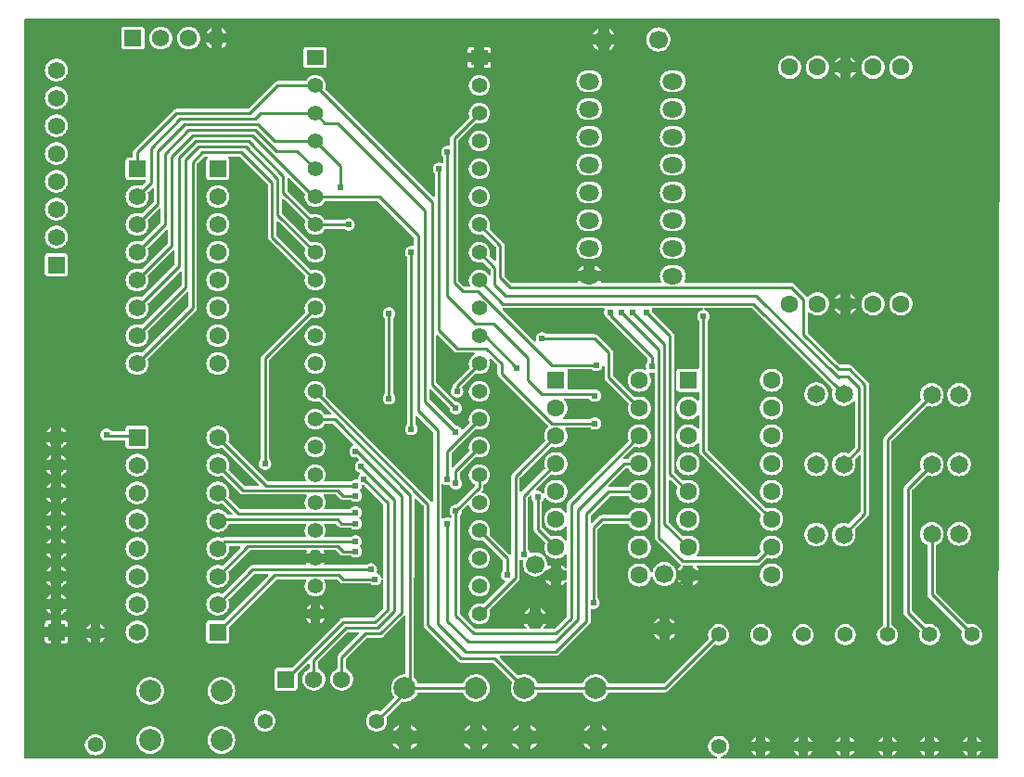
<source format=gbl>
G04 Layer: BottomLayer*
G04 EasyEDA v6.5.46, 2024-08-18 09:58:02*
G04 236360ae96044019aedb561fcd3bba06,230f2a6ff4724a6391133640ca874918,10*
G04 Gerber Generator version 0.2*
G04 Scale: 100 percent, Rotated: No, Reflected: No *
G04 Dimensions in millimeters *
G04 leading zeros omitted , absolute positions ,4 integer and 5 decimal *
%FSLAX45Y45*%
%MOMM*%

%ADD10C,0.2540*%
%ADD11C,1.6510*%
%ADD12R,1.5748X1.5748*%
%ADD13C,1.5748*%
%ADD14C,1.7000*%
%ADD15C,2.0000*%
%ADD16C,1.4000*%
%ADD17R,1.6000X1.4000*%
%ADD18C,1.6000*%
%ADD19R,1.6000X1.6000*%
%ADD20O,1.82499X1.4599920000000002*%
%ADD21C,0.6200*%
%ADD22C,0.0186*%

%LPD*%
G36*
X911860Y355600D02*
G01*
X907948Y356362D01*
X904697Y358597D01*
X902462Y361848D01*
X901700Y365760D01*
X901700Y7101840D01*
X902462Y7105751D01*
X904697Y7109002D01*
X907948Y7111238D01*
X911860Y7112000D01*
X9794240Y7112000D01*
X9798100Y7111238D01*
X9801402Y7109002D01*
X9803638Y7105700D01*
X9804400Y7101840D01*
X9791700Y365760D01*
X9790938Y361848D01*
X9788753Y358546D01*
X9785451Y356362D01*
X9781540Y355600D01*
X7267498Y355600D01*
X7263536Y356412D01*
X7260183Y358698D01*
X7257999Y362102D01*
X7257338Y366064D01*
X7258253Y369976D01*
X7260640Y373278D01*
X7264095Y375361D01*
X7277201Y379984D01*
X7288834Y385978D01*
X7299502Y393547D01*
X7309053Y402488D01*
X7317333Y412648D01*
X7324140Y423824D01*
X7329373Y435813D01*
X7332878Y448411D01*
X7334656Y461365D01*
X7334656Y474472D01*
X7332878Y487426D01*
X7329373Y500024D01*
X7324140Y512013D01*
X7317333Y523240D01*
X7309053Y533349D01*
X7299502Y542290D01*
X7288834Y549859D01*
X7277201Y555853D01*
X7264857Y560273D01*
X7252055Y562914D01*
X7239000Y563829D01*
X7225944Y562914D01*
X7213142Y560273D01*
X7200798Y555853D01*
X7189165Y549859D01*
X7178497Y542290D01*
X7168946Y533349D01*
X7160666Y523240D01*
X7153859Y512013D01*
X7148677Y500024D01*
X7145121Y487426D01*
X7143343Y474472D01*
X7143343Y461365D01*
X7145121Y448411D01*
X7148677Y435813D01*
X7153859Y423824D01*
X7160666Y412648D01*
X7168946Y402488D01*
X7178497Y393547D01*
X7189165Y385978D01*
X7200798Y379984D01*
X7213904Y375361D01*
X7217359Y373278D01*
X7219746Y369976D01*
X7220661Y366064D01*
X7220000Y362102D01*
X7217816Y358698D01*
X7214463Y356412D01*
X7210501Y355600D01*
G37*

%LPC*%
G36*
X8436051Y381609D02*
G01*
X8444534Y385978D01*
X8455202Y393547D01*
X8464753Y402488D01*
X8473033Y412648D01*
X8479840Y423824D01*
X8481009Y426567D01*
X8436051Y426567D01*
G37*
G36*
X9591751Y381609D02*
G01*
X9600234Y385978D01*
X9610902Y393547D01*
X9620453Y402488D01*
X9628733Y412648D01*
X9635540Y423824D01*
X9636709Y426567D01*
X9591751Y426567D01*
G37*
G36*
X9509048Y381609D02*
G01*
X9509048Y426567D01*
X9464090Y426567D01*
X9465259Y423824D01*
X9472066Y412648D01*
X9480346Y402488D01*
X9489897Y393547D01*
X9500565Y385978D01*
G37*
G36*
X8353348Y381609D02*
G01*
X8353348Y426567D01*
X8308340Y426567D01*
X8309559Y423824D01*
X8316366Y412648D01*
X8324596Y402488D01*
X8334197Y393547D01*
X8344865Y385978D01*
G37*
G36*
X8821267Y381609D02*
G01*
X8829751Y385978D01*
X8840419Y393547D01*
X8850020Y402488D01*
X8858250Y412648D01*
X8865057Y423824D01*
X8866276Y426567D01*
X8821267Y426567D01*
G37*
G36*
X9206534Y381609D02*
G01*
X9214967Y385978D01*
X9225686Y393547D01*
X9235236Y402488D01*
X9243517Y412648D01*
X9250273Y423824D01*
X9251492Y426567D01*
X9206534Y426567D01*
G37*
G36*
X7665567Y381609D02*
G01*
X7674051Y385978D01*
X7684719Y393547D01*
X7694320Y402488D01*
X7702550Y412648D01*
X7709357Y423824D01*
X7710576Y426567D01*
X7665567Y426567D01*
G37*
G36*
X8050834Y381609D02*
G01*
X8059267Y385978D01*
X8069986Y393547D01*
X8079536Y402488D01*
X8087817Y412648D01*
X8094573Y423824D01*
X8095792Y426567D01*
X8050834Y426567D01*
G37*
G36*
X7968132Y381609D02*
G01*
X7968132Y426567D01*
X7923123Y426567D01*
X7924342Y423824D01*
X7931150Y412648D01*
X7939379Y402488D01*
X7948930Y393547D01*
X7959648Y385978D01*
G37*
G36*
X8738565Y381609D02*
G01*
X8738565Y426567D01*
X8693607Y426567D01*
X8694775Y423824D01*
X8701582Y412648D01*
X8709863Y402488D01*
X8719413Y393547D01*
X8730081Y385978D01*
G37*
G36*
X9123832Y381609D02*
G01*
X9123832Y426567D01*
X9078823Y426567D01*
X9080042Y423824D01*
X9086850Y412648D01*
X9095079Y402488D01*
X9104630Y393547D01*
X9115348Y385978D01*
G37*
G36*
X7582865Y381609D02*
G01*
X7582865Y426567D01*
X7537907Y426567D01*
X7539075Y423824D01*
X7545882Y412648D01*
X7554163Y402488D01*
X7563713Y393547D01*
X7574432Y385978D01*
G37*
G36*
X1549400Y384759D02*
G01*
X1562455Y385622D01*
X1575257Y388315D01*
X1587601Y392684D01*
X1599234Y398678D01*
X1609902Y406247D01*
X1619453Y415188D01*
X1627733Y425348D01*
X1634540Y436524D01*
X1639773Y448513D01*
X1643278Y461111D01*
X1645056Y474065D01*
X1645056Y487172D01*
X1643278Y500126D01*
X1639773Y512724D01*
X1634540Y524713D01*
X1627733Y535940D01*
X1619453Y546049D01*
X1609902Y554990D01*
X1599234Y562559D01*
X1587601Y568553D01*
X1575257Y572973D01*
X1562455Y575614D01*
X1549400Y576529D01*
X1536344Y575614D01*
X1523542Y572973D01*
X1511198Y568553D01*
X1499565Y562559D01*
X1488897Y554990D01*
X1479346Y546049D01*
X1471066Y535940D01*
X1464259Y524713D01*
X1459077Y512724D01*
X1455521Y500126D01*
X1453743Y487172D01*
X1453743Y474065D01*
X1455521Y461111D01*
X1459077Y448513D01*
X1464259Y436524D01*
X1471066Y425348D01*
X1479346Y415188D01*
X1488897Y406247D01*
X1499565Y398678D01*
X1511198Y392684D01*
X1523542Y388315D01*
X1536344Y385622D01*
G37*
G36*
X2049932Y398424D02*
G01*
X2065070Y399338D01*
X2080056Y402082D01*
X2094534Y406603D01*
X2108403Y412851D01*
X2121408Y420725D01*
X2133396Y430072D01*
X2144115Y440842D01*
X2153513Y452780D01*
X2161387Y465785D01*
X2167636Y479653D01*
X2172157Y494182D01*
X2174900Y509117D01*
X2175814Y524306D01*
X2174900Y539496D01*
X2172157Y554431D01*
X2167636Y568960D01*
X2161387Y582828D01*
X2153513Y595833D01*
X2144115Y607771D01*
X2133396Y618540D01*
X2121408Y627888D01*
X2108403Y635762D01*
X2094534Y642010D01*
X2080056Y646531D01*
X2065070Y649274D01*
X2049932Y650189D01*
X2034743Y649274D01*
X2019757Y646531D01*
X2005279Y642010D01*
X1991410Y635762D01*
X1978406Y627888D01*
X1966417Y618540D01*
X1955698Y607771D01*
X1946300Y595833D01*
X1938426Y582828D01*
X1932178Y568960D01*
X1927656Y554431D01*
X1924913Y539496D01*
X1923999Y524306D01*
X1924913Y509117D01*
X1927656Y494182D01*
X1932178Y479653D01*
X1938426Y465785D01*
X1946300Y452780D01*
X1955698Y440842D01*
X1966417Y430072D01*
X1978406Y420725D01*
X1991410Y412851D01*
X2005279Y406603D01*
X2019757Y402082D01*
X2034743Y399338D01*
G37*
G36*
X2699918Y398424D02*
G01*
X2715056Y399338D01*
X2730042Y402082D01*
X2744520Y406603D01*
X2758389Y412851D01*
X2771394Y420725D01*
X2783382Y430072D01*
X2794101Y440842D01*
X2803499Y452780D01*
X2811373Y465785D01*
X2817622Y479653D01*
X2822143Y494182D01*
X2824886Y509117D01*
X2825800Y524306D01*
X2824886Y539496D01*
X2822143Y554431D01*
X2817622Y568960D01*
X2811373Y582828D01*
X2803499Y595833D01*
X2794101Y607771D01*
X2783382Y618540D01*
X2771394Y627888D01*
X2758389Y635762D01*
X2744520Y642010D01*
X2730042Y646531D01*
X2715056Y649274D01*
X2699918Y650189D01*
X2684729Y649274D01*
X2669743Y646531D01*
X2655265Y642010D01*
X2641396Y635762D01*
X2628392Y627888D01*
X2616403Y618540D01*
X2605684Y607771D01*
X2596286Y595833D01*
X2588412Y582828D01*
X2582164Y568960D01*
X2577642Y554431D01*
X2574899Y539496D01*
X2573985Y524306D01*
X2574899Y509117D01*
X2577642Y494182D01*
X2582164Y479653D01*
X2588412Y465785D01*
X2596286Y452780D01*
X2605684Y440842D01*
X2616403Y430072D01*
X2628392Y420725D01*
X2641396Y412851D01*
X2655265Y406603D01*
X2669743Y402082D01*
X2684729Y399338D01*
G37*
G36*
X5522569Y437286D02*
G01*
X5524703Y438251D01*
X5537708Y446125D01*
X5549696Y455472D01*
X5560415Y466242D01*
X5569813Y478180D01*
X5577687Y491185D01*
X5578652Y493369D01*
X5522569Y493369D01*
G37*
G36*
X4430369Y437286D02*
G01*
X4432503Y438251D01*
X4445508Y446125D01*
X4457496Y455472D01*
X4468215Y466242D01*
X4477613Y478180D01*
X4485487Y491185D01*
X4486452Y493369D01*
X4430369Y493369D01*
G37*
G36*
X6172555Y437286D02*
G01*
X6174689Y438251D01*
X6187694Y446125D01*
X6199682Y455472D01*
X6210401Y466242D01*
X6219799Y478180D01*
X6227673Y491185D01*
X6228638Y493369D01*
X6172555Y493369D01*
G37*
G36*
X5080355Y437286D02*
G01*
X5082489Y438251D01*
X5095494Y446125D01*
X5107482Y455472D01*
X5118201Y466242D01*
X5127599Y478180D01*
X5135473Y491185D01*
X5136438Y493369D01*
X5080355Y493369D01*
G37*
G36*
X5409844Y437286D02*
G01*
X5409844Y493369D01*
X5353761Y493369D01*
X5354726Y491185D01*
X5362600Y478180D01*
X5371998Y466242D01*
X5382717Y455472D01*
X5394706Y446125D01*
X5407710Y438251D01*
G37*
G36*
X4317644Y437286D02*
G01*
X4317644Y493369D01*
X4261561Y493369D01*
X4262526Y491185D01*
X4270400Y478180D01*
X4279798Y466242D01*
X4290517Y455472D01*
X4302506Y446125D01*
X4315510Y438251D01*
G37*
G36*
X4967630Y437286D02*
G01*
X4967630Y493369D01*
X4911547Y493369D01*
X4912512Y491185D01*
X4920386Y478180D01*
X4929784Y466242D01*
X4940503Y455472D01*
X4952492Y446125D01*
X4965496Y438251D01*
G37*
G36*
X6059830Y437286D02*
G01*
X6059830Y493369D01*
X6003747Y493369D01*
X6004712Y491185D01*
X6012586Y478180D01*
X6021984Y466242D01*
X6032703Y455472D01*
X6044692Y446125D01*
X6057696Y438251D01*
G37*
G36*
X9464090Y509270D02*
G01*
X9509048Y509270D01*
X9509048Y554228D01*
X9500565Y549859D01*
X9489897Y542290D01*
X9480346Y533349D01*
X9472066Y523240D01*
X9465259Y512013D01*
G37*
G36*
X8308340Y509270D02*
G01*
X8353348Y509270D01*
X8353348Y554228D01*
X8344865Y549859D01*
X8334197Y542290D01*
X8324596Y533349D01*
X8316366Y523240D01*
X8309559Y512013D01*
G37*
G36*
X8436051Y509270D02*
G01*
X8481009Y509270D01*
X8479840Y512013D01*
X8473033Y523240D01*
X8464753Y533349D01*
X8455202Y542290D01*
X8444534Y549859D01*
X8436051Y554228D01*
G37*
G36*
X9591751Y509270D02*
G01*
X9636709Y509270D01*
X9635540Y512013D01*
X9628733Y523240D01*
X9620453Y533349D01*
X9610902Y542290D01*
X9600234Y549859D01*
X9591751Y554228D01*
G37*
G36*
X8693607Y509270D02*
G01*
X8738565Y509270D01*
X8738565Y554228D01*
X8730081Y549859D01*
X8719413Y542290D01*
X8709863Y533349D01*
X8701582Y523240D01*
X8694775Y512013D01*
G37*
G36*
X9078823Y509270D02*
G01*
X9123832Y509270D01*
X9123832Y554228D01*
X9115348Y549859D01*
X9104630Y542290D01*
X9095079Y533349D01*
X9086850Y523240D01*
X9080042Y512013D01*
G37*
G36*
X7923123Y509270D02*
G01*
X7968132Y509270D01*
X7968132Y554228D01*
X7959648Y549859D01*
X7948930Y542290D01*
X7939379Y533349D01*
X7931150Y523240D01*
X7924342Y512013D01*
G37*
G36*
X7537907Y509270D02*
G01*
X7582865Y509270D01*
X7582865Y554228D01*
X7574432Y549859D01*
X7563713Y542290D01*
X7554163Y533349D01*
X7545882Y523240D01*
X7539075Y512013D01*
G37*
G36*
X9206534Y509270D02*
G01*
X9251492Y509270D01*
X9250273Y512013D01*
X9243517Y523240D01*
X9235236Y533349D01*
X9225686Y542290D01*
X9214967Y549859D01*
X9206534Y554228D01*
G37*
G36*
X8821267Y509270D02*
G01*
X8866276Y509270D01*
X8865057Y512013D01*
X8858250Y523240D01*
X8850020Y533349D01*
X8840419Y542290D01*
X8829751Y549859D01*
X8821267Y554228D01*
G37*
G36*
X8050834Y509270D02*
G01*
X8095792Y509270D01*
X8094573Y512013D01*
X8087817Y523240D01*
X8079536Y533349D01*
X8069986Y542290D01*
X8059267Y549859D01*
X8050834Y554228D01*
G37*
G36*
X7665567Y509270D02*
G01*
X7710576Y509270D01*
X7709357Y512013D01*
X7702550Y523240D01*
X7694320Y533349D01*
X7684719Y542290D01*
X7674051Y549859D01*
X7665567Y554228D01*
G37*
G36*
X3090265Y602843D02*
G01*
X3103372Y602843D01*
X3116326Y604621D01*
X3128924Y608126D01*
X3140913Y613359D01*
X3152140Y620166D01*
X3162249Y628446D01*
X3171190Y637997D01*
X3178759Y648665D01*
X3184753Y660298D01*
X3189173Y672642D01*
X3191814Y685444D01*
X3192729Y698500D01*
X3191814Y711555D01*
X3189173Y724357D01*
X3184753Y736701D01*
X3178759Y748334D01*
X3171190Y759002D01*
X3162249Y768553D01*
X3152140Y776833D01*
X3140913Y783640D01*
X3128924Y788822D01*
X3116326Y792378D01*
X3103372Y794156D01*
X3090265Y794156D01*
X3077311Y792378D01*
X3064713Y788822D01*
X3052724Y783640D01*
X3041548Y776833D01*
X3031388Y768553D01*
X3022447Y759002D01*
X3014878Y748334D01*
X3008884Y736701D01*
X3004515Y724357D01*
X3001822Y711555D01*
X3000959Y698500D01*
X3001822Y685444D01*
X3004515Y672642D01*
X3008884Y660298D01*
X3014878Y648665D01*
X3022447Y637997D01*
X3031388Y628446D01*
X3041548Y620166D01*
X3052724Y613359D01*
X3064713Y608126D01*
X3077311Y604621D01*
G37*
G36*
X4110228Y602843D02*
G01*
X4123334Y602843D01*
X4136288Y604621D01*
X4148886Y608126D01*
X4160875Y613359D01*
X4172051Y620166D01*
X4182211Y628446D01*
X4191152Y637997D01*
X4198721Y648665D01*
X4204716Y660298D01*
X4209084Y672642D01*
X4211777Y685444D01*
X4212640Y698500D01*
X4211777Y711555D01*
X4209084Y724357D01*
X4208170Y727049D01*
X4207560Y730808D01*
X4208424Y734517D01*
X4210558Y737616D01*
X4345584Y872693D01*
X4348226Y874572D01*
X4351324Y875537D01*
X4354626Y875487D01*
X4358843Y874725D01*
X4374032Y873810D01*
X4389170Y874725D01*
X4404156Y877468D01*
X4418634Y881989D01*
X4432503Y888237D01*
X4445508Y896112D01*
X4457496Y905459D01*
X4468215Y916228D01*
X4477613Y928166D01*
X4485487Y941171D01*
X4491736Y955090D01*
X4493971Y958240D01*
X4497222Y960374D01*
X4500981Y961085D01*
X4897018Y961085D01*
X4900777Y960374D01*
X4904028Y958240D01*
X4906264Y955090D01*
X4912512Y941171D01*
X4920386Y928166D01*
X4929784Y916228D01*
X4940503Y905459D01*
X4952492Y896112D01*
X4965496Y888237D01*
X4979365Y881989D01*
X4993843Y877468D01*
X5008829Y874725D01*
X5024018Y873810D01*
X5039156Y874725D01*
X5054142Y877468D01*
X5068620Y881989D01*
X5082489Y888237D01*
X5095494Y896112D01*
X5107482Y905459D01*
X5118201Y916228D01*
X5127599Y928166D01*
X5135473Y941171D01*
X5141722Y955040D01*
X5146243Y969568D01*
X5148986Y984503D01*
X5149900Y999693D01*
X5148986Y1014882D01*
X5146243Y1029817D01*
X5141722Y1044346D01*
X5135473Y1058214D01*
X5127599Y1071219D01*
X5118201Y1083157D01*
X5107482Y1093927D01*
X5095494Y1103274D01*
X5082489Y1111148D01*
X5068620Y1117396D01*
X5054142Y1121918D01*
X5039156Y1124661D01*
X5024018Y1125575D01*
X5008829Y1124661D01*
X4993843Y1121918D01*
X4979365Y1117396D01*
X4965496Y1111148D01*
X4952492Y1103274D01*
X4940503Y1093927D01*
X4929784Y1083157D01*
X4920386Y1071219D01*
X4912512Y1058214D01*
X4906264Y1044295D01*
X4904028Y1041146D01*
X4900777Y1039012D01*
X4897018Y1038301D01*
X4500981Y1038301D01*
X4497222Y1039012D01*
X4493971Y1041146D01*
X4491736Y1044295D01*
X4485487Y1058214D01*
X4477613Y1071219D01*
X4468215Y1083157D01*
X4461205Y1090218D01*
X4458970Y1093520D01*
X4458208Y1097432D01*
X4458208Y1282649D01*
X4463389Y2721914D01*
X4464202Y2725775D01*
X4466386Y2729077D01*
X4469688Y2731262D01*
X4473549Y2732024D01*
X4477461Y2731262D01*
X4480712Y2729077D01*
X4543094Y2666695D01*
X4545330Y2663393D01*
X4546092Y2659481D01*
X4546092Y1575308D01*
X4546904Y1567281D01*
X4549089Y1560068D01*
X4552645Y1553362D01*
X4557776Y1547164D01*
X4861864Y1243076D01*
X4868062Y1237945D01*
X4874768Y1234389D01*
X4881981Y1232204D01*
X4890008Y1231392D01*
X5175707Y1231392D01*
X5179568Y1230630D01*
X5182870Y1228394D01*
X5349290Y1062024D01*
X5351526Y1058621D01*
X5352237Y1054658D01*
X5351373Y1050696D01*
X5348478Y1044346D01*
X5343956Y1029817D01*
X5341213Y1014882D01*
X5340299Y999693D01*
X5341213Y984503D01*
X5343956Y969568D01*
X5348478Y955040D01*
X5354726Y941171D01*
X5362600Y928166D01*
X5371998Y916228D01*
X5382717Y905459D01*
X5394706Y896112D01*
X5407710Y888237D01*
X5421579Y881989D01*
X5436057Y877468D01*
X5451043Y874725D01*
X5466232Y873810D01*
X5481370Y874725D01*
X5496356Y877468D01*
X5510834Y881989D01*
X5524703Y888237D01*
X5537708Y896112D01*
X5549696Y905459D01*
X5560415Y916228D01*
X5569813Y928166D01*
X5577687Y941171D01*
X5583936Y955090D01*
X5586171Y958240D01*
X5589422Y960374D01*
X5593181Y961085D01*
X5989218Y961085D01*
X5992977Y960374D01*
X5996228Y958240D01*
X5998464Y955090D01*
X6004712Y941171D01*
X6012586Y928166D01*
X6021984Y916228D01*
X6032703Y905459D01*
X6044692Y896112D01*
X6057696Y888237D01*
X6071565Y881989D01*
X6086043Y877468D01*
X6101029Y874725D01*
X6116218Y873810D01*
X6131356Y874725D01*
X6146342Y877468D01*
X6160820Y881989D01*
X6174689Y888237D01*
X6187694Y896112D01*
X6199682Y905459D01*
X6210401Y916228D01*
X6219799Y928166D01*
X6227673Y941171D01*
X6233922Y955090D01*
X6236157Y958240D01*
X6239408Y960374D01*
X6243167Y961085D01*
X6750303Y961085D01*
X6758330Y961898D01*
X6765544Y964082D01*
X6772198Y967638D01*
X6778447Y972769D01*
X7199833Y1394104D01*
X7202982Y1396238D01*
X7206640Y1397101D01*
X7210399Y1396542D01*
X7213142Y1395526D01*
X7225944Y1392885D01*
X7239000Y1391970D01*
X7252055Y1392885D01*
X7264857Y1395526D01*
X7277201Y1399946D01*
X7288834Y1405940D01*
X7299502Y1413510D01*
X7309053Y1422450D01*
X7317333Y1432560D01*
X7324140Y1443786D01*
X7329373Y1455775D01*
X7332878Y1468374D01*
X7334656Y1481328D01*
X7334656Y1494434D01*
X7332878Y1507388D01*
X7329373Y1519986D01*
X7324140Y1531975D01*
X7317333Y1543151D01*
X7309053Y1553311D01*
X7299502Y1562252D01*
X7288834Y1569821D01*
X7277201Y1575816D01*
X7264857Y1580184D01*
X7252055Y1582877D01*
X7239000Y1583740D01*
X7225944Y1582877D01*
X7213142Y1580184D01*
X7200798Y1575816D01*
X7189165Y1569821D01*
X7178497Y1562252D01*
X7168946Y1553311D01*
X7160666Y1543151D01*
X7153859Y1531975D01*
X7148677Y1519986D01*
X7145121Y1507388D01*
X7143343Y1494434D01*
X7143343Y1481328D01*
X7145121Y1468374D01*
X7147814Y1458671D01*
X7148169Y1455115D01*
X7147255Y1451660D01*
X7145223Y1448765D01*
X6737756Y1041298D01*
X6734454Y1039063D01*
X6730593Y1038301D01*
X6243167Y1038301D01*
X6239408Y1039012D01*
X6236157Y1041146D01*
X6233922Y1044295D01*
X6227673Y1058214D01*
X6219799Y1071219D01*
X6210401Y1083157D01*
X6199682Y1093927D01*
X6187694Y1103274D01*
X6174689Y1111148D01*
X6160820Y1117396D01*
X6146342Y1121918D01*
X6131356Y1124661D01*
X6116218Y1125575D01*
X6101029Y1124661D01*
X6086043Y1121918D01*
X6071565Y1117396D01*
X6057696Y1111148D01*
X6044692Y1103274D01*
X6032703Y1093927D01*
X6021984Y1083157D01*
X6012586Y1071219D01*
X6004712Y1058214D01*
X5998464Y1044295D01*
X5996228Y1041146D01*
X5992977Y1039012D01*
X5989218Y1038301D01*
X5593181Y1038301D01*
X5589422Y1039012D01*
X5586171Y1041146D01*
X5583936Y1044295D01*
X5577687Y1058214D01*
X5569813Y1071219D01*
X5560415Y1083157D01*
X5549696Y1093927D01*
X5537708Y1103274D01*
X5524703Y1111148D01*
X5510834Y1117396D01*
X5496356Y1121918D01*
X5481370Y1124661D01*
X5466232Y1125575D01*
X5451043Y1124661D01*
X5436057Y1121918D01*
X5421579Y1117396D01*
X5415229Y1114552D01*
X5411266Y1113637D01*
X5407253Y1114399D01*
X5403850Y1116634D01*
X5242966Y1277569D01*
X5240731Y1280820D01*
X5239969Y1284732D01*
X5240731Y1288643D01*
X5242966Y1291894D01*
X5246268Y1294130D01*
X5250129Y1294892D01*
X5752592Y1294892D01*
X5760618Y1295704D01*
X5767832Y1297889D01*
X5774537Y1301445D01*
X5780735Y1306576D01*
X6059424Y1585264D01*
X6064554Y1591462D01*
X6068110Y1598168D01*
X6070295Y1605381D01*
X6071108Y1613408D01*
X6071108Y1712823D01*
X6072124Y1717192D01*
X6074867Y1720697D01*
X6078931Y1722678D01*
X6083401Y1722729D01*
X6088786Y1721612D01*
X6098438Y1721154D01*
X6107988Y1722424D01*
X6117183Y1725218D01*
X6125819Y1729587D01*
X6133592Y1735328D01*
X6140246Y1742287D01*
X6145631Y1750263D01*
X6149644Y1759051D01*
X6152032Y1768398D01*
X6152896Y1778000D01*
X6152032Y1787601D01*
X6149644Y1796948D01*
X6145631Y1805736D01*
X6140246Y1813712D01*
X6137452Y1816658D01*
X6135319Y1819910D01*
X6134608Y1823720D01*
X6134608Y2443581D01*
X6135370Y2447493D01*
X6137605Y2450795D01*
X6185204Y2498394D01*
X6188506Y2500630D01*
X6192418Y2501392D01*
X6410045Y2501392D01*
X6413754Y2500680D01*
X6416903Y2498699D01*
X6419138Y2495702D01*
X6423406Y2487117D01*
X6431127Y2475585D01*
X6440220Y2465171D01*
X6450634Y2456027D01*
X6462166Y2448356D01*
X6474612Y2442210D01*
X6487718Y2437739D01*
X6501282Y2435047D01*
X6515100Y2434132D01*
X6528917Y2435047D01*
X6542531Y2437739D01*
X6555638Y2442210D01*
X6568084Y2448356D01*
X6579565Y2456027D01*
X6589979Y2465171D01*
X6599123Y2475585D01*
X6606794Y2487117D01*
X6612940Y2499512D01*
X6617411Y2512618D01*
X6620103Y2526233D01*
X6621018Y2540050D01*
X6620103Y2553868D01*
X6617411Y2567432D01*
X6612940Y2580538D01*
X6606794Y2592984D01*
X6599123Y2604516D01*
X6589979Y2614930D01*
X6579565Y2624023D01*
X6568084Y2631744D01*
X6555638Y2637840D01*
X6542531Y2642311D01*
X6528917Y2645003D01*
X6515100Y2645918D01*
X6501282Y2645003D01*
X6487718Y2642311D01*
X6474612Y2637840D01*
X6462166Y2631744D01*
X6450634Y2624023D01*
X6440220Y2614930D01*
X6431127Y2604516D01*
X6423406Y2592984D01*
X6419138Y2584297D01*
X6416852Y2581300D01*
X6413703Y2579319D01*
X6409994Y2578608D01*
X6172708Y2578608D01*
X6164681Y2577795D01*
X6157468Y2575610D01*
X6150762Y2572054D01*
X6144564Y2566924D01*
X6088430Y2510840D01*
X6085179Y2508656D01*
X6081268Y2507894D01*
X6077356Y2508656D01*
X6074105Y2510840D01*
X6071870Y2514142D01*
X6071108Y2518054D01*
X6071108Y2570581D01*
X6071870Y2574493D01*
X6074105Y2577795D01*
X6248704Y2752394D01*
X6252006Y2754630D01*
X6255918Y2755392D01*
X6410045Y2755392D01*
X6413754Y2754680D01*
X6416903Y2752699D01*
X6419138Y2749702D01*
X6423406Y2741117D01*
X6431127Y2729585D01*
X6440220Y2719171D01*
X6450634Y2710027D01*
X6462166Y2702356D01*
X6474612Y2696210D01*
X6487718Y2691739D01*
X6501282Y2689047D01*
X6515100Y2688132D01*
X6528917Y2689047D01*
X6542531Y2691739D01*
X6555638Y2696210D01*
X6568084Y2702356D01*
X6579565Y2710027D01*
X6589979Y2719171D01*
X6599123Y2729585D01*
X6606794Y2741117D01*
X6612940Y2753512D01*
X6617411Y2766618D01*
X6620103Y2780233D01*
X6621018Y2794050D01*
X6620103Y2807868D01*
X6617411Y2821432D01*
X6612940Y2834538D01*
X6606794Y2846984D01*
X6599123Y2858516D01*
X6589979Y2868930D01*
X6579565Y2878023D01*
X6568084Y2885744D01*
X6555638Y2891840D01*
X6542531Y2896311D01*
X6528917Y2899003D01*
X6515100Y2899918D01*
X6501282Y2899003D01*
X6487718Y2896311D01*
X6474612Y2891840D01*
X6462166Y2885744D01*
X6450634Y2878023D01*
X6440220Y2868930D01*
X6431127Y2858516D01*
X6423406Y2846984D01*
X6419138Y2838297D01*
X6416852Y2835300D01*
X6413703Y2833319D01*
X6409994Y2832608D01*
X6239154Y2832608D01*
X6235242Y2833370D01*
X6231940Y2835605D01*
X6229756Y2838856D01*
X6228994Y2842768D01*
X6229756Y2846679D01*
X6231940Y2849930D01*
X6388404Y3006394D01*
X6391706Y3008630D01*
X6395618Y3009392D01*
X6410045Y3009392D01*
X6413754Y3008680D01*
X6416903Y3006699D01*
X6419138Y3003702D01*
X6423406Y2995117D01*
X6431127Y2983585D01*
X6440220Y2973171D01*
X6450634Y2964027D01*
X6462166Y2956356D01*
X6474612Y2950210D01*
X6487718Y2945739D01*
X6501282Y2943047D01*
X6515100Y2942132D01*
X6528917Y2943047D01*
X6542531Y2945739D01*
X6555638Y2950210D01*
X6568084Y2956356D01*
X6579565Y2964027D01*
X6589979Y2973171D01*
X6599123Y2983585D01*
X6606794Y2995117D01*
X6612940Y3007512D01*
X6617411Y3020618D01*
X6620103Y3034233D01*
X6621018Y3048050D01*
X6620103Y3061868D01*
X6617411Y3075432D01*
X6612940Y3088538D01*
X6606794Y3100984D01*
X6599123Y3112516D01*
X6589979Y3122930D01*
X6579565Y3132023D01*
X6568084Y3139744D01*
X6555638Y3145840D01*
X6542531Y3150311D01*
X6528917Y3153003D01*
X6515100Y3153918D01*
X6501282Y3153003D01*
X6487718Y3150311D01*
X6474612Y3145840D01*
X6462166Y3139744D01*
X6450634Y3132023D01*
X6440220Y3122930D01*
X6431127Y3112516D01*
X6423406Y3100984D01*
X6419138Y3092297D01*
X6416852Y3089300D01*
X6413703Y3087319D01*
X6409994Y3086608D01*
X6378854Y3086608D01*
X6374942Y3087370D01*
X6371640Y3089605D01*
X6369456Y3092856D01*
X6368694Y3096768D01*
X6369456Y3100679D01*
X6371640Y3103930D01*
X6468110Y3200400D01*
X6471208Y3202533D01*
X6474866Y3203397D01*
X6478574Y3202838D01*
X6487718Y3199739D01*
X6501282Y3197047D01*
X6515100Y3196132D01*
X6528917Y3197047D01*
X6542531Y3199739D01*
X6555638Y3204210D01*
X6568084Y3210356D01*
X6579565Y3218027D01*
X6589979Y3227171D01*
X6599123Y3237585D01*
X6606794Y3249117D01*
X6612940Y3261512D01*
X6617411Y3274618D01*
X6620103Y3288233D01*
X6621018Y3302050D01*
X6620103Y3315868D01*
X6617411Y3329432D01*
X6612940Y3342538D01*
X6606794Y3354984D01*
X6599123Y3366515D01*
X6589979Y3376929D01*
X6579565Y3386023D01*
X6568084Y3393744D01*
X6555638Y3399840D01*
X6542531Y3404311D01*
X6528917Y3407003D01*
X6515100Y3407918D01*
X6501282Y3407003D01*
X6487718Y3404311D01*
X6474612Y3399840D01*
X6462166Y3393744D01*
X6450634Y3386023D01*
X6440220Y3376929D01*
X6431127Y3366515D01*
X6423406Y3354984D01*
X6417310Y3342538D01*
X6412839Y3329432D01*
X6410147Y3315868D01*
X6409232Y3302050D01*
X6410147Y3288233D01*
X6412839Y3274618D01*
X6415938Y3265474D01*
X6416497Y3261766D01*
X6415633Y3258108D01*
X6413500Y3255010D01*
X5865876Y2707335D01*
X5860745Y2701137D01*
X5857189Y2694432D01*
X5855004Y2687218D01*
X5854192Y2679192D01*
X5854192Y2612034D01*
X5853379Y2608021D01*
X5851042Y2604668D01*
X5847588Y2602534D01*
X5843574Y2601874D01*
X5839663Y2602839D01*
X5836412Y2605328D01*
X5827979Y2614930D01*
X5817565Y2624023D01*
X5806084Y2631744D01*
X5793638Y2637840D01*
X5780532Y2642311D01*
X5766917Y2645003D01*
X5753100Y2645918D01*
X5739282Y2645003D01*
X5725718Y2642311D01*
X5712612Y2637840D01*
X5700166Y2631744D01*
X5688634Y2624023D01*
X5678220Y2614930D01*
X5669127Y2604516D01*
X5661406Y2592984D01*
X5655310Y2580538D01*
X5650839Y2567432D01*
X5648147Y2553868D01*
X5647232Y2540050D01*
X5648147Y2526233D01*
X5650839Y2512618D01*
X5655310Y2499512D01*
X5661406Y2487117D01*
X5669127Y2475585D01*
X5678220Y2465171D01*
X5688634Y2456027D01*
X5700166Y2448356D01*
X5712612Y2442210D01*
X5725718Y2437739D01*
X5739282Y2435047D01*
X5753100Y2434132D01*
X5766917Y2435047D01*
X5780532Y2437739D01*
X5793638Y2442210D01*
X5806084Y2448356D01*
X5817565Y2456027D01*
X5827979Y2465171D01*
X5836412Y2474722D01*
X5839663Y2477211D01*
X5843574Y2478176D01*
X5847588Y2477566D01*
X5851042Y2475382D01*
X5853379Y2472029D01*
X5854192Y2468067D01*
X5854192Y2358034D01*
X5853379Y2354021D01*
X5851042Y2350668D01*
X5847588Y2348534D01*
X5843574Y2347874D01*
X5839663Y2348839D01*
X5836412Y2351328D01*
X5827979Y2360930D01*
X5817565Y2370023D01*
X5806084Y2377744D01*
X5793638Y2383840D01*
X5780532Y2388311D01*
X5766917Y2391003D01*
X5753100Y2391918D01*
X5739282Y2391003D01*
X5725718Y2388311D01*
X5716524Y2385212D01*
X5712815Y2384653D01*
X5709158Y2385517D01*
X5706059Y2387650D01*
X5629605Y2464104D01*
X5627370Y2467406D01*
X5626608Y2471318D01*
X5626608Y2697480D01*
X5627319Y2701290D01*
X5629452Y2704541D01*
X5632246Y2707487D01*
X5637631Y2715463D01*
X5641644Y2724251D01*
X5645302Y2738374D01*
X5647994Y2741523D01*
X5651703Y2743352D01*
X5655868Y2743555D01*
X5659729Y2742082D01*
X5662676Y2739186D01*
X5669127Y2729585D01*
X5678220Y2719171D01*
X5688634Y2710027D01*
X5700166Y2702356D01*
X5712612Y2696210D01*
X5725718Y2691739D01*
X5739282Y2689047D01*
X5753100Y2688132D01*
X5766917Y2689047D01*
X5780532Y2691739D01*
X5793638Y2696210D01*
X5806084Y2702356D01*
X5817565Y2710027D01*
X5827979Y2719171D01*
X5837123Y2729585D01*
X5844794Y2741117D01*
X5850940Y2753512D01*
X5855411Y2766618D01*
X5858103Y2780233D01*
X5859018Y2794050D01*
X5858103Y2807868D01*
X5855411Y2821432D01*
X5850940Y2834538D01*
X5844794Y2846984D01*
X5837123Y2858516D01*
X5827979Y2868930D01*
X5817565Y2878023D01*
X5806084Y2885744D01*
X5793638Y2891840D01*
X5780532Y2896311D01*
X5766917Y2899003D01*
X5753100Y2899918D01*
X5739282Y2899003D01*
X5725718Y2896311D01*
X5712612Y2891840D01*
X5700166Y2885744D01*
X5688634Y2878023D01*
X5678220Y2868930D01*
X5669127Y2858516D01*
X5661406Y2846984D01*
X5655310Y2834538D01*
X5650839Y2821432D01*
X5648147Y2807868D01*
X5647232Y2794050D01*
X5647588Y2788869D01*
X5647029Y2784805D01*
X5644896Y2781300D01*
X5641543Y2778912D01*
X5637530Y2778048D01*
X5633466Y2778861D01*
X5630113Y2781147D01*
X5625592Y2785872D01*
X5617819Y2791612D01*
X5609183Y2795981D01*
X5599988Y2798775D01*
X5590438Y2800045D01*
X5584393Y2799791D01*
X5580430Y2800400D01*
X5577027Y2802534D01*
X5574690Y2805836D01*
X5573826Y2809748D01*
X5574588Y2813761D01*
X5576824Y2817114D01*
X5706110Y2946400D01*
X5709208Y2948533D01*
X5712866Y2949397D01*
X5716574Y2948838D01*
X5725718Y2945739D01*
X5739282Y2943047D01*
X5753100Y2942132D01*
X5766917Y2943047D01*
X5780532Y2945739D01*
X5793638Y2950210D01*
X5806084Y2956356D01*
X5817565Y2964027D01*
X5827979Y2973171D01*
X5837123Y2983585D01*
X5844794Y2995117D01*
X5850940Y3007512D01*
X5855411Y3020618D01*
X5858103Y3034233D01*
X5859018Y3048050D01*
X5858103Y3061868D01*
X5855411Y3075432D01*
X5850940Y3088538D01*
X5844794Y3100984D01*
X5837123Y3112516D01*
X5827979Y3122930D01*
X5817565Y3132023D01*
X5806084Y3139744D01*
X5793638Y3145840D01*
X5780532Y3150311D01*
X5766917Y3153003D01*
X5753100Y3153918D01*
X5739282Y3153003D01*
X5725718Y3150311D01*
X5712612Y3145840D01*
X5700166Y3139744D01*
X5688634Y3132023D01*
X5678220Y3122930D01*
X5669127Y3112516D01*
X5661406Y3100984D01*
X5655310Y3088538D01*
X5650839Y3075432D01*
X5648147Y3061868D01*
X5647232Y3048050D01*
X5648147Y3034233D01*
X5650839Y3020618D01*
X5653938Y3011474D01*
X5654497Y3007766D01*
X5653633Y3004108D01*
X5651500Y3001010D01*
X5440730Y2790240D01*
X5437479Y2788056D01*
X5433568Y2787294D01*
X5429656Y2788056D01*
X5426405Y2790240D01*
X5424170Y2793542D01*
X5423408Y2797454D01*
X5423408Y2913481D01*
X5424170Y2917393D01*
X5426405Y2920695D01*
X5706110Y3200400D01*
X5709208Y3202533D01*
X5712866Y3203397D01*
X5716574Y3202838D01*
X5725718Y3199739D01*
X5739282Y3197047D01*
X5753100Y3196132D01*
X5766917Y3197047D01*
X5780532Y3199739D01*
X5793638Y3204210D01*
X5806084Y3210356D01*
X5817565Y3218027D01*
X5827979Y3227171D01*
X5837123Y3237585D01*
X5844794Y3249117D01*
X5850940Y3261512D01*
X5855411Y3274618D01*
X5858103Y3288233D01*
X5859018Y3302050D01*
X5858103Y3315868D01*
X5855411Y3329432D01*
X5850940Y3342538D01*
X5844794Y3354984D01*
X5840222Y3361893D01*
X5838596Y3365957D01*
X5838850Y3370275D01*
X5840933Y3374136D01*
X5844387Y3376777D01*
X5848654Y3377692D01*
X6062980Y3377692D01*
X6066536Y3377031D01*
X6069685Y3375151D01*
X6074867Y3370579D01*
X6083096Y3365500D01*
X6092037Y3361944D01*
X6101486Y3359912D01*
X6111138Y3359454D01*
X6120688Y3360724D01*
X6129883Y3363518D01*
X6138519Y3367887D01*
X6146292Y3373628D01*
X6152946Y3380587D01*
X6158331Y3388563D01*
X6162344Y3397351D01*
X6164732Y3406698D01*
X6165596Y3416300D01*
X6164732Y3425901D01*
X6162344Y3435248D01*
X6158331Y3444036D01*
X6152946Y3452012D01*
X6146292Y3458972D01*
X6138519Y3464712D01*
X6129883Y3469081D01*
X6120688Y3471875D01*
X6111138Y3473145D01*
X6101486Y3472687D01*
X6092037Y3470656D01*
X6083096Y3467100D01*
X6074867Y3462020D01*
X6069685Y3457448D01*
X6066536Y3455568D01*
X6062980Y3454908D01*
X5825032Y3454908D01*
X5821070Y3455720D01*
X5817717Y3458057D01*
X5815533Y3461512D01*
X5814872Y3465525D01*
X5815888Y3469436D01*
X5818327Y3472687D01*
X5827979Y3481171D01*
X5837123Y3491585D01*
X5844794Y3503117D01*
X5850940Y3515512D01*
X5855411Y3528618D01*
X5858103Y3542233D01*
X5859018Y3556050D01*
X5858103Y3569868D01*
X5855411Y3583432D01*
X5850940Y3596538D01*
X5844794Y3608984D01*
X5837123Y3620515D01*
X5830925Y3627526D01*
X5828995Y3630879D01*
X5828436Y3634689D01*
X5829350Y3638448D01*
X5831586Y3641547D01*
X5834786Y3643680D01*
X5838596Y3644392D01*
X6052312Y3644392D01*
X6055817Y3643782D01*
X6058916Y3641953D01*
X6067653Y3630929D01*
X6074867Y3624579D01*
X6083096Y3619500D01*
X6092037Y3615944D01*
X6101486Y3613912D01*
X6111138Y3613454D01*
X6120688Y3614724D01*
X6129883Y3617518D01*
X6138519Y3621887D01*
X6146292Y3627628D01*
X6152946Y3634587D01*
X6158331Y3642563D01*
X6162344Y3651351D01*
X6164732Y3660698D01*
X6165596Y3670300D01*
X6164732Y3679901D01*
X6162344Y3689248D01*
X6158331Y3698036D01*
X6152946Y3706012D01*
X6146292Y3712972D01*
X6138519Y3718712D01*
X6129883Y3723081D01*
X6120688Y3725875D01*
X6111138Y3727145D01*
X6101486Y3726687D01*
X6092037Y3724656D01*
X6086246Y3722319D01*
X6082436Y3721608D01*
X5869178Y3721608D01*
X5865266Y3722370D01*
X5861964Y3724605D01*
X5859780Y3727856D01*
X5859018Y3731768D01*
X5859018Y3889451D01*
X5858306Y3895750D01*
X5857646Y3897579D01*
X5857087Y3901389D01*
X5858002Y3905148D01*
X5860237Y3908298D01*
X5863488Y3910380D01*
X5867247Y3911092D01*
X6075680Y3911092D01*
X6079236Y3910431D01*
X6082385Y3908551D01*
X6087567Y3903979D01*
X6095796Y3898900D01*
X6104737Y3895344D01*
X6114186Y3893312D01*
X6123838Y3892854D01*
X6133388Y3894124D01*
X6142583Y3896918D01*
X6151219Y3901287D01*
X6158992Y3907028D01*
X6165646Y3913987D01*
X6171031Y3921963D01*
X6175044Y3930751D01*
X6177076Y3938727D01*
X6178956Y3942435D01*
X6182156Y3945128D01*
X6186119Y3946296D01*
X6190234Y3945788D01*
X6193840Y3943654D01*
X6196228Y3940251D01*
X6197092Y3936187D01*
X6197092Y3835908D01*
X6197904Y3827881D01*
X6200089Y3820668D01*
X6203645Y3813962D01*
X6208776Y3807764D01*
X6413500Y3602990D01*
X6415633Y3599891D01*
X6416446Y3596284D01*
X6415938Y3592576D01*
X6412839Y3583432D01*
X6410147Y3569868D01*
X6409232Y3556050D01*
X6410147Y3542233D01*
X6412839Y3528618D01*
X6417310Y3515512D01*
X6423406Y3503117D01*
X6431127Y3491585D01*
X6440220Y3481171D01*
X6450634Y3472027D01*
X6462166Y3464356D01*
X6474612Y3458210D01*
X6487718Y3453739D01*
X6501282Y3451047D01*
X6515100Y3450132D01*
X6528917Y3451047D01*
X6542531Y3453739D01*
X6555638Y3458210D01*
X6568084Y3464356D01*
X6579565Y3472027D01*
X6589979Y3481171D01*
X6599123Y3491585D01*
X6606794Y3503117D01*
X6612940Y3515512D01*
X6617411Y3528618D01*
X6620103Y3542233D01*
X6621018Y3556050D01*
X6620103Y3569868D01*
X6617411Y3583432D01*
X6612940Y3596538D01*
X6606794Y3608984D01*
X6599123Y3620515D01*
X6589979Y3630929D01*
X6579565Y3640023D01*
X6568084Y3647744D01*
X6555638Y3653840D01*
X6542531Y3658311D01*
X6528917Y3661003D01*
X6515100Y3661918D01*
X6501282Y3661003D01*
X6487718Y3658311D01*
X6478524Y3655212D01*
X6474815Y3654653D01*
X6471158Y3655517D01*
X6468059Y3657650D01*
X6277305Y3848404D01*
X6275070Y3851706D01*
X6274308Y3855618D01*
X6274308Y4063492D01*
X6273495Y4071518D01*
X6271310Y4078732D01*
X6267754Y4085437D01*
X6262624Y4091635D01*
X6136335Y4217924D01*
X6130137Y4223054D01*
X6123432Y4226610D01*
X6116218Y4228795D01*
X6108192Y4229608D01*
X5671921Y4229608D01*
X5667959Y4230420D01*
X5655919Y4239412D01*
X5647283Y4243781D01*
X5638088Y4246575D01*
X5628538Y4247845D01*
X5618886Y4247388D01*
X5609437Y4245356D01*
X5600496Y4241800D01*
X5592267Y4236720D01*
X5585053Y4230370D01*
X5578957Y4222851D01*
X5574284Y4214418D01*
X5571083Y4205325D01*
X5569458Y4195826D01*
X5569458Y4186174D01*
X5571083Y4176674D01*
X5571642Y4174947D01*
X5572252Y4171137D01*
X5571337Y4167327D01*
X5569051Y4164177D01*
X5565749Y4162094D01*
X5561939Y4161434D01*
X5558129Y4162247D01*
X5554878Y4164380D01*
X5266740Y4452569D01*
X5264556Y4455820D01*
X5263794Y4459732D01*
X5264556Y4463643D01*
X5266740Y4466894D01*
X5270042Y4469130D01*
X5273954Y4469892D01*
X6187236Y4469892D01*
X6190996Y4469180D01*
X6194247Y4467047D01*
X6196482Y4463897D01*
X6197346Y4460138D01*
X6196787Y4456328D01*
X6193383Y4446625D01*
X6191758Y4437126D01*
X6191758Y4427474D01*
X6193383Y4417974D01*
X6196584Y4408881D01*
X6201257Y4400448D01*
X6207353Y4392930D01*
X6217412Y4384192D01*
X6221476Y4379264D01*
X6587794Y4012895D01*
X6590030Y4009593D01*
X6590792Y4005681D01*
X6590792Y3982974D01*
X6590233Y3979570D01*
X6588556Y3976573D01*
X6582257Y3968851D01*
X6577584Y3960418D01*
X6574383Y3951325D01*
X6572758Y3941826D01*
X6572758Y3932174D01*
X6574383Y3922674D01*
X6576314Y3917086D01*
X6576923Y3913124D01*
X6575907Y3909314D01*
X6573520Y3906113D01*
X6570065Y3904081D01*
X6566103Y3903573D01*
X6562242Y3904589D01*
X6555638Y3907840D01*
X6542531Y3912311D01*
X6528917Y3915003D01*
X6515100Y3915918D01*
X6501282Y3915003D01*
X6487718Y3912311D01*
X6474612Y3907840D01*
X6462166Y3901744D01*
X6450634Y3894023D01*
X6440220Y3884929D01*
X6431127Y3874515D01*
X6423406Y3862984D01*
X6417310Y3850538D01*
X6412839Y3837432D01*
X6410147Y3823868D01*
X6409232Y3810050D01*
X6410147Y3796233D01*
X6412839Y3782618D01*
X6417310Y3769512D01*
X6423406Y3757117D01*
X6431127Y3745585D01*
X6440220Y3735171D01*
X6450634Y3726027D01*
X6462166Y3718356D01*
X6474612Y3712210D01*
X6487718Y3707739D01*
X6501282Y3705047D01*
X6515100Y3704132D01*
X6528917Y3705047D01*
X6542531Y3707739D01*
X6555638Y3712210D01*
X6568084Y3718356D01*
X6579565Y3726027D01*
X6589979Y3735171D01*
X6599123Y3745585D01*
X6606794Y3757117D01*
X6612940Y3769512D01*
X6617411Y3782618D01*
X6620103Y3796233D01*
X6621018Y3810050D01*
X6620103Y3823868D01*
X6617411Y3837432D01*
X6612940Y3850538D01*
X6606794Y3862984D01*
X6604406Y3866540D01*
X6602882Y3870248D01*
X6602933Y3874211D01*
X6604457Y3877919D01*
X6607302Y3880713D01*
X6611010Y3882186D01*
X6615023Y3882136D01*
X6622186Y3880612D01*
X6631787Y3880205D01*
X6642760Y3881678D01*
X6647027Y3881374D01*
X6650786Y3879291D01*
X6653377Y3875836D01*
X6654292Y3871620D01*
X6654292Y2375408D01*
X6655104Y2367381D01*
X6657289Y2360168D01*
X6660845Y2353462D01*
X6665975Y2347264D01*
X6881114Y2132076D01*
X6888581Y2126132D01*
X6891324Y2122678D01*
X6892340Y2118410D01*
X6891477Y2114092D01*
X6888886Y2110536D01*
X6884720Y2106930D01*
X6875627Y2096516D01*
X6867906Y2084984D01*
X6865467Y2079955D01*
X6864248Y2078380D01*
X6913270Y2078380D01*
X6913270Y2110232D01*
X6914032Y2114143D01*
X6916267Y2117394D01*
X6919518Y2119630D01*
X6923430Y2120392D01*
X6995820Y2120392D01*
X6999681Y2119630D01*
X7002983Y2117394D01*
X7005218Y2114143D01*
X7005980Y2110232D01*
X7005980Y2078380D01*
X7054545Y2078380D01*
X7051294Y2084984D01*
X7043623Y2096516D01*
X7037425Y2103526D01*
X7035495Y2106879D01*
X7034936Y2110689D01*
X7035850Y2114448D01*
X7038086Y2117547D01*
X7041286Y2119680D01*
X7045096Y2120392D01*
X7594092Y2120392D01*
X7602118Y2121204D01*
X7609331Y2123389D01*
X7616037Y2126945D01*
X7622235Y2132076D01*
X7674609Y2184400D01*
X7677708Y2186533D01*
X7681366Y2187397D01*
X7685074Y2186838D01*
X7694218Y2183739D01*
X7707782Y2181047D01*
X7721600Y2180132D01*
X7735417Y2181047D01*
X7749031Y2183739D01*
X7762138Y2188210D01*
X7774584Y2194356D01*
X7786065Y2202027D01*
X7796479Y2211171D01*
X7805623Y2221585D01*
X7813294Y2233117D01*
X7819440Y2245512D01*
X7823911Y2258618D01*
X7826603Y2272233D01*
X7827518Y2286050D01*
X7826603Y2299868D01*
X7823911Y2313432D01*
X7819440Y2326538D01*
X7813294Y2338984D01*
X7805623Y2350516D01*
X7796479Y2360930D01*
X7786065Y2370023D01*
X7774584Y2377744D01*
X7762138Y2383840D01*
X7749031Y2388311D01*
X7735417Y2391003D01*
X7721600Y2391918D01*
X7707782Y2391003D01*
X7694218Y2388311D01*
X7681112Y2383840D01*
X7668666Y2377744D01*
X7657134Y2370023D01*
X7646720Y2360930D01*
X7637627Y2350516D01*
X7629906Y2338984D01*
X7623809Y2326538D01*
X7619339Y2313432D01*
X7616647Y2299868D01*
X7615732Y2286050D01*
X7616647Y2272233D01*
X7619339Y2258618D01*
X7622438Y2249474D01*
X7622997Y2245766D01*
X7622133Y2242108D01*
X7620000Y2239010D01*
X7581595Y2200605D01*
X7578293Y2198370D01*
X7574381Y2197608D01*
X7045045Y2197608D01*
X7041235Y2198319D01*
X7037984Y2200452D01*
X7035749Y2203551D01*
X7034885Y2207310D01*
X7035444Y2211120D01*
X7037374Y2214473D01*
X7043623Y2221585D01*
X7051294Y2233117D01*
X7057440Y2245512D01*
X7061911Y2258618D01*
X7064603Y2272233D01*
X7065518Y2286050D01*
X7064603Y2299868D01*
X7061911Y2313432D01*
X7057440Y2326538D01*
X7051294Y2338984D01*
X7043623Y2350516D01*
X7034479Y2360930D01*
X7024065Y2370023D01*
X7012584Y2377744D01*
X7000138Y2383840D01*
X6987031Y2388311D01*
X6973417Y2391003D01*
X6959600Y2391918D01*
X6945782Y2391003D01*
X6932218Y2388311D01*
X6923024Y2385212D01*
X6919315Y2384653D01*
X6915658Y2385517D01*
X6912559Y2387650D01*
X6785305Y2514904D01*
X6783070Y2518206D01*
X6782308Y2522118D01*
X6782308Y2892145D01*
X6783070Y2896057D01*
X6785305Y2899359D01*
X6788556Y2901543D01*
X6792468Y2902305D01*
X6796379Y2901543D01*
X6799630Y2899359D01*
X6858000Y2840990D01*
X6860133Y2837891D01*
X6860946Y2834284D01*
X6860438Y2830576D01*
X6857339Y2821432D01*
X6854647Y2807868D01*
X6853732Y2794050D01*
X6854647Y2780233D01*
X6857339Y2766618D01*
X6861809Y2753512D01*
X6867906Y2741117D01*
X6875627Y2729585D01*
X6884720Y2719171D01*
X6895134Y2710027D01*
X6906666Y2702356D01*
X6919112Y2696210D01*
X6932218Y2691739D01*
X6945782Y2689047D01*
X6959600Y2688132D01*
X6973417Y2689047D01*
X6987031Y2691739D01*
X7000138Y2696210D01*
X7012584Y2702356D01*
X7024065Y2710027D01*
X7034479Y2719171D01*
X7043623Y2729585D01*
X7051294Y2741117D01*
X7057440Y2753512D01*
X7061911Y2766618D01*
X7064603Y2780233D01*
X7065518Y2794050D01*
X7064603Y2807868D01*
X7061911Y2821432D01*
X7057440Y2834538D01*
X7051294Y2846984D01*
X7043623Y2858516D01*
X7034479Y2868930D01*
X7024065Y2878023D01*
X7012584Y2885744D01*
X7000138Y2891840D01*
X6987031Y2896311D01*
X6973417Y2899003D01*
X6959600Y2899918D01*
X6945782Y2899003D01*
X6932218Y2896311D01*
X6923024Y2893212D01*
X6919315Y2892653D01*
X6915658Y2893517D01*
X6912559Y2895650D01*
X6836105Y2972104D01*
X6833870Y2975406D01*
X6833108Y2979318D01*
X6833108Y4215892D01*
X6832295Y4223918D01*
X6830110Y4231132D01*
X6826554Y4237837D01*
X6821424Y4244035D01*
X6638290Y4427169D01*
X6636258Y4430115D01*
X6635343Y4433519D01*
X6634632Y4441901D01*
X6632244Y4451248D01*
X6630263Y4455566D01*
X6629400Y4459478D01*
X6630060Y4463440D01*
X6632244Y4466844D01*
X6635597Y4469079D01*
X6639559Y4469892D01*
X7086193Y4469892D01*
X7090308Y4469028D01*
X7093712Y4466539D01*
X7095845Y4462881D01*
X7096302Y4458665D01*
X7094981Y4454652D01*
X7092188Y4451502D01*
X7088327Y4449775D01*
X7082637Y4448556D01*
X7073696Y4445000D01*
X7065467Y4439920D01*
X7058253Y4433570D01*
X7052157Y4426051D01*
X7047484Y4417618D01*
X7044283Y4408525D01*
X7042658Y4399026D01*
X7042658Y4389374D01*
X7044283Y4379874D01*
X7047484Y4370781D01*
X7052157Y4362348D01*
X7058456Y4354626D01*
X7060133Y4351629D01*
X7060692Y4348226D01*
X7060692Y3924147D01*
X7059980Y3920388D01*
X7057898Y3917137D01*
X7054748Y3914901D01*
X7050989Y3913987D01*
X7047179Y3914546D01*
X7045350Y3915206D01*
X7039051Y3915918D01*
X6880148Y3915918D01*
X6873849Y3915206D01*
X6868414Y3913276D01*
X6863486Y3910228D01*
X6859422Y3906113D01*
X6856323Y3901236D01*
X6854393Y3895750D01*
X6853681Y3889451D01*
X6853681Y3730599D01*
X6854393Y3724249D01*
X6856323Y3718814D01*
X6859422Y3713886D01*
X6863486Y3709822D01*
X6868414Y3706723D01*
X6873849Y3704793D01*
X6880148Y3704082D01*
X7039051Y3704082D01*
X7045350Y3704793D01*
X7047179Y3705453D01*
X7050989Y3706012D01*
X7054748Y3705098D01*
X7057898Y3702862D01*
X7059980Y3699662D01*
X7060692Y3695852D01*
X7060692Y3628034D01*
X7059879Y3624021D01*
X7057542Y3620668D01*
X7054088Y3618534D01*
X7050074Y3617874D01*
X7046163Y3618839D01*
X7042912Y3621328D01*
X7034479Y3630929D01*
X7024065Y3640023D01*
X7012584Y3647744D01*
X7000138Y3653840D01*
X6987031Y3658311D01*
X6973417Y3661003D01*
X6959600Y3661918D01*
X6945782Y3661003D01*
X6932218Y3658311D01*
X6919112Y3653840D01*
X6906666Y3647744D01*
X6895134Y3640023D01*
X6884720Y3630929D01*
X6875627Y3620515D01*
X6867906Y3608984D01*
X6861809Y3596538D01*
X6857339Y3583432D01*
X6854647Y3569868D01*
X6853732Y3556050D01*
X6854647Y3542233D01*
X6857339Y3528618D01*
X6861809Y3515512D01*
X6867906Y3503117D01*
X6875627Y3491585D01*
X6884720Y3481171D01*
X6895134Y3472027D01*
X6906666Y3464356D01*
X6919112Y3458210D01*
X6932218Y3453739D01*
X6945782Y3451047D01*
X6959600Y3450132D01*
X6973417Y3451047D01*
X6987031Y3453739D01*
X7000138Y3458210D01*
X7012584Y3464356D01*
X7024065Y3472027D01*
X7034479Y3481171D01*
X7042912Y3490722D01*
X7046163Y3493211D01*
X7050074Y3494176D01*
X7054088Y3493566D01*
X7057542Y3491382D01*
X7059879Y3488029D01*
X7060692Y3484067D01*
X7060692Y3374034D01*
X7059879Y3370021D01*
X7057542Y3366668D01*
X7054088Y3364534D01*
X7050074Y3363874D01*
X7046163Y3364839D01*
X7042912Y3367328D01*
X7034479Y3376929D01*
X7024065Y3386023D01*
X7012584Y3393744D01*
X7000138Y3399840D01*
X6987031Y3404311D01*
X6973417Y3407003D01*
X6959600Y3407918D01*
X6945782Y3407003D01*
X6932218Y3404311D01*
X6919112Y3399840D01*
X6906666Y3393744D01*
X6895134Y3386023D01*
X6884720Y3376929D01*
X6875627Y3366515D01*
X6867906Y3354984D01*
X6861809Y3342538D01*
X6857339Y3329432D01*
X6854647Y3315868D01*
X6853732Y3302050D01*
X6854647Y3288233D01*
X6857339Y3274618D01*
X6861809Y3261512D01*
X6867906Y3249117D01*
X6875627Y3237585D01*
X6884720Y3227171D01*
X6895134Y3218027D01*
X6906666Y3210356D01*
X6919112Y3204210D01*
X6932218Y3199739D01*
X6945782Y3197047D01*
X6959600Y3196132D01*
X6973417Y3197047D01*
X6987031Y3199739D01*
X7000138Y3204210D01*
X7012584Y3210356D01*
X7024065Y3218027D01*
X7034479Y3227171D01*
X7042912Y3236722D01*
X7046163Y3239211D01*
X7050074Y3240176D01*
X7054088Y3239566D01*
X7057542Y3237382D01*
X7059879Y3234029D01*
X7060692Y3230067D01*
X7060692Y3162808D01*
X7061504Y3154781D01*
X7063689Y3147568D01*
X7067245Y3140862D01*
X7072375Y3134664D01*
X7620000Y2586990D01*
X7622133Y2583891D01*
X7622946Y2580284D01*
X7622438Y2576576D01*
X7619339Y2567432D01*
X7616647Y2553868D01*
X7615732Y2540050D01*
X7616647Y2526233D01*
X7619339Y2512618D01*
X7623809Y2499512D01*
X7629906Y2487117D01*
X7637627Y2475585D01*
X7646720Y2465171D01*
X7657134Y2456027D01*
X7668666Y2448356D01*
X7681112Y2442210D01*
X7694218Y2437739D01*
X7707782Y2435047D01*
X7721600Y2434132D01*
X7735417Y2435047D01*
X7749031Y2437739D01*
X7762138Y2442210D01*
X7774584Y2448356D01*
X7786065Y2456027D01*
X7796479Y2465171D01*
X7805623Y2475585D01*
X7813294Y2487117D01*
X7819440Y2499512D01*
X7823911Y2512618D01*
X7826603Y2526233D01*
X7827518Y2540050D01*
X7826603Y2553868D01*
X7823911Y2567432D01*
X7819440Y2580538D01*
X7813294Y2592984D01*
X7805623Y2604516D01*
X7796479Y2614930D01*
X7786065Y2624023D01*
X7774584Y2631744D01*
X7762138Y2637840D01*
X7749031Y2642311D01*
X7735417Y2645003D01*
X7721600Y2645918D01*
X7707782Y2645003D01*
X7694218Y2642311D01*
X7685024Y2639212D01*
X7681315Y2638653D01*
X7677658Y2639517D01*
X7674559Y2641650D01*
X7140905Y3175304D01*
X7138670Y3178606D01*
X7137908Y3182518D01*
X7137908Y4348480D01*
X7138619Y4352290D01*
X7140752Y4355541D01*
X7143546Y4358487D01*
X7148931Y4366463D01*
X7152944Y4375251D01*
X7155332Y4384598D01*
X7156196Y4394200D01*
X7155332Y4403801D01*
X7152944Y4413148D01*
X7148931Y4421936D01*
X7143546Y4429912D01*
X7136892Y4436872D01*
X7129119Y4442612D01*
X7120483Y4446981D01*
X7110577Y4450029D01*
X7106970Y4451959D01*
X7104430Y4455210D01*
X7103364Y4459173D01*
X7103973Y4463237D01*
X7106158Y4466742D01*
X7109510Y4469079D01*
X7113524Y4469892D01*
X7534300Y4469892D01*
X7538161Y4469130D01*
X7541463Y4466894D01*
X8276386Y3732022D01*
X8278520Y3728923D01*
X8279333Y3725265D01*
X8278825Y3721557D01*
X8275269Y3711041D01*
X8272475Y3697173D01*
X8271560Y3683000D01*
X8272475Y3668826D01*
X8275269Y3654907D01*
X8279841Y3641496D01*
X8286089Y3628796D01*
X8293963Y3617010D01*
X8303310Y3606342D01*
X8313978Y3596944D01*
X8325764Y3589070D01*
X8338515Y3582822D01*
X8351926Y3578250D01*
X8365845Y3575507D01*
X8380018Y3574542D01*
X8394141Y3575507D01*
X8408060Y3578250D01*
X8421522Y3582822D01*
X8434222Y3589070D01*
X8446008Y3596944D01*
X8456676Y3606342D01*
X8465312Y3616147D01*
X8468563Y3618585D01*
X8472474Y3619601D01*
X8476488Y3618941D01*
X8479942Y3616756D01*
X8482279Y3613454D01*
X8483092Y3609441D01*
X8483092Y3203600D01*
X8482330Y3199688D01*
X8480094Y3196386D01*
X8428990Y3145282D01*
X8425891Y3143148D01*
X8422233Y3142284D01*
X8418525Y3142843D01*
X8408060Y3146399D01*
X8394141Y3149142D01*
X8380018Y3150108D01*
X8365845Y3149142D01*
X8351926Y3146399D01*
X8338515Y3141827D01*
X8325764Y3135579D01*
X8313978Y3127654D01*
X8303310Y3118307D01*
X8293963Y3107639D01*
X8286089Y3095853D01*
X8279841Y3083153D01*
X8275269Y3069691D01*
X8272475Y3055823D01*
X8271560Y3041650D01*
X8272475Y3027476D01*
X8275269Y3013608D01*
X8279841Y3000146D01*
X8286089Y2987446D01*
X8293963Y2975660D01*
X8303310Y2964992D01*
X8313978Y2955645D01*
X8325764Y2947720D01*
X8338515Y2941472D01*
X8351926Y2936900D01*
X8365845Y2934157D01*
X8380018Y2933192D01*
X8394141Y2934157D01*
X8408060Y2936900D01*
X8421522Y2941472D01*
X8434222Y2947720D01*
X8446008Y2955645D01*
X8456676Y2964992D01*
X8466023Y2975660D01*
X8473897Y2987446D01*
X8480196Y3000146D01*
X8484768Y3013608D01*
X8487511Y3027476D01*
X8488426Y3041650D01*
X8487511Y3055823D01*
X8484768Y3069691D01*
X8481161Y3080258D01*
X8480653Y3083966D01*
X8481517Y3087624D01*
X8483600Y3090672D01*
X8516569Y3123641D01*
X8519820Y3125825D01*
X8523732Y3126587D01*
X8527643Y3125825D01*
X8530894Y3123641D01*
X8533130Y3120339D01*
X8533892Y3116427D01*
X8533892Y2612999D01*
X8533130Y2609138D01*
X8530894Y2605836D01*
X8428990Y2503932D01*
X8425942Y2501798D01*
X8422284Y2500934D01*
X8418576Y2501493D01*
X8408060Y2505049D01*
X8394141Y2507792D01*
X8380018Y2508758D01*
X8365845Y2507792D01*
X8351926Y2505049D01*
X8338515Y2500477D01*
X8325764Y2494229D01*
X8313978Y2486304D01*
X8303310Y2476957D01*
X8293963Y2466289D01*
X8286089Y2454503D01*
X8279841Y2441803D01*
X8275269Y2428341D01*
X8272475Y2414473D01*
X8271560Y2400300D01*
X8272475Y2386126D01*
X8275269Y2372207D01*
X8279841Y2358796D01*
X8286089Y2346096D01*
X8293963Y2334310D01*
X8303310Y2323642D01*
X8313978Y2314244D01*
X8325764Y2306370D01*
X8338515Y2300122D01*
X8351926Y2295550D01*
X8365845Y2292807D01*
X8380018Y2291842D01*
X8394141Y2292807D01*
X8408060Y2295550D01*
X8421522Y2300122D01*
X8434222Y2306370D01*
X8446008Y2314244D01*
X8456676Y2323642D01*
X8466023Y2334310D01*
X8473897Y2346096D01*
X8480196Y2358796D01*
X8484768Y2372207D01*
X8487511Y2386126D01*
X8488426Y2400300D01*
X8487511Y2414473D01*
X8484768Y2428341D01*
X8481161Y2438857D01*
X8480653Y2442565D01*
X8481517Y2446223D01*
X8483600Y2449322D01*
X8599424Y2565146D01*
X8604554Y2571394D01*
X8608110Y2578049D01*
X8610295Y2585262D01*
X8611108Y2593289D01*
X8611108Y3771392D01*
X8610295Y3779418D01*
X8608110Y3786632D01*
X8604554Y3793337D01*
X8599424Y3799535D01*
X8460435Y3938524D01*
X8454237Y3943654D01*
X8447532Y3947210D01*
X8440318Y3949395D01*
X8432292Y3950208D01*
X8351418Y3950208D01*
X8347506Y3950970D01*
X8344204Y3953205D01*
X8055305Y4242104D01*
X8053070Y4245406D01*
X8052308Y4249318D01*
X8052308Y4422546D01*
X8053019Y4426356D01*
X8055152Y4429556D01*
X8058251Y4431792D01*
X8062010Y4432706D01*
X8065820Y4432147D01*
X8069173Y4430166D01*
X8076234Y4423968D01*
X8087766Y4416298D01*
X8100161Y4410151D01*
X8113318Y4405731D01*
X8126882Y4402988D01*
X8140700Y4402124D01*
X8154517Y4402988D01*
X8168081Y4405731D01*
X8181238Y4410151D01*
X8193633Y4416298D01*
X8205165Y4423968D01*
X8215579Y4433112D01*
X8224723Y4443526D01*
X8232394Y4455058D01*
X8238540Y4467453D01*
X8242960Y4480610D01*
X8245703Y4494174D01*
X8246567Y4507992D01*
X8245703Y4521809D01*
X8242960Y4535373D01*
X8238540Y4548530D01*
X8232394Y4560925D01*
X8224723Y4572457D01*
X8215579Y4582871D01*
X8205165Y4592015D01*
X8193633Y4599686D01*
X8181238Y4605832D01*
X8168081Y4610252D01*
X8154517Y4612995D01*
X8140700Y4613859D01*
X8126882Y4612995D01*
X8113318Y4610252D01*
X8100161Y4605832D01*
X8087766Y4599686D01*
X8076234Y4592015D01*
X8065820Y4582871D01*
X8057083Y4572863D01*
X8053527Y4570272D01*
X8049259Y4569409D01*
X8044992Y4570425D01*
X8041589Y4573117D01*
X7927035Y4687824D01*
X7920837Y4692954D01*
X7914131Y4696510D01*
X7906918Y4698695D01*
X7898892Y4699508D01*
X6933438Y4699508D01*
X6929424Y4700320D01*
X6926072Y4702657D01*
X6923887Y4706162D01*
X6923278Y4710176D01*
X6924344Y4714138D01*
X6929526Y4724654D01*
X6933641Y4736896D01*
X6936181Y4749596D01*
X6937044Y4762500D01*
X6936181Y4775403D01*
X6933641Y4788103D01*
X6929526Y4800346D01*
X6923786Y4811928D01*
X6916623Y4822698D01*
X6908088Y4832400D01*
X6898335Y4840935D01*
X6887616Y4848148D01*
X6875983Y4853838D01*
X6863740Y4858004D01*
X6851040Y4860544D01*
X6837832Y4861407D01*
X6801967Y4861407D01*
X6788759Y4860544D01*
X6776059Y4858004D01*
X6763816Y4853838D01*
X6752183Y4848148D01*
X6741464Y4840935D01*
X6731711Y4832400D01*
X6723176Y4822698D01*
X6716014Y4811928D01*
X6710273Y4800346D01*
X6706158Y4788103D01*
X6703618Y4775403D01*
X6702755Y4762500D01*
X6703618Y4749596D01*
X6706158Y4736896D01*
X6710273Y4724654D01*
X6715455Y4714138D01*
X6716522Y4710176D01*
X6715912Y4706162D01*
X6713728Y4702657D01*
X6710375Y4700320D01*
X6706362Y4699508D01*
X6171438Y4699508D01*
X6167424Y4700320D01*
X6164072Y4702657D01*
X6161887Y4706162D01*
X6161278Y4710176D01*
X6162344Y4714138D01*
X6165037Y4719624D01*
X6109868Y4719624D01*
X6109868Y4709668D01*
X6109106Y4705756D01*
X6106922Y4702505D01*
X6103620Y4700270D01*
X6099708Y4699508D01*
X6016091Y4699508D01*
X6012180Y4700270D01*
X6008878Y4702505D01*
X6006693Y4705756D01*
X6005931Y4709668D01*
X6005931Y4719624D01*
X5950762Y4719624D01*
X5953455Y4714138D01*
X5954522Y4710176D01*
X5953912Y4706162D01*
X5951728Y4702657D01*
X5948375Y4700320D01*
X5944362Y4699508D01*
X5354218Y4699508D01*
X5350306Y4700270D01*
X5347004Y4702505D01*
X5286705Y4762804D01*
X5284470Y4766106D01*
X5283708Y4770018D01*
X5283708Y5041392D01*
X5282895Y5049418D01*
X5280710Y5056632D01*
X5277154Y5063337D01*
X5272024Y5069535D01*
X5148376Y5193233D01*
X5146294Y5196179D01*
X5145430Y5199634D01*
X5145735Y5203190D01*
X5148478Y5212892D01*
X5150256Y5225846D01*
X5150256Y5238953D01*
X5148478Y5251907D01*
X5144973Y5264505D01*
X5139740Y5276494D01*
X5132933Y5287670D01*
X5124653Y5297830D01*
X5115102Y5306771D01*
X5104434Y5314340D01*
X5092801Y5320334D01*
X5080457Y5324703D01*
X5067655Y5327396D01*
X5054600Y5328259D01*
X5041544Y5327396D01*
X5028742Y5324703D01*
X5016398Y5320334D01*
X5004765Y5314340D01*
X4994097Y5306771D01*
X4984546Y5297830D01*
X4976266Y5287670D01*
X4969459Y5276494D01*
X4964277Y5264505D01*
X4960721Y5251907D01*
X4958943Y5238953D01*
X4958943Y5225846D01*
X4960721Y5212892D01*
X4964277Y5200294D01*
X4969459Y5188305D01*
X4976266Y5177129D01*
X4984546Y5166969D01*
X4994097Y5158028D01*
X5004765Y5150459D01*
X5016398Y5144465D01*
X5028742Y5140096D01*
X5041544Y5137404D01*
X5054600Y5136540D01*
X5067655Y5137404D01*
X5080457Y5140096D01*
X5083149Y5141010D01*
X5086908Y5141620D01*
X5090617Y5140756D01*
X5093766Y5138623D01*
X5203494Y5028895D01*
X5205730Y5025593D01*
X5206492Y5021681D01*
X5206492Y4905654D01*
X5205730Y4901742D01*
X5203494Y4898440D01*
X5200243Y4896256D01*
X5196332Y4895494D01*
X5192420Y4896256D01*
X5189169Y4898440D01*
X5148376Y4939233D01*
X5146294Y4942179D01*
X5145430Y4945634D01*
X5145735Y4949190D01*
X5148478Y4958892D01*
X5150256Y4971846D01*
X5150256Y4984953D01*
X5148478Y4997907D01*
X5144973Y5010505D01*
X5139740Y5022494D01*
X5132933Y5033670D01*
X5124653Y5043830D01*
X5115102Y5052771D01*
X5104434Y5060340D01*
X5092801Y5066334D01*
X5080457Y5070703D01*
X5067655Y5073396D01*
X5054600Y5074259D01*
X5041544Y5073396D01*
X5028742Y5070703D01*
X5016398Y5066334D01*
X5004765Y5060340D01*
X4994097Y5052771D01*
X4984546Y5043830D01*
X4976266Y5033670D01*
X4969459Y5022494D01*
X4964277Y5010505D01*
X4960721Y4997907D01*
X4958943Y4984953D01*
X4958943Y4971846D01*
X4960721Y4958892D01*
X4964277Y4946294D01*
X4969459Y4934305D01*
X4976266Y4923129D01*
X4984546Y4912969D01*
X4994097Y4904028D01*
X5004765Y4896459D01*
X5016398Y4890465D01*
X5028742Y4886096D01*
X5041544Y4883404D01*
X5054600Y4882540D01*
X5067655Y4883404D01*
X5080457Y4886096D01*
X5083149Y4887010D01*
X5086908Y4887620D01*
X5090617Y4886756D01*
X5093766Y4884623D01*
X5152694Y4825695D01*
X5154930Y4822393D01*
X5155692Y4818481D01*
X5155692Y4778552D01*
X5154777Y4774285D01*
X5152136Y4770780D01*
X5148275Y4768748D01*
X5143906Y4768494D01*
X5139842Y4770120D01*
X5136845Y4773269D01*
X5132933Y4779670D01*
X5124653Y4789830D01*
X5115102Y4798771D01*
X5104434Y4806340D01*
X5092801Y4812334D01*
X5080457Y4816703D01*
X5067655Y4819396D01*
X5054600Y4820259D01*
X5041544Y4819396D01*
X5028742Y4816703D01*
X5016398Y4812334D01*
X5004765Y4806340D01*
X4994097Y4798771D01*
X4984546Y4789830D01*
X4976266Y4779670D01*
X4969459Y4768494D01*
X4964277Y4756505D01*
X4960721Y4743907D01*
X4958943Y4730953D01*
X4958943Y4717846D01*
X4960721Y4704892D01*
X4964277Y4692294D01*
X4969459Y4680305D01*
X4971542Y4676851D01*
X4972964Y4672838D01*
X4972558Y4668570D01*
X4970475Y4664862D01*
X4967071Y4662322D01*
X4962855Y4661408D01*
X4922418Y4661408D01*
X4918506Y4662170D01*
X4915204Y4664405D01*
X4867605Y4712004D01*
X4865370Y4715306D01*
X4864608Y4719218D01*
X4864608Y5999581D01*
X4865370Y6003493D01*
X4867605Y6006795D01*
X5015433Y6154623D01*
X5018582Y6156756D01*
X5022291Y6157620D01*
X5026050Y6157010D01*
X5028742Y6156096D01*
X5041544Y6153404D01*
X5054600Y6152540D01*
X5067655Y6153404D01*
X5080457Y6156096D01*
X5092801Y6160465D01*
X5104434Y6166459D01*
X5115102Y6174028D01*
X5124653Y6182969D01*
X5132933Y6193129D01*
X5139740Y6204305D01*
X5144973Y6216294D01*
X5148478Y6228892D01*
X5150256Y6241846D01*
X5150256Y6254953D01*
X5148478Y6267907D01*
X5144973Y6280505D01*
X5139740Y6292494D01*
X5132933Y6303670D01*
X5124653Y6313830D01*
X5115102Y6322771D01*
X5104434Y6330340D01*
X5092801Y6336334D01*
X5080457Y6340703D01*
X5067655Y6343396D01*
X5054600Y6344259D01*
X5041544Y6343396D01*
X5028742Y6340703D01*
X5016398Y6336334D01*
X5004765Y6330340D01*
X4994097Y6322771D01*
X4984546Y6313830D01*
X4976266Y6303670D01*
X4969459Y6292494D01*
X4964277Y6280505D01*
X4960721Y6267907D01*
X4958943Y6254953D01*
X4958943Y6241846D01*
X4960721Y6228892D01*
X4963464Y6219190D01*
X4963769Y6215634D01*
X4962906Y6212179D01*
X4960823Y6209233D01*
X4799076Y6047435D01*
X4793945Y6041237D01*
X4790389Y6034532D01*
X4788204Y6027318D01*
X4787392Y6019292D01*
X4787392Y5958179D01*
X4786477Y5953963D01*
X4783886Y5950508D01*
X4780127Y5948426D01*
X4775860Y5948121D01*
X4764887Y5949594D01*
X4755286Y5949188D01*
X4745837Y5947156D01*
X4736896Y5943600D01*
X4728667Y5938520D01*
X4721453Y5932170D01*
X4715357Y5924651D01*
X4710684Y5916218D01*
X4707483Y5907125D01*
X4705858Y5897626D01*
X4705858Y5887974D01*
X4707483Y5878474D01*
X4710684Y5869381D01*
X4715357Y5860948D01*
X4721656Y5853226D01*
X4723333Y5850229D01*
X4723892Y5846826D01*
X4723892Y5801410D01*
X4723079Y5797397D01*
X4720691Y5793994D01*
X4717186Y5791860D01*
X4713122Y5791250D01*
X4709160Y5792317D01*
X4707483Y5793181D01*
X4698288Y5795975D01*
X4688738Y5797245D01*
X4679086Y5796788D01*
X4669637Y5794756D01*
X4660696Y5791200D01*
X4652467Y5786120D01*
X4645253Y5779770D01*
X4639157Y5772251D01*
X4634484Y5763818D01*
X4631283Y5754725D01*
X4629658Y5745226D01*
X4629658Y5735574D01*
X4631283Y5726074D01*
X4634484Y5716981D01*
X4639157Y5708548D01*
X4645456Y5700826D01*
X4647133Y5697829D01*
X4647692Y5694426D01*
X4647692Y5489854D01*
X4646930Y5485942D01*
X4644694Y5482640D01*
X4641443Y5480456D01*
X4637532Y5479694D01*
X4633620Y5480456D01*
X4630369Y5482640D01*
X3649776Y6463233D01*
X3647694Y6466179D01*
X3646830Y6469634D01*
X3647135Y6473190D01*
X3649878Y6482892D01*
X3651656Y6495846D01*
X3651656Y6508953D01*
X3649878Y6521907D01*
X3646373Y6534505D01*
X3641140Y6546494D01*
X3634333Y6557670D01*
X3626053Y6567830D01*
X3616502Y6576771D01*
X3605834Y6584340D01*
X3594201Y6590334D01*
X3581857Y6594703D01*
X3569055Y6597396D01*
X3556000Y6598259D01*
X3542944Y6597396D01*
X3530142Y6594703D01*
X3517798Y6590334D01*
X3506165Y6584340D01*
X3495497Y6576771D01*
X3485946Y6567830D01*
X3477666Y6557670D01*
X3470503Y6545884D01*
X3468217Y6543294D01*
X3465220Y6541617D01*
X3461816Y6541007D01*
X3213608Y6541007D01*
X3205581Y6540195D01*
X3198368Y6538010D01*
X3191662Y6534454D01*
X3185464Y6529324D01*
X2946095Y6290005D01*
X2942793Y6287770D01*
X2938881Y6287008D01*
X2286508Y6287008D01*
X2278481Y6286195D01*
X2271268Y6284010D01*
X2264562Y6280454D01*
X2258364Y6275324D01*
X1903475Y5920435D01*
X1898345Y5914237D01*
X1894789Y5907532D01*
X1892604Y5900318D01*
X1891792Y5892292D01*
X1891792Y5855208D01*
X1891030Y5851296D01*
X1888794Y5848045D01*
X1885543Y5845810D01*
X1881632Y5845048D01*
X1852218Y5845048D01*
X1845919Y5844336D01*
X1840433Y5842406D01*
X1835556Y5839358D01*
X1831441Y5835243D01*
X1828393Y5830366D01*
X1826463Y5824880D01*
X1825752Y5818581D01*
X1825752Y5662218D01*
X1826463Y5655919D01*
X1828393Y5650433D01*
X1831441Y5645556D01*
X1835556Y5641441D01*
X1840433Y5638393D01*
X1845919Y5636463D01*
X1852218Y5635752D01*
X2000605Y5635752D01*
X2004517Y5634990D01*
X2007819Y5632754D01*
X2010003Y5629503D01*
X2010765Y5625592D01*
X2010003Y5621680D01*
X2007819Y5618429D01*
X1976424Y5587034D01*
X1973325Y5584901D01*
X1969668Y5584037D01*
X1965960Y5584596D01*
X1957476Y5587441D01*
X1944065Y5590133D01*
X1930400Y5591048D01*
X1916734Y5590133D01*
X1903323Y5587441D01*
X1890369Y5583072D01*
X1878075Y5577027D01*
X1866696Y5569407D01*
X1856435Y5560364D01*
X1847392Y5550103D01*
X1839772Y5538724D01*
X1833727Y5526430D01*
X1829358Y5513476D01*
X1826666Y5500065D01*
X1825752Y5486400D01*
X1826666Y5472734D01*
X1829358Y5459323D01*
X1833727Y5446369D01*
X1839772Y5434076D01*
X1847392Y5422696D01*
X1856435Y5412435D01*
X1866696Y5403392D01*
X1878075Y5395772D01*
X1890369Y5389727D01*
X1903323Y5385358D01*
X1916734Y5382666D01*
X1930400Y5381752D01*
X1944065Y5382666D01*
X1957476Y5385358D01*
X1970430Y5389727D01*
X1982724Y5395772D01*
X1994103Y5403392D01*
X2004364Y5412435D01*
X2013407Y5422696D01*
X2021027Y5434076D01*
X2027072Y5446369D01*
X2031441Y5459323D01*
X2034133Y5472734D01*
X2035048Y5486400D01*
X2034133Y5500065D01*
X2031441Y5513476D01*
X2028596Y5521960D01*
X2028037Y5525668D01*
X2028901Y5529326D01*
X2031034Y5532424D01*
X2064969Y5566359D01*
X2068220Y5568543D01*
X2072132Y5569305D01*
X2076043Y5568543D01*
X2079294Y5566359D01*
X2081530Y5563057D01*
X2082292Y5559145D01*
X2082292Y5443118D01*
X2081530Y5439206D01*
X2079294Y5435904D01*
X1976424Y5333034D01*
X1973325Y5330901D01*
X1969668Y5330037D01*
X1965960Y5330596D01*
X1957476Y5333441D01*
X1944065Y5336133D01*
X1930400Y5337048D01*
X1916734Y5336133D01*
X1903323Y5333441D01*
X1890369Y5329072D01*
X1878075Y5323027D01*
X1866696Y5315407D01*
X1856435Y5306364D01*
X1847392Y5296103D01*
X1839772Y5284724D01*
X1833727Y5272430D01*
X1829358Y5259476D01*
X1826666Y5246065D01*
X1825752Y5232400D01*
X1826666Y5218734D01*
X1829358Y5205323D01*
X1833727Y5192369D01*
X1839772Y5180076D01*
X1847392Y5168696D01*
X1856435Y5158435D01*
X1866696Y5149392D01*
X1878075Y5141772D01*
X1890369Y5135727D01*
X1903323Y5131358D01*
X1916734Y5128666D01*
X1930400Y5127752D01*
X1944065Y5128666D01*
X1957476Y5131358D01*
X1970430Y5135727D01*
X1982724Y5141772D01*
X1994103Y5149392D01*
X2004364Y5158435D01*
X2013407Y5168696D01*
X2021027Y5180076D01*
X2027072Y5192369D01*
X2031441Y5205323D01*
X2034133Y5218734D01*
X2035048Y5232400D01*
X2034133Y5246065D01*
X2031441Y5259476D01*
X2028596Y5267960D01*
X2028037Y5271668D01*
X2028901Y5275326D01*
X2031034Y5278424D01*
X2128469Y5375859D01*
X2131720Y5378043D01*
X2135632Y5378805D01*
X2139543Y5378043D01*
X2142794Y5375859D01*
X2145030Y5372557D01*
X2145792Y5368645D01*
X2145792Y5252618D01*
X2145030Y5248706D01*
X2142794Y5245404D01*
X1976424Y5079034D01*
X1973325Y5076901D01*
X1969668Y5076037D01*
X1965960Y5076596D01*
X1957476Y5079441D01*
X1944065Y5082133D01*
X1930400Y5083048D01*
X1916734Y5082133D01*
X1903323Y5079441D01*
X1890369Y5075072D01*
X1878075Y5069027D01*
X1866696Y5061407D01*
X1856435Y5052364D01*
X1847392Y5042103D01*
X1839772Y5030724D01*
X1833727Y5018430D01*
X1829358Y5005476D01*
X1826666Y4992065D01*
X1825752Y4978400D01*
X1826666Y4964734D01*
X1829358Y4951323D01*
X1833727Y4938369D01*
X1839772Y4926076D01*
X1847392Y4914696D01*
X1856435Y4904435D01*
X1866696Y4895392D01*
X1878075Y4887772D01*
X1890369Y4881727D01*
X1903323Y4877358D01*
X1916734Y4874666D01*
X1930400Y4873752D01*
X1944065Y4874666D01*
X1957476Y4877358D01*
X1970430Y4881727D01*
X1982724Y4887772D01*
X1994103Y4895392D01*
X2004364Y4904435D01*
X2013407Y4914696D01*
X2021027Y4926076D01*
X2027072Y4938369D01*
X2031441Y4951323D01*
X2034133Y4964734D01*
X2035048Y4978400D01*
X2034133Y4992065D01*
X2031441Y5005476D01*
X2028596Y5013960D01*
X2028037Y5017668D01*
X2028901Y5021326D01*
X2031034Y5024424D01*
X2191969Y5185359D01*
X2195220Y5187543D01*
X2199132Y5188305D01*
X2203043Y5187543D01*
X2206294Y5185359D01*
X2208530Y5182057D01*
X2209292Y5178145D01*
X2209292Y5062118D01*
X2208530Y5058206D01*
X2206294Y5054904D01*
X1976424Y4825034D01*
X1973325Y4822901D01*
X1969668Y4822037D01*
X1965960Y4822596D01*
X1957476Y4825441D01*
X1944065Y4828133D01*
X1930400Y4829048D01*
X1916734Y4828133D01*
X1903323Y4825441D01*
X1890369Y4821072D01*
X1878075Y4815027D01*
X1866696Y4807407D01*
X1856435Y4798364D01*
X1847392Y4788103D01*
X1839772Y4776724D01*
X1833727Y4764430D01*
X1829358Y4751476D01*
X1826666Y4738065D01*
X1825752Y4724400D01*
X1826666Y4710734D01*
X1829358Y4697323D01*
X1833727Y4684369D01*
X1839772Y4672076D01*
X1847392Y4660696D01*
X1856435Y4650435D01*
X1866696Y4641392D01*
X1878075Y4633772D01*
X1890369Y4627727D01*
X1903323Y4623358D01*
X1916734Y4620666D01*
X1930400Y4619752D01*
X1944065Y4620666D01*
X1957476Y4623358D01*
X1970430Y4627727D01*
X1982724Y4633772D01*
X1994103Y4641392D01*
X2004364Y4650435D01*
X2013407Y4660696D01*
X2021027Y4672076D01*
X2027072Y4684369D01*
X2031441Y4697323D01*
X2034133Y4710734D01*
X2035048Y4724400D01*
X2034133Y4738065D01*
X2031441Y4751476D01*
X2028596Y4759960D01*
X2028037Y4763668D01*
X2028901Y4767326D01*
X2031034Y4770424D01*
X2255469Y4994859D01*
X2258720Y4997043D01*
X2262632Y4997805D01*
X2266543Y4997043D01*
X2269794Y4994859D01*
X2272030Y4991557D01*
X2272792Y4987645D01*
X2272792Y4871618D01*
X2272030Y4867706D01*
X2269794Y4864404D01*
X1976424Y4571034D01*
X1973325Y4568901D01*
X1969668Y4568037D01*
X1965960Y4568596D01*
X1957476Y4571441D01*
X1944065Y4574133D01*
X1930400Y4575048D01*
X1916734Y4574133D01*
X1903323Y4571441D01*
X1890369Y4567072D01*
X1878075Y4561027D01*
X1866696Y4553407D01*
X1856435Y4544364D01*
X1847392Y4534103D01*
X1839772Y4522724D01*
X1833727Y4510430D01*
X1829358Y4497476D01*
X1826666Y4484065D01*
X1825752Y4470400D01*
X1826666Y4456734D01*
X1829358Y4443323D01*
X1833727Y4430369D01*
X1839772Y4418076D01*
X1847392Y4406696D01*
X1856435Y4396435D01*
X1866696Y4387392D01*
X1878075Y4379772D01*
X1890369Y4373727D01*
X1903323Y4369358D01*
X1916734Y4366666D01*
X1930400Y4365752D01*
X1944065Y4366666D01*
X1957476Y4369358D01*
X1970430Y4373727D01*
X1982724Y4379772D01*
X1994103Y4387392D01*
X2004364Y4396435D01*
X2013407Y4406696D01*
X2021027Y4418076D01*
X2027072Y4430369D01*
X2031441Y4443323D01*
X2034133Y4456734D01*
X2035048Y4470400D01*
X2034133Y4484065D01*
X2031441Y4497476D01*
X2028596Y4505960D01*
X2028037Y4509668D01*
X2028901Y4513326D01*
X2031034Y4516424D01*
X2318969Y4804359D01*
X2322220Y4806543D01*
X2326132Y4807305D01*
X2330043Y4806543D01*
X2333294Y4804359D01*
X2335530Y4801057D01*
X2336292Y4797145D01*
X2336292Y4681118D01*
X2335530Y4677206D01*
X2333294Y4673904D01*
X1976424Y4317034D01*
X1973325Y4314901D01*
X1969668Y4314037D01*
X1965960Y4314596D01*
X1957476Y4317441D01*
X1944065Y4320133D01*
X1930400Y4321048D01*
X1916734Y4320133D01*
X1903323Y4317441D01*
X1890369Y4313072D01*
X1878075Y4307027D01*
X1866696Y4299407D01*
X1856435Y4290364D01*
X1847392Y4280103D01*
X1839772Y4268724D01*
X1833727Y4256430D01*
X1829358Y4243476D01*
X1826666Y4230065D01*
X1825752Y4216400D01*
X1826666Y4202734D01*
X1829358Y4189323D01*
X1833727Y4176369D01*
X1839772Y4164076D01*
X1847392Y4152696D01*
X1856435Y4142435D01*
X1866696Y4133392D01*
X1878075Y4125772D01*
X1890369Y4119727D01*
X1903323Y4115358D01*
X1916734Y4112666D01*
X1930400Y4111751D01*
X1944065Y4112666D01*
X1957476Y4115358D01*
X1970430Y4119727D01*
X1982724Y4125772D01*
X1994103Y4133392D01*
X2004364Y4142435D01*
X2013407Y4152696D01*
X2021027Y4164076D01*
X2027072Y4176369D01*
X2031441Y4189323D01*
X2034133Y4202734D01*
X2035048Y4216400D01*
X2034133Y4230065D01*
X2031441Y4243476D01*
X2028596Y4251960D01*
X2028037Y4255668D01*
X2028901Y4259326D01*
X2031034Y4262424D01*
X2382469Y4613859D01*
X2385720Y4616043D01*
X2389632Y4616805D01*
X2393543Y4616043D01*
X2396794Y4613859D01*
X2399030Y4610557D01*
X2399792Y4606645D01*
X2399792Y4490618D01*
X2399030Y4486706D01*
X2396794Y4483404D01*
X1976424Y4063034D01*
X1973325Y4060901D01*
X1969668Y4060037D01*
X1965960Y4060596D01*
X1957476Y4063441D01*
X1944065Y4066133D01*
X1930400Y4067048D01*
X1916734Y4066133D01*
X1903323Y4063441D01*
X1890369Y4059072D01*
X1878075Y4053027D01*
X1866696Y4045407D01*
X1856435Y4036364D01*
X1847392Y4026103D01*
X1839772Y4014724D01*
X1833727Y4002430D01*
X1829358Y3989476D01*
X1826666Y3976065D01*
X1825752Y3962400D01*
X1826666Y3948734D01*
X1829358Y3935323D01*
X1833727Y3922369D01*
X1839772Y3910076D01*
X1847392Y3898696D01*
X1856435Y3888435D01*
X1866696Y3879392D01*
X1878075Y3871772D01*
X1890369Y3865727D01*
X1903323Y3861358D01*
X1916734Y3858666D01*
X1930400Y3857751D01*
X1944065Y3858666D01*
X1957476Y3861358D01*
X1970430Y3865727D01*
X1982724Y3871772D01*
X1994103Y3879392D01*
X2004364Y3888435D01*
X2013407Y3898696D01*
X2021027Y3910076D01*
X2027072Y3922369D01*
X2031441Y3935323D01*
X2034133Y3948734D01*
X2035048Y3962400D01*
X2034133Y3976065D01*
X2031441Y3989476D01*
X2028596Y3997960D01*
X2028037Y4001668D01*
X2028901Y4005326D01*
X2031034Y4008424D01*
X2465324Y4442764D01*
X2470454Y4448962D01*
X2474010Y4455668D01*
X2476195Y4462881D01*
X2477008Y4470908D01*
X2477008Y5783681D01*
X2477770Y5787593D01*
X2480005Y5790895D01*
X2540304Y5851194D01*
X2543606Y5853430D01*
X2547518Y5854192D01*
X2562453Y5854192D01*
X2566365Y5853430D01*
X2569667Y5851194D01*
X2571851Y5847943D01*
X2572613Y5844032D01*
X2571851Y5840120D01*
X2569667Y5836869D01*
X2568041Y5835243D01*
X2564993Y5830366D01*
X2563063Y5824880D01*
X2562352Y5818581D01*
X2562352Y5662218D01*
X2563063Y5655919D01*
X2564993Y5650433D01*
X2568041Y5645556D01*
X2572156Y5641441D01*
X2577033Y5638393D01*
X2582519Y5636463D01*
X2588818Y5635752D01*
X2745181Y5635752D01*
X2751480Y5636463D01*
X2756966Y5638393D01*
X2761843Y5641441D01*
X2765958Y5645556D01*
X2769006Y5650433D01*
X2770936Y5655919D01*
X2771648Y5662218D01*
X2771648Y5818581D01*
X2770936Y5824880D01*
X2769006Y5830366D01*
X2765958Y5835243D01*
X2764332Y5836869D01*
X2762148Y5840120D01*
X2761386Y5844032D01*
X2762148Y5847943D01*
X2764332Y5851194D01*
X2767634Y5853430D01*
X2771546Y5854192D01*
X2862681Y5854192D01*
X2866593Y5853430D01*
X2869895Y5851194D01*
X3120694Y5600395D01*
X3122930Y5597093D01*
X3123692Y5593181D01*
X3123692Y5118608D01*
X3124504Y5110581D01*
X3126689Y5103368D01*
X3130245Y5096662D01*
X3135376Y5090464D01*
X3462223Y4763566D01*
X3464306Y4760620D01*
X3465169Y4757166D01*
X3464864Y4753610D01*
X3462121Y4743907D01*
X3460343Y4730953D01*
X3460343Y4717846D01*
X3462121Y4704892D01*
X3465677Y4692294D01*
X3470859Y4680305D01*
X3477666Y4669129D01*
X3485946Y4658969D01*
X3495497Y4650028D01*
X3506165Y4642459D01*
X3517798Y4636465D01*
X3530142Y4632096D01*
X3542944Y4629404D01*
X3556000Y4628540D01*
X3569055Y4629404D01*
X3581857Y4632096D01*
X3594201Y4636465D01*
X3605834Y4642459D01*
X3616502Y4650028D01*
X3626053Y4658969D01*
X3634333Y4669129D01*
X3641140Y4680305D01*
X3646373Y4692294D01*
X3649878Y4704892D01*
X3651656Y4717846D01*
X3651656Y4730953D01*
X3649878Y4743907D01*
X3646373Y4756505D01*
X3641140Y4768494D01*
X3634333Y4779670D01*
X3626053Y4789830D01*
X3616502Y4798771D01*
X3605834Y4806340D01*
X3594201Y4812334D01*
X3581857Y4816703D01*
X3569055Y4819396D01*
X3556000Y4820259D01*
X3542944Y4819396D01*
X3530142Y4816703D01*
X3527450Y4815789D01*
X3523691Y4815179D01*
X3519982Y4816043D01*
X3516833Y4818176D01*
X3203905Y5131104D01*
X3201670Y5134406D01*
X3200908Y5138318D01*
X3200908Y5254345D01*
X3201670Y5258257D01*
X3203905Y5261559D01*
X3207156Y5263743D01*
X3211068Y5264505D01*
X3214979Y5263743D01*
X3218230Y5261559D01*
X3462223Y5017566D01*
X3464306Y5014620D01*
X3465169Y5011166D01*
X3464864Y5007610D01*
X3462121Y4997907D01*
X3460343Y4984953D01*
X3460343Y4971846D01*
X3462121Y4958892D01*
X3465677Y4946294D01*
X3470859Y4934305D01*
X3477666Y4923129D01*
X3485946Y4912969D01*
X3495497Y4904028D01*
X3506165Y4896459D01*
X3517798Y4890465D01*
X3530142Y4886096D01*
X3542944Y4883404D01*
X3556000Y4882540D01*
X3569055Y4883404D01*
X3581857Y4886096D01*
X3594201Y4890465D01*
X3605834Y4896459D01*
X3616502Y4904028D01*
X3626053Y4912969D01*
X3634333Y4923129D01*
X3641140Y4934305D01*
X3646373Y4946294D01*
X3649878Y4958892D01*
X3651656Y4971846D01*
X3651656Y4984953D01*
X3649878Y4997907D01*
X3646373Y5010505D01*
X3641140Y5022494D01*
X3634333Y5033670D01*
X3626053Y5043830D01*
X3616502Y5052771D01*
X3605834Y5060340D01*
X3594201Y5066334D01*
X3581857Y5070703D01*
X3569055Y5073396D01*
X3556000Y5074259D01*
X3542944Y5073396D01*
X3530142Y5070703D01*
X3527450Y5069789D01*
X3523691Y5069179D01*
X3519982Y5070043D01*
X3516833Y5072176D01*
X3254705Y5334304D01*
X3252470Y5337606D01*
X3251708Y5341518D01*
X3251708Y5457545D01*
X3252470Y5461457D01*
X3254705Y5464759D01*
X3257956Y5466943D01*
X3261867Y5467705D01*
X3265779Y5466943D01*
X3269030Y5464759D01*
X3462223Y5271566D01*
X3464306Y5268620D01*
X3465169Y5265166D01*
X3464864Y5261610D01*
X3462121Y5251907D01*
X3460343Y5238953D01*
X3460343Y5225846D01*
X3462121Y5212892D01*
X3465677Y5200294D01*
X3470859Y5188305D01*
X3477666Y5177129D01*
X3485946Y5166969D01*
X3495497Y5158028D01*
X3506165Y5150459D01*
X3517798Y5144465D01*
X3530142Y5140096D01*
X3542944Y5137404D01*
X3556000Y5136540D01*
X3569055Y5137404D01*
X3581857Y5140096D01*
X3594201Y5144465D01*
X3605834Y5150459D01*
X3616502Y5158028D01*
X3626053Y5166969D01*
X3634333Y5177078D01*
X3641496Y5188915D01*
X3643782Y5191506D01*
X3646779Y5193182D01*
X3650183Y5193792D01*
X3815079Y5193792D01*
X3818636Y5193131D01*
X3821785Y5191252D01*
X3826967Y5186680D01*
X3835196Y5181600D01*
X3844137Y5178044D01*
X3853586Y5176012D01*
X3863238Y5175554D01*
X3872788Y5176824D01*
X3881983Y5179618D01*
X3890619Y5183987D01*
X3898392Y5189728D01*
X3905046Y5196687D01*
X3910431Y5204663D01*
X3914444Y5213451D01*
X3916832Y5222798D01*
X3917696Y5232400D01*
X3916832Y5242001D01*
X3914444Y5251348D01*
X3910431Y5260136D01*
X3905046Y5268112D01*
X3898392Y5275072D01*
X3890619Y5280812D01*
X3881983Y5285181D01*
X3872788Y5287975D01*
X3863238Y5289245D01*
X3853586Y5288788D01*
X3844137Y5286756D01*
X3835196Y5283200D01*
X3826967Y5278120D01*
X3821785Y5273548D01*
X3818636Y5271668D01*
X3815079Y5271008D01*
X3650183Y5271008D01*
X3646779Y5271617D01*
X3643782Y5273294D01*
X3641496Y5275884D01*
X3634333Y5287670D01*
X3626053Y5297830D01*
X3616502Y5306771D01*
X3605834Y5314340D01*
X3594201Y5320334D01*
X3581857Y5324703D01*
X3569055Y5327396D01*
X3556000Y5328259D01*
X3542944Y5327396D01*
X3530142Y5324703D01*
X3527450Y5323789D01*
X3523691Y5323179D01*
X3519982Y5324043D01*
X3516833Y5326176D01*
X3305505Y5537504D01*
X3303270Y5540806D01*
X3302508Y5544718D01*
X3302508Y5648045D01*
X3303270Y5651957D01*
X3305505Y5655259D01*
X3308756Y5657443D01*
X3312668Y5658205D01*
X3316579Y5657443D01*
X3319830Y5655259D01*
X3459479Y5515610D01*
X3461308Y5513120D01*
X3462274Y5510123D01*
X3462324Y5507024D01*
X3460343Y5492902D01*
X3460343Y5479846D01*
X3462121Y5466892D01*
X3465677Y5454294D01*
X3470859Y5442305D01*
X3477666Y5431129D01*
X3485946Y5420969D01*
X3495497Y5412028D01*
X3506165Y5404459D01*
X3517798Y5398465D01*
X3530142Y5394096D01*
X3542944Y5391404D01*
X3556000Y5390540D01*
X3569055Y5391404D01*
X3581857Y5394096D01*
X3594201Y5398465D01*
X3605834Y5404459D01*
X3616502Y5412028D01*
X3626053Y5420969D01*
X3634333Y5431078D01*
X3641496Y5442915D01*
X3643782Y5445506D01*
X3646779Y5447182D01*
X3650183Y5447792D01*
X4119981Y5447792D01*
X4123893Y5447030D01*
X4127195Y5444794D01*
X4454194Y5117795D01*
X4456430Y5114493D01*
X4457192Y5110581D01*
X4457192Y5043779D01*
X4456277Y5039563D01*
X4453686Y5036108D01*
X4449927Y5034026D01*
X4445660Y5033721D01*
X4434687Y5035194D01*
X4425086Y5034788D01*
X4415637Y5032756D01*
X4406696Y5029200D01*
X4398467Y5024120D01*
X4391253Y5017770D01*
X4385157Y5010251D01*
X4380484Y5001818D01*
X4377283Y4992725D01*
X4375658Y4983226D01*
X4375658Y4973574D01*
X4377283Y4964074D01*
X4380484Y4954981D01*
X4385157Y4946548D01*
X4391456Y4938826D01*
X4393133Y4935829D01*
X4393692Y4932426D01*
X4393692Y3411474D01*
X4393133Y3408070D01*
X4391456Y3405073D01*
X4385157Y3397351D01*
X4380484Y3388918D01*
X4377283Y3379825D01*
X4375658Y3370326D01*
X4375658Y3360674D01*
X4377283Y3351174D01*
X4380484Y3342081D01*
X4385157Y3333648D01*
X4391253Y3326129D01*
X4398467Y3319779D01*
X4406696Y3314700D01*
X4415637Y3311144D01*
X4425086Y3309112D01*
X4434738Y3308654D01*
X4444288Y3309924D01*
X4453483Y3312718D01*
X4462119Y3317087D01*
X4469892Y3322828D01*
X4476546Y3329787D01*
X4481931Y3337763D01*
X4485944Y3346551D01*
X4488332Y3355898D01*
X4489196Y3365500D01*
X4488332Y3375101D01*
X4485944Y3384448D01*
X4481931Y3393236D01*
X4476546Y3401212D01*
X4473752Y3404158D01*
X4471619Y3407410D01*
X4470908Y3411220D01*
X4470908Y3476345D01*
X4471670Y3480257D01*
X4473905Y3483559D01*
X4477156Y3485743D01*
X4481068Y3486505D01*
X4484979Y3485743D01*
X4488230Y3483559D01*
X4631994Y3339795D01*
X4634230Y3336493D01*
X4634992Y3332581D01*
X4634992Y2707284D01*
X4634179Y2703271D01*
X4631791Y2699867D01*
X4628235Y2697734D01*
X4624171Y2697175D01*
X4620209Y2698242D01*
X4616958Y2700832D01*
X4611624Y2707335D01*
X3649776Y3669233D01*
X3647694Y3672179D01*
X3646830Y3675634D01*
X3647135Y3679190D01*
X3649878Y3688892D01*
X3651656Y3701846D01*
X3651656Y3714953D01*
X3649878Y3727907D01*
X3646373Y3740505D01*
X3641140Y3752494D01*
X3634333Y3763670D01*
X3626053Y3773830D01*
X3616502Y3782771D01*
X3605834Y3790340D01*
X3594201Y3796334D01*
X3581857Y3800703D01*
X3569055Y3803396D01*
X3556000Y3804259D01*
X3542944Y3803396D01*
X3530142Y3800703D01*
X3517798Y3796334D01*
X3506165Y3790340D01*
X3495497Y3782771D01*
X3485946Y3773830D01*
X3477666Y3763670D01*
X3470859Y3752494D01*
X3465677Y3740505D01*
X3462121Y3727907D01*
X3460343Y3714953D01*
X3460343Y3701846D01*
X3462121Y3688892D01*
X3465677Y3676294D01*
X3470859Y3664305D01*
X3477666Y3653129D01*
X3485946Y3642969D01*
X3495497Y3634028D01*
X3506165Y3626459D01*
X3517798Y3620465D01*
X3530142Y3616096D01*
X3542944Y3613404D01*
X3556000Y3612540D01*
X3569055Y3613404D01*
X3581857Y3616096D01*
X3584549Y3617010D01*
X3588308Y3617620D01*
X3592017Y3616756D01*
X3595166Y3614623D01*
X3699459Y3510330D01*
X3701643Y3507079D01*
X3702405Y3503168D01*
X3701643Y3499256D01*
X3699459Y3496005D01*
X3696157Y3493770D01*
X3692245Y3493008D01*
X3650183Y3493008D01*
X3646779Y3493617D01*
X3643782Y3495294D01*
X3641496Y3497884D01*
X3634333Y3509670D01*
X3626053Y3519830D01*
X3616502Y3528771D01*
X3605834Y3536340D01*
X3594201Y3542334D01*
X3581857Y3546703D01*
X3569055Y3549396D01*
X3556000Y3550259D01*
X3542944Y3549396D01*
X3530142Y3546703D01*
X3517798Y3542334D01*
X3506165Y3536340D01*
X3495497Y3528771D01*
X3485946Y3519830D01*
X3477666Y3509670D01*
X3470859Y3498494D01*
X3465677Y3486505D01*
X3462121Y3473907D01*
X3460343Y3460953D01*
X3460343Y3447846D01*
X3462121Y3434892D01*
X3465677Y3422294D01*
X3470859Y3410305D01*
X3477666Y3399129D01*
X3485946Y3388969D01*
X3495497Y3380028D01*
X3506165Y3372459D01*
X3517798Y3366465D01*
X3530142Y3362096D01*
X3542944Y3359404D01*
X3556000Y3358540D01*
X3569055Y3359404D01*
X3581857Y3362096D01*
X3594201Y3366465D01*
X3605834Y3372459D01*
X3616502Y3380028D01*
X3626053Y3388969D01*
X3634333Y3399078D01*
X3641496Y3410915D01*
X3643782Y3413506D01*
X3646779Y3415182D01*
X3650183Y3415792D01*
X3713581Y3415792D01*
X3717493Y3415029D01*
X3720795Y3412794D01*
X3903370Y3230219D01*
X3905605Y3226917D01*
X3906367Y3223006D01*
X3905554Y3219094D01*
X3903319Y3215792D01*
X3890467Y3208020D01*
X3883253Y3201670D01*
X3877157Y3194151D01*
X3872484Y3185718D01*
X3869283Y3176625D01*
X3867658Y3167126D01*
X3867658Y3157474D01*
X3869283Y3147974D01*
X3872484Y3138881D01*
X3877157Y3130448D01*
X3883253Y3122930D01*
X3890467Y3116580D01*
X3898696Y3111500D01*
X3907637Y3107944D01*
X3917086Y3105912D01*
X3926738Y3105454D01*
X3932834Y3106267D01*
X3935933Y3106166D01*
X3938828Y3105200D01*
X3941318Y3103372D01*
X3954170Y3090519D01*
X3956405Y3087217D01*
X3957167Y3083306D01*
X3956354Y3079394D01*
X3954119Y3076092D01*
X3941267Y3068320D01*
X3934053Y3061970D01*
X3927957Y3054451D01*
X3923284Y3046018D01*
X3920083Y3036925D01*
X3918458Y3027426D01*
X3918458Y3017774D01*
X3920083Y3008274D01*
X3923284Y2999181D01*
X3927957Y2990748D01*
X3934053Y2983230D01*
X3941267Y2976880D01*
X3949496Y2971800D01*
X3958437Y2968244D01*
X3962450Y2966313D01*
X3965244Y2962910D01*
X3966311Y2958592D01*
X3965498Y2954274D01*
X3962908Y2950667D01*
X3959453Y2947670D01*
X3953357Y2940151D01*
X3948684Y2931718D01*
X3945483Y2922625D01*
X3943858Y2913126D01*
X3943858Y2910992D01*
X3942943Y2906776D01*
X3940403Y2903321D01*
X3936644Y2901238D01*
X3932377Y2900883D01*
X3926738Y2901645D01*
X3917086Y2901188D01*
X3907637Y2899156D01*
X3898696Y2895600D01*
X3890467Y2890520D01*
X3885285Y2885948D01*
X3882136Y2884068D01*
X3878579Y2883408D01*
X3647744Y2883408D01*
X3643528Y2884322D01*
X3640124Y2886862D01*
X3638042Y2890570D01*
X3637635Y2894838D01*
X3639058Y2898851D01*
X3641140Y2902305D01*
X3646373Y2914294D01*
X3649878Y2926892D01*
X3651656Y2939846D01*
X3651656Y2952953D01*
X3649878Y2965907D01*
X3646373Y2978505D01*
X3641140Y2990494D01*
X3634333Y3001670D01*
X3626053Y3011830D01*
X3616502Y3020771D01*
X3605834Y3028340D01*
X3594201Y3034334D01*
X3581857Y3038703D01*
X3569055Y3041396D01*
X3556000Y3042259D01*
X3542944Y3041396D01*
X3530142Y3038703D01*
X3517798Y3034334D01*
X3506165Y3028340D01*
X3495497Y3020771D01*
X3485946Y3011830D01*
X3477666Y3001670D01*
X3470859Y2990494D01*
X3465677Y2978505D01*
X3462121Y2965907D01*
X3460343Y2952953D01*
X3460343Y2939846D01*
X3462121Y2926892D01*
X3465677Y2914294D01*
X3470859Y2902305D01*
X3472942Y2898851D01*
X3474364Y2894838D01*
X3473958Y2890570D01*
X3471875Y2886862D01*
X3468471Y2884322D01*
X3464255Y2883408D01*
X3131718Y2883408D01*
X3127806Y2884170D01*
X3124504Y2886405D01*
X2767634Y3243275D01*
X2765501Y3246374D01*
X2764637Y3250031D01*
X2765196Y3253740D01*
X2768041Y3262223D01*
X2770733Y3275634D01*
X2771648Y3289300D01*
X2770733Y3302965D01*
X2768041Y3316376D01*
X2763672Y3329330D01*
X2757627Y3341624D01*
X2750007Y3353003D01*
X2740964Y3363264D01*
X2730703Y3372307D01*
X2719324Y3379927D01*
X2707030Y3385972D01*
X2694076Y3390341D01*
X2680665Y3393033D01*
X2667000Y3393948D01*
X2653334Y3393033D01*
X2639923Y3390341D01*
X2626969Y3385972D01*
X2614676Y3379927D01*
X2603296Y3372307D01*
X2593035Y3363264D01*
X2583992Y3353003D01*
X2576372Y3341624D01*
X2570327Y3329330D01*
X2565958Y3316376D01*
X2563266Y3302965D01*
X2562352Y3289300D01*
X2563266Y3275634D01*
X2565958Y3262223D01*
X2570327Y3249269D01*
X2576372Y3236976D01*
X2583992Y3225596D01*
X2593035Y3215335D01*
X2603296Y3206292D01*
X2614676Y3198672D01*
X2626969Y3192627D01*
X2639923Y3188258D01*
X2653334Y3185566D01*
X2667000Y3184652D01*
X2680665Y3185566D01*
X2694076Y3188258D01*
X2702560Y3191103D01*
X2706268Y3191662D01*
X2709926Y3190798D01*
X2713024Y3188665D01*
X3041700Y2859989D01*
X3043936Y2856687D01*
X3044698Y2852775D01*
X3043936Y2848914D01*
X3041700Y2845612D01*
X3038398Y2843428D01*
X3034538Y2842615D01*
X2918460Y2842615D01*
X2914599Y2843428D01*
X2911297Y2845612D01*
X2767634Y2989275D01*
X2765501Y2992374D01*
X2764637Y2996031D01*
X2765196Y2999740D01*
X2768041Y3008223D01*
X2770733Y3021634D01*
X2771648Y3035300D01*
X2770733Y3048965D01*
X2768041Y3062376D01*
X2763672Y3075330D01*
X2757627Y3087624D01*
X2750007Y3099003D01*
X2740964Y3109264D01*
X2730703Y3118307D01*
X2719324Y3125927D01*
X2707030Y3131972D01*
X2694076Y3136341D01*
X2680665Y3139033D01*
X2667000Y3139948D01*
X2653334Y3139033D01*
X2639923Y3136341D01*
X2626969Y3131972D01*
X2614676Y3125927D01*
X2603296Y3118307D01*
X2593035Y3109264D01*
X2583992Y3099003D01*
X2576372Y3087624D01*
X2570327Y3075330D01*
X2565958Y3062376D01*
X2563266Y3048965D01*
X2562352Y3035300D01*
X2563266Y3021634D01*
X2565958Y3008223D01*
X2570327Y2995269D01*
X2576372Y2982976D01*
X2583992Y2971596D01*
X2593035Y2961335D01*
X2603296Y2952292D01*
X2614676Y2944672D01*
X2626969Y2938627D01*
X2639923Y2934258D01*
X2653334Y2931566D01*
X2667000Y2930652D01*
X2680665Y2931566D01*
X2694076Y2934258D01*
X2702560Y2937103D01*
X2706268Y2937662D01*
X2709926Y2936798D01*
X2713024Y2934665D01*
X2870606Y2777083D01*
X2876854Y2771952D01*
X2883509Y2768396D01*
X2890723Y2766212D01*
X2898749Y2765399D01*
X3470706Y2765399D01*
X3474465Y2764739D01*
X3477666Y2762707D01*
X3479901Y2759608D01*
X3480866Y2755950D01*
X3480409Y2752191D01*
X3470859Y2736494D01*
X3465677Y2724505D01*
X3462121Y2711907D01*
X3460343Y2698953D01*
X3460343Y2685846D01*
X3462121Y2672892D01*
X3465677Y2660294D01*
X3470859Y2648305D01*
X3472942Y2644851D01*
X3474364Y2640838D01*
X3473958Y2636570D01*
X3471875Y2632862D01*
X3468471Y2630322D01*
X3464255Y2629408D01*
X2877718Y2629408D01*
X2873806Y2630170D01*
X2870504Y2632405D01*
X2767634Y2735275D01*
X2765501Y2738374D01*
X2764637Y2742031D01*
X2765196Y2745740D01*
X2768041Y2754223D01*
X2770733Y2767634D01*
X2771648Y2781300D01*
X2770733Y2794965D01*
X2768041Y2808376D01*
X2763672Y2821330D01*
X2757627Y2833624D01*
X2750007Y2845003D01*
X2740964Y2855264D01*
X2730703Y2864307D01*
X2719324Y2871927D01*
X2707030Y2877972D01*
X2694076Y2882341D01*
X2680665Y2885033D01*
X2667000Y2885948D01*
X2653334Y2885033D01*
X2639923Y2882341D01*
X2626969Y2877972D01*
X2614676Y2871927D01*
X2603296Y2864307D01*
X2593035Y2855264D01*
X2583992Y2845003D01*
X2576372Y2833624D01*
X2570327Y2821330D01*
X2565958Y2808376D01*
X2563266Y2794965D01*
X2562352Y2781300D01*
X2563266Y2767634D01*
X2565958Y2754223D01*
X2570327Y2741269D01*
X2576372Y2728976D01*
X2583992Y2717596D01*
X2593035Y2707335D01*
X2603296Y2698292D01*
X2614676Y2690672D01*
X2626969Y2684627D01*
X2639923Y2680258D01*
X2653334Y2677566D01*
X2667000Y2676652D01*
X2680665Y2677566D01*
X2694076Y2680258D01*
X2702560Y2683103D01*
X2706268Y2683662D01*
X2709926Y2682798D01*
X2713024Y2680665D01*
X2797759Y2595930D01*
X2799943Y2592679D01*
X2800705Y2588768D01*
X2799943Y2584856D01*
X2797759Y2581605D01*
X2794457Y2579370D01*
X2790545Y2578608D01*
X2763723Y2578608D01*
X2760421Y2579166D01*
X2757525Y2580690D01*
X2755239Y2583129D01*
X2750007Y2591003D01*
X2740964Y2601264D01*
X2730703Y2610307D01*
X2719324Y2617927D01*
X2707030Y2623972D01*
X2694076Y2628341D01*
X2680665Y2631033D01*
X2667000Y2631948D01*
X2653334Y2631033D01*
X2639923Y2628341D01*
X2626969Y2623972D01*
X2614676Y2617927D01*
X2603296Y2610307D01*
X2593035Y2601264D01*
X2583992Y2591003D01*
X2576372Y2579624D01*
X2570327Y2567330D01*
X2565958Y2554376D01*
X2563266Y2540965D01*
X2562352Y2527300D01*
X2563266Y2513634D01*
X2565958Y2500223D01*
X2570327Y2487269D01*
X2576372Y2474976D01*
X2583992Y2463596D01*
X2593035Y2453335D01*
X2603296Y2444292D01*
X2614676Y2436672D01*
X2626969Y2430627D01*
X2639923Y2426258D01*
X2653334Y2423566D01*
X2667000Y2422652D01*
X2680665Y2423566D01*
X2694076Y2426258D01*
X2707030Y2430627D01*
X2719324Y2436672D01*
X2730703Y2444292D01*
X2740964Y2453335D01*
X2750007Y2463596D01*
X2757627Y2474976D01*
X2763672Y2487269D01*
X2766110Y2494483D01*
X2768244Y2498090D01*
X2771648Y2500528D01*
X2775762Y2501392D01*
X3464255Y2501392D01*
X3468471Y2500477D01*
X3471875Y2497937D01*
X3473958Y2494229D01*
X3474364Y2489962D01*
X3472942Y2485948D01*
X3470859Y2482494D01*
X3465677Y2470505D01*
X3462121Y2457907D01*
X3460343Y2444953D01*
X3460343Y2431846D01*
X3462121Y2418892D01*
X3465677Y2406294D01*
X3470859Y2394305D01*
X3472942Y2390851D01*
X3474364Y2386838D01*
X3473958Y2382570D01*
X3471875Y2378862D01*
X3468471Y2376322D01*
X3464255Y2375408D01*
X2731008Y2375408D01*
X2722981Y2374595D01*
X2715768Y2372410D01*
X2713431Y2371191D01*
X2709468Y2370023D01*
X2705354Y2370531D01*
X2694076Y2374341D01*
X2680665Y2377033D01*
X2667000Y2377948D01*
X2653334Y2377033D01*
X2639923Y2374341D01*
X2626969Y2369972D01*
X2614676Y2363927D01*
X2603296Y2356307D01*
X2593035Y2347264D01*
X2583992Y2337003D01*
X2576372Y2325624D01*
X2570327Y2313330D01*
X2565958Y2300376D01*
X2563266Y2286965D01*
X2562352Y2273300D01*
X2563266Y2259634D01*
X2565958Y2246223D01*
X2570327Y2233269D01*
X2576372Y2220976D01*
X2583992Y2209596D01*
X2593035Y2199335D01*
X2603296Y2190292D01*
X2614676Y2182672D01*
X2626969Y2176627D01*
X2639923Y2172258D01*
X2653334Y2169566D01*
X2667000Y2168652D01*
X2680665Y2169566D01*
X2694076Y2172258D01*
X2707030Y2176627D01*
X2719324Y2182672D01*
X2730703Y2190292D01*
X2740964Y2199335D01*
X2750007Y2209596D01*
X2757627Y2220976D01*
X2763672Y2233269D01*
X2768041Y2246223D01*
X2770733Y2259634D01*
X2771648Y2273300D01*
X2770682Y2287371D01*
X2771292Y2291435D01*
X2773426Y2294991D01*
X2776778Y2297328D01*
X2780842Y2298192D01*
X2866745Y2298192D01*
X2870657Y2297430D01*
X2873959Y2295194D01*
X2876143Y2291943D01*
X2876905Y2288032D01*
X2876143Y2284120D01*
X2873959Y2280869D01*
X2713024Y2119934D01*
X2709926Y2117801D01*
X2706268Y2116937D01*
X2702560Y2117496D01*
X2694076Y2120341D01*
X2680665Y2123033D01*
X2667000Y2123948D01*
X2653334Y2123033D01*
X2639923Y2120341D01*
X2626969Y2115972D01*
X2614676Y2109927D01*
X2603296Y2102307D01*
X2593035Y2093264D01*
X2583992Y2083003D01*
X2576372Y2071624D01*
X2570327Y2059330D01*
X2565958Y2046376D01*
X2563266Y2032965D01*
X2562352Y2019300D01*
X2563266Y2005634D01*
X2565958Y1992223D01*
X2570327Y1979269D01*
X2576372Y1966975D01*
X2583992Y1955596D01*
X2593035Y1945335D01*
X2603296Y1936292D01*
X2614676Y1928672D01*
X2626969Y1922627D01*
X2639923Y1918258D01*
X2653334Y1915566D01*
X2667000Y1914652D01*
X2680665Y1915566D01*
X2694076Y1918258D01*
X2707030Y1922627D01*
X2719324Y1928672D01*
X2730703Y1936292D01*
X2740964Y1945335D01*
X2750007Y1955596D01*
X2757627Y1966975D01*
X2763672Y1979269D01*
X2768041Y1992223D01*
X2770733Y2005634D01*
X2771648Y2019300D01*
X2770733Y2032965D01*
X2768041Y2046376D01*
X2765196Y2054860D01*
X2764637Y2058568D01*
X2765501Y2062225D01*
X2767634Y2065324D01*
X2956763Y2254453D01*
X2960065Y2256637D01*
X2963926Y2257399D01*
X3470706Y2257399D01*
X3474465Y2256739D01*
X3477666Y2254707D01*
X3479901Y2251608D01*
X3480866Y2247950D01*
X3480409Y2244191D01*
X3470859Y2228494D01*
X3469690Y2225751D01*
X3514648Y2225751D01*
X3514648Y2247239D01*
X3515410Y2251151D01*
X3517646Y2254453D01*
X3520897Y2256637D01*
X3524808Y2257399D01*
X3587191Y2257399D01*
X3591102Y2256637D01*
X3594354Y2254453D01*
X3596589Y2251151D01*
X3597351Y2247239D01*
X3597351Y2225751D01*
X3642309Y2225751D01*
X3641140Y2228494D01*
X3631590Y2244191D01*
X3631133Y2247950D01*
X3632098Y2251608D01*
X3634333Y2254707D01*
X3637534Y2256739D01*
X3641293Y2257399D01*
X3741674Y2257399D01*
X3745534Y2256637D01*
X3748836Y2254453D01*
X3782364Y2220976D01*
X3788562Y2215845D01*
X3795268Y2212289D01*
X3802481Y2210104D01*
X3810508Y2209292D01*
X3878579Y2209292D01*
X3882136Y2208631D01*
X3885285Y2206752D01*
X3890467Y2202180D01*
X3898696Y2197100D01*
X3907637Y2193544D01*
X3917086Y2191512D01*
X3926738Y2191054D01*
X3936288Y2192324D01*
X3945483Y2195118D01*
X3954119Y2199487D01*
X3961892Y2205228D01*
X3968546Y2212187D01*
X3973931Y2220163D01*
X3977944Y2228951D01*
X3980332Y2238298D01*
X3981196Y2247900D01*
X3980332Y2257501D01*
X3977944Y2266848D01*
X3973931Y2275636D01*
X3968546Y2283612D01*
X3966921Y2285339D01*
X3964838Y2288540D01*
X3964127Y2292350D01*
X3964838Y2296160D01*
X3966921Y2299360D01*
X3968546Y2301087D01*
X3973931Y2309063D01*
X3977944Y2317851D01*
X3980332Y2327198D01*
X3981196Y2336800D01*
X3980332Y2346401D01*
X3977944Y2355748D01*
X3973931Y2364536D01*
X3968546Y2372512D01*
X3961892Y2379472D01*
X3954119Y2385212D01*
X3945483Y2389581D01*
X3936288Y2392375D01*
X3926738Y2393645D01*
X3917086Y2393188D01*
X3907637Y2391156D01*
X3898696Y2387600D01*
X3890467Y2382520D01*
X3885285Y2377948D01*
X3882136Y2376068D01*
X3878579Y2375408D01*
X3647744Y2375408D01*
X3643528Y2376322D01*
X3640124Y2378862D01*
X3638042Y2382570D01*
X3637635Y2386838D01*
X3639058Y2390851D01*
X3641140Y2394305D01*
X3646373Y2406294D01*
X3649878Y2418892D01*
X3651656Y2431846D01*
X3651656Y2444953D01*
X3649878Y2457907D01*
X3646373Y2470505D01*
X3641140Y2482494D01*
X3639058Y2485948D01*
X3637635Y2489962D01*
X3638042Y2494229D01*
X3640124Y2497937D01*
X3643528Y2500477D01*
X3647744Y2501392D01*
X3738981Y2501392D01*
X3742893Y2500630D01*
X3746195Y2498394D01*
X3769664Y2474976D01*
X3775862Y2469845D01*
X3782568Y2466289D01*
X3789781Y2464104D01*
X3797808Y2463292D01*
X3878579Y2463292D01*
X3882136Y2462631D01*
X3885285Y2460752D01*
X3890467Y2456180D01*
X3898696Y2451100D01*
X3907637Y2447544D01*
X3917086Y2445512D01*
X3926738Y2445054D01*
X3936288Y2446324D01*
X3945483Y2449118D01*
X3954119Y2453487D01*
X3961892Y2459228D01*
X3968546Y2466187D01*
X3973931Y2474163D01*
X3977944Y2482951D01*
X3980332Y2492298D01*
X3981196Y2501900D01*
X3980332Y2511501D01*
X3977944Y2520848D01*
X3973931Y2529636D01*
X3968546Y2537612D01*
X3961282Y2545232D01*
X3959199Y2548483D01*
X3958437Y2553157D01*
X3959199Y2556916D01*
X3961282Y2560167D01*
X3968546Y2567787D01*
X3973931Y2575763D01*
X3977944Y2584551D01*
X3980332Y2593898D01*
X3981196Y2603500D01*
X3980332Y2613101D01*
X3977944Y2622448D01*
X3973931Y2631236D01*
X3968546Y2639212D01*
X3961892Y2646172D01*
X3954119Y2651912D01*
X3945483Y2656281D01*
X3936288Y2659075D01*
X3926738Y2660345D01*
X3917086Y2659888D01*
X3907637Y2657856D01*
X3898696Y2654300D01*
X3890467Y2649220D01*
X3883253Y2642870D01*
X3874515Y2631846D01*
X3871417Y2630017D01*
X3867912Y2629408D01*
X3647744Y2629408D01*
X3643528Y2630322D01*
X3640124Y2632862D01*
X3638042Y2636570D01*
X3637635Y2640838D01*
X3639058Y2644851D01*
X3641140Y2648305D01*
X3646373Y2660294D01*
X3649878Y2672892D01*
X3651656Y2685846D01*
X3651656Y2698953D01*
X3649878Y2711907D01*
X3646373Y2724505D01*
X3641140Y2736494D01*
X3631590Y2752191D01*
X3631133Y2755950D01*
X3632098Y2759608D01*
X3634333Y2762707D01*
X3637534Y2764739D01*
X3641293Y2765399D01*
X3741674Y2765399D01*
X3745534Y2764637D01*
X3748836Y2762453D01*
X3782364Y2728976D01*
X3788562Y2723845D01*
X3795268Y2720289D01*
X3802481Y2718104D01*
X3810508Y2717292D01*
X3878579Y2717292D01*
X3882136Y2716631D01*
X3885285Y2714752D01*
X3890467Y2710180D01*
X3898696Y2705100D01*
X3907637Y2701544D01*
X3917086Y2699512D01*
X3926738Y2699054D01*
X3936288Y2700324D01*
X3945483Y2703118D01*
X3954119Y2707487D01*
X3961892Y2713228D01*
X3968546Y2720187D01*
X3973931Y2728163D01*
X3977944Y2736951D01*
X3980332Y2746298D01*
X3981196Y2755900D01*
X3980332Y2765501D01*
X3977944Y2774848D01*
X3973931Y2783636D01*
X3968546Y2791612D01*
X3966921Y2793339D01*
X3964838Y2796540D01*
X3964127Y2800350D01*
X3964838Y2804160D01*
X3966921Y2807360D01*
X3968546Y2809087D01*
X3973931Y2817063D01*
X3977944Y2825851D01*
X3980332Y2835198D01*
X3980992Y2842818D01*
X3982059Y2846578D01*
X3984498Y2849676D01*
X3987901Y2851607D01*
X3991762Y2852115D01*
X3998976Y2851658D01*
X4002532Y2850743D01*
X4005529Y2848711D01*
X4174794Y2679395D01*
X4177029Y2676093D01*
X4177792Y2672181D01*
X4177792Y2007412D01*
X4176928Y2003348D01*
X4174540Y1999945D01*
X4170934Y1997811D01*
X4166819Y1997303D01*
X4162856Y1998472D01*
X4159656Y2001164D01*
X4157776Y2004872D01*
X4155744Y2012848D01*
X4151731Y2021636D01*
X4146346Y2029612D01*
X4139692Y2036572D01*
X4131919Y2042312D01*
X4118813Y2049018D01*
X4116222Y2052421D01*
X4115358Y2056638D01*
X4116222Y2060803D01*
X4117644Y2063851D01*
X4120032Y2073198D01*
X4120896Y2082800D01*
X4120032Y2092401D01*
X4117644Y2101748D01*
X4113631Y2110536D01*
X4108246Y2118512D01*
X4101592Y2125472D01*
X4093819Y2131212D01*
X4085183Y2135581D01*
X4075988Y2138375D01*
X4066438Y2139645D01*
X4056786Y2139188D01*
X4047337Y2137156D01*
X4038396Y2133600D01*
X4030167Y2128520D01*
X4024985Y2123948D01*
X4021836Y2122068D01*
X4018279Y2121408D01*
X3647744Y2121408D01*
X3643528Y2122322D01*
X3640124Y2124862D01*
X3638042Y2128570D01*
X3637635Y2132838D01*
X3639058Y2136851D01*
X3641140Y2140305D01*
X3642309Y2143048D01*
X3597351Y2143048D01*
X3597351Y2131568D01*
X3596589Y2127656D01*
X3594354Y2124405D01*
X3591102Y2122170D01*
X3587191Y2121408D01*
X3524808Y2121408D01*
X3520897Y2122170D01*
X3517646Y2124405D01*
X3515410Y2127656D01*
X3514648Y2131568D01*
X3514648Y2143048D01*
X3469690Y2143048D01*
X3470859Y2140305D01*
X3472942Y2136851D01*
X3474364Y2132838D01*
X3473958Y2128570D01*
X3471875Y2124862D01*
X3468471Y2122322D01*
X3464255Y2121408D01*
X2985008Y2121408D01*
X2976981Y2120595D01*
X2969768Y2118410D01*
X2963062Y2114854D01*
X2956864Y2109724D01*
X2713024Y1865934D01*
X2709926Y1863801D01*
X2706268Y1862937D01*
X2702560Y1863496D01*
X2694076Y1866341D01*
X2680665Y1869033D01*
X2667000Y1869948D01*
X2653334Y1869033D01*
X2639923Y1866341D01*
X2626969Y1861972D01*
X2614676Y1855927D01*
X2603296Y1848307D01*
X2593035Y1839264D01*
X2583992Y1829003D01*
X2576372Y1817624D01*
X2570327Y1805330D01*
X2565958Y1792376D01*
X2563266Y1778965D01*
X2562352Y1765300D01*
X2563266Y1751634D01*
X2565958Y1738223D01*
X2570327Y1725269D01*
X2576372Y1712975D01*
X2583992Y1701596D01*
X2593035Y1691335D01*
X2603296Y1682292D01*
X2614676Y1674672D01*
X2626969Y1668627D01*
X2639923Y1664258D01*
X2653334Y1661566D01*
X2667000Y1660652D01*
X2680665Y1661566D01*
X2694076Y1664258D01*
X2707030Y1668627D01*
X2719324Y1674672D01*
X2730703Y1682292D01*
X2740964Y1691335D01*
X2750007Y1701596D01*
X2757627Y1712975D01*
X2763672Y1725269D01*
X2768041Y1738223D01*
X2770733Y1751634D01*
X2771648Y1765300D01*
X2770733Y1778965D01*
X2768041Y1792376D01*
X2765196Y1800860D01*
X2764637Y1804568D01*
X2765501Y1808225D01*
X2767634Y1811324D01*
X2997504Y2041194D01*
X3000806Y2043430D01*
X3004718Y2044192D01*
X3120745Y2044192D01*
X3124657Y2043430D01*
X3127959Y2041194D01*
X3130143Y2037943D01*
X3130905Y2034032D01*
X3130143Y2030120D01*
X3127959Y2026869D01*
X2720035Y1618945D01*
X2716733Y1616710D01*
X2712821Y1615948D01*
X2588818Y1615948D01*
X2582519Y1615236D01*
X2577033Y1613306D01*
X2572156Y1610258D01*
X2568041Y1606143D01*
X2564993Y1601266D01*
X2563063Y1595780D01*
X2562352Y1589481D01*
X2562352Y1433118D01*
X2563063Y1426819D01*
X2564993Y1421333D01*
X2568041Y1416456D01*
X2572156Y1412341D01*
X2577033Y1409293D01*
X2582519Y1407363D01*
X2588818Y1406652D01*
X2745181Y1406652D01*
X2751480Y1407363D01*
X2756966Y1409293D01*
X2761843Y1412341D01*
X2765958Y1416456D01*
X2769006Y1421333D01*
X2770936Y1426819D01*
X2771648Y1433118D01*
X2771648Y1557121D01*
X2772410Y1561033D01*
X2774645Y1564335D01*
X3200704Y1990394D01*
X3204006Y1992630D01*
X3207918Y1993392D01*
X3464255Y1993392D01*
X3468471Y1992477D01*
X3471875Y1989937D01*
X3473958Y1986229D01*
X3474364Y1981962D01*
X3472942Y1977948D01*
X3470859Y1974494D01*
X3465677Y1962505D01*
X3462121Y1949907D01*
X3460343Y1936953D01*
X3460343Y1923846D01*
X3462121Y1910892D01*
X3465677Y1898294D01*
X3470859Y1886305D01*
X3477666Y1875129D01*
X3485946Y1864969D01*
X3495497Y1856028D01*
X3506165Y1848459D01*
X3517798Y1842465D01*
X3530142Y1838096D01*
X3542944Y1835404D01*
X3556000Y1834540D01*
X3569055Y1835404D01*
X3581857Y1838096D01*
X3594201Y1842465D01*
X3605834Y1848459D01*
X3616502Y1856028D01*
X3626053Y1864969D01*
X3634333Y1875129D01*
X3641140Y1886305D01*
X3646373Y1898294D01*
X3649878Y1910892D01*
X3651656Y1923846D01*
X3651656Y1936953D01*
X3649878Y1949907D01*
X3646373Y1962505D01*
X3641140Y1974494D01*
X3639058Y1977948D01*
X3637635Y1981962D01*
X3638042Y1986229D01*
X3640124Y1989937D01*
X3643528Y1992477D01*
X3647744Y1993392D01*
X3751681Y1993392D01*
X3755593Y1992630D01*
X3758895Y1990394D01*
X3782364Y1966975D01*
X3788562Y1961845D01*
X3795268Y1958289D01*
X3802481Y1956104D01*
X3810508Y1955292D01*
X4056379Y1955292D01*
X4059936Y1954631D01*
X4063085Y1952752D01*
X4068267Y1948180D01*
X4076496Y1943100D01*
X4085437Y1939543D01*
X4094886Y1937512D01*
X4104538Y1937054D01*
X4114088Y1938324D01*
X4123283Y1941118D01*
X4131919Y1945487D01*
X4139692Y1951228D01*
X4146346Y1958187D01*
X4151731Y1966163D01*
X4155744Y1974951D01*
X4157776Y1982927D01*
X4159656Y1986635D01*
X4162856Y1989328D01*
X4166819Y1990496D01*
X4170934Y1989988D01*
X4174540Y1987854D01*
X4176928Y1984451D01*
X4177792Y1980387D01*
X4177792Y1734718D01*
X4177029Y1730806D01*
X4174794Y1727504D01*
X4089095Y1641805D01*
X4085793Y1639570D01*
X4081881Y1638807D01*
X3810508Y1638807D01*
X3802481Y1637995D01*
X3795268Y1635810D01*
X3788562Y1632254D01*
X3782364Y1627124D01*
X3342335Y1187145D01*
X3339033Y1184910D01*
X3335121Y1184148D01*
X3211118Y1184148D01*
X3204819Y1183436D01*
X3199333Y1181506D01*
X3194456Y1178458D01*
X3190341Y1174343D01*
X3187293Y1169466D01*
X3185363Y1163980D01*
X3184652Y1157681D01*
X3184652Y1001318D01*
X3185363Y995019D01*
X3187293Y989533D01*
X3190341Y984656D01*
X3194456Y980541D01*
X3199333Y977493D01*
X3204819Y975563D01*
X3211118Y974852D01*
X3367481Y974852D01*
X3373780Y975563D01*
X3379266Y977493D01*
X3384143Y980541D01*
X3388258Y984656D01*
X3391306Y989533D01*
X3393236Y995019D01*
X3393948Y1001318D01*
X3393948Y1125321D01*
X3394710Y1129233D01*
X3396945Y1132535D01*
X3487369Y1222959D01*
X3490620Y1225143D01*
X3494532Y1225905D01*
X3498443Y1225143D01*
X3501694Y1222959D01*
X3503929Y1219657D01*
X3504692Y1215745D01*
X3504692Y1183182D01*
X3503980Y1179525D01*
X3501999Y1176324D01*
X3499002Y1174089D01*
X3490976Y1170127D01*
X3479596Y1162507D01*
X3469335Y1153464D01*
X3460292Y1143203D01*
X3452672Y1131824D01*
X3446627Y1119530D01*
X3442258Y1106576D01*
X3439566Y1093165D01*
X3438651Y1079500D01*
X3439566Y1065834D01*
X3442258Y1052423D01*
X3446627Y1039469D01*
X3452672Y1027176D01*
X3460292Y1015796D01*
X3469335Y1005535D01*
X3479596Y996492D01*
X3490976Y988872D01*
X3503269Y982827D01*
X3516223Y978458D01*
X3529634Y975766D01*
X3543300Y974852D01*
X3556965Y975766D01*
X3570376Y978458D01*
X3583330Y982827D01*
X3595624Y988872D01*
X3607003Y996492D01*
X3617264Y1005535D01*
X3626307Y1015796D01*
X3633927Y1027176D01*
X3639972Y1039469D01*
X3644341Y1052423D01*
X3647033Y1065834D01*
X3647948Y1079500D01*
X3647033Y1093165D01*
X3644341Y1106576D01*
X3639972Y1119530D01*
X3633927Y1131824D01*
X3626307Y1143203D01*
X3617264Y1153464D01*
X3607003Y1162507D01*
X3595624Y1170127D01*
X3587597Y1174089D01*
X3584600Y1176324D01*
X3582619Y1179525D01*
X3581908Y1183182D01*
X3581908Y1237081D01*
X3582670Y1240993D01*
X3584905Y1244295D01*
X3848404Y1507794D01*
X3851706Y1510030D01*
X3855618Y1510792D01*
X3946245Y1510792D01*
X3950157Y1510030D01*
X3953459Y1507794D01*
X3955643Y1504543D01*
X3956405Y1500632D01*
X3955643Y1496720D01*
X3953459Y1493469D01*
X3770376Y1310335D01*
X3765245Y1304137D01*
X3761689Y1297432D01*
X3759504Y1290218D01*
X3758692Y1282192D01*
X3758692Y1183182D01*
X3757980Y1179525D01*
X3755999Y1176324D01*
X3753002Y1174089D01*
X3744976Y1170127D01*
X3733596Y1162507D01*
X3723335Y1153464D01*
X3714292Y1143203D01*
X3706672Y1131824D01*
X3700627Y1119530D01*
X3696258Y1106576D01*
X3693566Y1093165D01*
X3692651Y1079500D01*
X3693566Y1065834D01*
X3696258Y1052423D01*
X3700627Y1039469D01*
X3706672Y1027176D01*
X3714292Y1015796D01*
X3723335Y1005535D01*
X3733596Y996492D01*
X3744976Y988872D01*
X3757269Y982827D01*
X3770223Y978458D01*
X3783634Y975766D01*
X3797300Y974852D01*
X3810965Y975766D01*
X3824376Y978458D01*
X3837330Y982827D01*
X3849624Y988872D01*
X3861003Y996492D01*
X3871264Y1005535D01*
X3880307Y1015796D01*
X3887927Y1027176D01*
X3893972Y1039469D01*
X3898341Y1052423D01*
X3901033Y1065834D01*
X3901948Y1079500D01*
X3901033Y1093165D01*
X3898341Y1106576D01*
X3893972Y1119530D01*
X3887927Y1131824D01*
X3880307Y1143203D01*
X3871264Y1153464D01*
X3861003Y1162507D01*
X3849624Y1170127D01*
X3841597Y1174089D01*
X3838600Y1176324D01*
X3836619Y1179525D01*
X3835908Y1183182D01*
X3835908Y1262481D01*
X3836670Y1266393D01*
X3838905Y1269695D01*
X4026204Y1456994D01*
X4029506Y1459230D01*
X4033418Y1459992D01*
X4152392Y1459992D01*
X4160418Y1460804D01*
X4167632Y1462989D01*
X4174337Y1466545D01*
X4180535Y1471676D01*
X4364990Y1656080D01*
X4368292Y1658264D01*
X4372152Y1659026D01*
X4376064Y1658264D01*
X4379366Y1656029D01*
X4381550Y1652727D01*
X4382312Y1648866D01*
X4380992Y1282852D01*
X4380992Y1135583D01*
X4380280Y1131824D01*
X4378248Y1128623D01*
X4375150Y1126388D01*
X4371441Y1125423D01*
X4358843Y1124661D01*
X4343857Y1121918D01*
X4329379Y1117396D01*
X4315510Y1111148D01*
X4302506Y1103274D01*
X4290517Y1093927D01*
X4279798Y1083157D01*
X4270400Y1071219D01*
X4262526Y1058214D01*
X4256278Y1044346D01*
X4251756Y1029817D01*
X4249013Y1014882D01*
X4248099Y999693D01*
X4249013Y984503D01*
X4251756Y969568D01*
X4256278Y955040D01*
X4262526Y941171D01*
X4270400Y928166D01*
X4274312Y923239D01*
X4275988Y919987D01*
X4276445Y916330D01*
X4275531Y912774D01*
X4273499Y909777D01*
X4155948Y792226D01*
X4153052Y790194D01*
X4149598Y789279D01*
X4146042Y789635D01*
X4136288Y792378D01*
X4123334Y794156D01*
X4110228Y794156D01*
X4097274Y792378D01*
X4084675Y788822D01*
X4072686Y783640D01*
X4061460Y776833D01*
X4051350Y768553D01*
X4042410Y759002D01*
X4034840Y748334D01*
X4028846Y736701D01*
X4024426Y724357D01*
X4021785Y711555D01*
X4020870Y698500D01*
X4021785Y685444D01*
X4024426Y672642D01*
X4028846Y660298D01*
X4034840Y648665D01*
X4042410Y637997D01*
X4051350Y628446D01*
X4061460Y620166D01*
X4072686Y613359D01*
X4084675Y608126D01*
X4097274Y604621D01*
G37*
G36*
X4430369Y606044D02*
G01*
X4486452Y606044D01*
X4485487Y608228D01*
X4477613Y621233D01*
X4468215Y633171D01*
X4457496Y643940D01*
X4445508Y653288D01*
X4432503Y661162D01*
X4430369Y662127D01*
G37*
G36*
X5522569Y606044D02*
G01*
X5578652Y606044D01*
X5577687Y608228D01*
X5569813Y621233D01*
X5560415Y633171D01*
X5549696Y643940D01*
X5537708Y653288D01*
X5524703Y661162D01*
X5522569Y662127D01*
G37*
G36*
X5080355Y606044D02*
G01*
X5136438Y606044D01*
X5135473Y608228D01*
X5127599Y621233D01*
X5118201Y633171D01*
X5107482Y643940D01*
X5095494Y653288D01*
X5082489Y661162D01*
X5080355Y662127D01*
G37*
G36*
X4911547Y606044D02*
G01*
X4967630Y606044D01*
X4967630Y662127D01*
X4965496Y661162D01*
X4952492Y653288D01*
X4940503Y643940D01*
X4929784Y633171D01*
X4920386Y621233D01*
X4912512Y608228D01*
G37*
G36*
X5353761Y606044D02*
G01*
X5409844Y606044D01*
X5409844Y662127D01*
X5407710Y661162D01*
X5394706Y653288D01*
X5382717Y643940D01*
X5371998Y633171D01*
X5362600Y621233D01*
X5354726Y608228D01*
G37*
G36*
X4261561Y606044D02*
G01*
X4317644Y606044D01*
X4317644Y662127D01*
X4315510Y661162D01*
X4302506Y653288D01*
X4290517Y643940D01*
X4279798Y633171D01*
X4270400Y621233D01*
X4262526Y608228D01*
G37*
G36*
X6003747Y606044D02*
G01*
X6059830Y606044D01*
X6059830Y662127D01*
X6057696Y661162D01*
X6044692Y653288D01*
X6032703Y643940D01*
X6021984Y633171D01*
X6012586Y621233D01*
X6004712Y608228D01*
G37*
G36*
X6172555Y606044D02*
G01*
X6228638Y606044D01*
X6227673Y608228D01*
X6219799Y621233D01*
X6210401Y633171D01*
X6199682Y643940D01*
X6187694Y653288D01*
X6174689Y661162D01*
X6172555Y662127D01*
G37*
G36*
X2699918Y848410D02*
G01*
X2715056Y849325D01*
X2730042Y852068D01*
X2744520Y856589D01*
X2758389Y862837D01*
X2771394Y870712D01*
X2783382Y880059D01*
X2794101Y890828D01*
X2803499Y902766D01*
X2811373Y915771D01*
X2817622Y929640D01*
X2822143Y944168D01*
X2824886Y959103D01*
X2825800Y974293D01*
X2824886Y989482D01*
X2822143Y1004417D01*
X2817622Y1018946D01*
X2811373Y1032814D01*
X2803499Y1045819D01*
X2794101Y1057757D01*
X2783382Y1068527D01*
X2771394Y1077874D01*
X2758389Y1085748D01*
X2744520Y1091996D01*
X2730042Y1096518D01*
X2715056Y1099261D01*
X2699918Y1100175D01*
X2684729Y1099261D01*
X2669743Y1096518D01*
X2655265Y1091996D01*
X2641396Y1085748D01*
X2628392Y1077874D01*
X2616403Y1068527D01*
X2605684Y1057757D01*
X2596286Y1045819D01*
X2588412Y1032814D01*
X2582164Y1018946D01*
X2577642Y1004417D01*
X2574899Y989482D01*
X2573985Y974293D01*
X2574899Y959103D01*
X2577642Y944168D01*
X2582164Y929640D01*
X2588412Y915771D01*
X2596286Y902766D01*
X2605684Y890828D01*
X2616403Y880059D01*
X2628392Y870712D01*
X2641396Y862837D01*
X2655265Y856589D01*
X2669743Y852068D01*
X2684729Y849325D01*
G37*
G36*
X2049932Y848410D02*
G01*
X2065070Y849325D01*
X2080056Y852068D01*
X2094534Y856589D01*
X2108403Y862837D01*
X2121408Y870712D01*
X2133396Y880059D01*
X2144115Y890828D01*
X2153513Y902766D01*
X2161387Y915771D01*
X2167636Y929640D01*
X2172157Y944168D01*
X2174900Y959103D01*
X2175814Y974293D01*
X2174900Y989482D01*
X2172157Y1004417D01*
X2167636Y1018946D01*
X2161387Y1032814D01*
X2153513Y1045819D01*
X2144115Y1057757D01*
X2133396Y1068527D01*
X2121408Y1077874D01*
X2108403Y1085748D01*
X2094534Y1091996D01*
X2080056Y1096518D01*
X2065070Y1099261D01*
X2049932Y1100175D01*
X2034743Y1099261D01*
X2019757Y1096518D01*
X2005279Y1091996D01*
X1991410Y1085748D01*
X1978406Y1077874D01*
X1966417Y1068527D01*
X1955698Y1057757D01*
X1946300Y1045819D01*
X1938426Y1032814D01*
X1932178Y1018946D01*
X1927656Y1004417D01*
X1924913Y989482D01*
X1923999Y974293D01*
X1924913Y959103D01*
X1927656Y944168D01*
X1932178Y929640D01*
X1938426Y915771D01*
X1946300Y902766D01*
X1955698Y890828D01*
X1966417Y880059D01*
X1978406Y870712D01*
X1991410Y862837D01*
X2005279Y856589D01*
X2019757Y852068D01*
X2034743Y849325D01*
G37*
G36*
X8394700Y1391970D02*
G01*
X8407755Y1392885D01*
X8420557Y1395526D01*
X8432901Y1399946D01*
X8444534Y1405940D01*
X8455202Y1413510D01*
X8464753Y1422450D01*
X8473033Y1432560D01*
X8479840Y1443786D01*
X8485022Y1455775D01*
X8488578Y1468374D01*
X8490356Y1481328D01*
X8490356Y1494434D01*
X8488578Y1507388D01*
X8485022Y1519986D01*
X8479840Y1531975D01*
X8473033Y1543151D01*
X8464753Y1553311D01*
X8455202Y1562252D01*
X8444534Y1569821D01*
X8432901Y1575816D01*
X8420557Y1580184D01*
X8407755Y1582877D01*
X8394700Y1583740D01*
X8381644Y1582877D01*
X8368842Y1580184D01*
X8356498Y1575816D01*
X8344865Y1569821D01*
X8334197Y1562252D01*
X8324596Y1553311D01*
X8316366Y1543151D01*
X8309559Y1531975D01*
X8304326Y1519986D01*
X8300821Y1507388D01*
X8299043Y1494434D01*
X8299043Y1481328D01*
X8300821Y1468374D01*
X8304326Y1455775D01*
X8309559Y1443786D01*
X8316366Y1432560D01*
X8324596Y1422450D01*
X8334197Y1413510D01*
X8344865Y1405940D01*
X8356498Y1399946D01*
X8368842Y1395526D01*
X8381644Y1392885D01*
G37*
G36*
X7624216Y1391970D02*
G01*
X7637272Y1392885D01*
X7650124Y1395526D01*
X7662418Y1399946D01*
X7674051Y1405940D01*
X7684719Y1413510D01*
X7694320Y1422450D01*
X7702550Y1432560D01*
X7709357Y1443786D01*
X7714589Y1455775D01*
X7718094Y1468374D01*
X7719872Y1481328D01*
X7719872Y1494434D01*
X7718094Y1507388D01*
X7714589Y1519986D01*
X7709357Y1531975D01*
X7702550Y1543151D01*
X7694320Y1553311D01*
X7684719Y1562252D01*
X7674051Y1569821D01*
X7662418Y1575816D01*
X7650124Y1580184D01*
X7637272Y1582877D01*
X7624216Y1583740D01*
X7611160Y1582877D01*
X7598359Y1580184D01*
X7586014Y1575816D01*
X7574432Y1569821D01*
X7563713Y1562252D01*
X7554163Y1553311D01*
X7545882Y1543151D01*
X7539075Y1531975D01*
X7533894Y1519986D01*
X7530338Y1507388D01*
X7528559Y1494434D01*
X7528559Y1481328D01*
X7530338Y1468374D01*
X7533894Y1455775D01*
X7539075Y1443786D01*
X7545882Y1432560D01*
X7554163Y1422450D01*
X7563713Y1413510D01*
X7574432Y1405940D01*
X7586014Y1399946D01*
X7598359Y1395526D01*
X7611160Y1392885D01*
G37*
G36*
X8009483Y1391970D02*
G01*
X8022539Y1392885D01*
X8035340Y1395526D01*
X8047685Y1399946D01*
X8059267Y1405940D01*
X8069986Y1413510D01*
X8079536Y1422450D01*
X8087817Y1432560D01*
X8094573Y1443786D01*
X8099806Y1455775D01*
X8103362Y1468374D01*
X8105140Y1481328D01*
X8105140Y1494434D01*
X8103362Y1507388D01*
X8099806Y1519986D01*
X8094573Y1531975D01*
X8087817Y1543151D01*
X8079536Y1553311D01*
X8069986Y1562252D01*
X8059267Y1569821D01*
X8047685Y1575816D01*
X8035340Y1580184D01*
X8022539Y1582877D01*
X8009483Y1583740D01*
X7996428Y1582877D01*
X7983575Y1580184D01*
X7971281Y1575816D01*
X7959648Y1569821D01*
X7948930Y1562252D01*
X7939379Y1553311D01*
X7931150Y1543151D01*
X7924342Y1531975D01*
X7919110Y1519986D01*
X7915605Y1507388D01*
X7913827Y1494434D01*
X7913827Y1481328D01*
X7915605Y1468374D01*
X7919110Y1455775D01*
X7924342Y1443786D01*
X7931150Y1432560D01*
X7939379Y1422450D01*
X7948930Y1413510D01*
X7959648Y1405940D01*
X7971281Y1399946D01*
X7983575Y1395526D01*
X7996428Y1392885D01*
G37*
G36*
X9550400Y1391970D02*
G01*
X9563455Y1392885D01*
X9576257Y1395526D01*
X9588601Y1399946D01*
X9600234Y1405940D01*
X9610902Y1413510D01*
X9620453Y1422450D01*
X9628733Y1432560D01*
X9635540Y1443786D01*
X9640773Y1455775D01*
X9644278Y1468374D01*
X9646056Y1481328D01*
X9646056Y1494434D01*
X9644278Y1507388D01*
X9640773Y1519986D01*
X9635540Y1531975D01*
X9628733Y1543151D01*
X9620453Y1553311D01*
X9610902Y1562252D01*
X9600234Y1569821D01*
X9588601Y1575816D01*
X9576257Y1580184D01*
X9563455Y1582877D01*
X9550400Y1583740D01*
X9537344Y1582877D01*
X9524542Y1580184D01*
X9521850Y1579270D01*
X9518091Y1578660D01*
X9514382Y1579524D01*
X9511284Y1581658D01*
X9225686Y1867204D01*
X9223502Y1870506D01*
X9222740Y1874418D01*
X9222740Y2298750D01*
X9223400Y2302408D01*
X9225381Y2305608D01*
X9228378Y2307844D01*
X9238335Y2312720D01*
X9250121Y2320645D01*
X9260789Y2329992D01*
X9270136Y2340660D01*
X9278010Y2352446D01*
X9284309Y2365146D01*
X9288830Y2378608D01*
X9291624Y2392476D01*
X9292539Y2406650D01*
X9291624Y2420823D01*
X9288830Y2434691D01*
X9284309Y2448153D01*
X9278010Y2460853D01*
X9270136Y2472639D01*
X9260789Y2483307D01*
X9250121Y2492654D01*
X9238335Y2500579D01*
X9225584Y2506827D01*
X9212173Y2511399D01*
X9198254Y2514142D01*
X9184081Y2515108D01*
X9169958Y2514142D01*
X9156039Y2511399D01*
X9142628Y2506827D01*
X9129877Y2500579D01*
X9118092Y2492654D01*
X9107424Y2483307D01*
X9098076Y2472639D01*
X9090202Y2460853D01*
X9083903Y2448153D01*
X9079382Y2434691D01*
X9076588Y2420823D01*
X9075674Y2406650D01*
X9076588Y2392476D01*
X9079382Y2378608D01*
X9083903Y2365146D01*
X9090202Y2352446D01*
X9098076Y2340660D01*
X9107424Y2329992D01*
X9118092Y2320645D01*
X9129877Y2312720D01*
X9139834Y2307844D01*
X9142831Y2305608D01*
X9144812Y2302408D01*
X9145524Y2298700D01*
X9145524Y1854707D01*
X9146286Y1846681D01*
X9148470Y1839468D01*
X9152026Y1832762D01*
X9157157Y1826564D01*
X9456674Y1527048D01*
X9458706Y1524152D01*
X9459620Y1520698D01*
X9459264Y1517142D01*
X9456521Y1507388D01*
X9454743Y1494434D01*
X9454743Y1481328D01*
X9456521Y1468374D01*
X9460077Y1455775D01*
X9465259Y1443786D01*
X9472066Y1432560D01*
X9480346Y1422450D01*
X9489897Y1413510D01*
X9500565Y1405940D01*
X9512198Y1399946D01*
X9524542Y1395526D01*
X9537344Y1392885D01*
G37*
G36*
X9165183Y1391970D02*
G01*
X9178239Y1392885D01*
X9191040Y1395526D01*
X9203385Y1399946D01*
X9214967Y1405940D01*
X9225686Y1413510D01*
X9235236Y1422450D01*
X9243517Y1432560D01*
X9250273Y1443786D01*
X9255506Y1455775D01*
X9259062Y1468374D01*
X9260840Y1481328D01*
X9260840Y1494434D01*
X9259062Y1507388D01*
X9255506Y1519986D01*
X9250273Y1531975D01*
X9243517Y1543151D01*
X9235236Y1553311D01*
X9225686Y1562252D01*
X9214967Y1569821D01*
X9203385Y1575816D01*
X9191040Y1580184D01*
X9178239Y1582877D01*
X9165183Y1583740D01*
X9152128Y1582877D01*
X9139275Y1580184D01*
X9136634Y1579270D01*
X9132874Y1578660D01*
X9129166Y1579524D01*
X9126016Y1581658D01*
X9007805Y1699869D01*
X9005570Y1703171D01*
X9004808Y1707083D01*
X9004808Y2803550D01*
X9005570Y2807411D01*
X9007805Y2810713D01*
X9135110Y2938018D01*
X9138208Y2940151D01*
X9141815Y2941015D01*
X9145524Y2940456D01*
X9156039Y2936900D01*
X9169958Y2934157D01*
X9184081Y2933192D01*
X9198254Y2934157D01*
X9212173Y2936900D01*
X9225584Y2941472D01*
X9238335Y2947720D01*
X9250121Y2955645D01*
X9260789Y2964992D01*
X9270136Y2975660D01*
X9278010Y2987446D01*
X9284309Y3000146D01*
X9288830Y3013608D01*
X9291624Y3027476D01*
X9292539Y3041650D01*
X9291624Y3055823D01*
X9288830Y3069691D01*
X9284309Y3083153D01*
X9278010Y3095853D01*
X9270136Y3107639D01*
X9260789Y3118307D01*
X9250121Y3127654D01*
X9238335Y3135579D01*
X9225584Y3141827D01*
X9212173Y3146399D01*
X9198254Y3149142D01*
X9184081Y3150108D01*
X9169958Y3149142D01*
X9156039Y3146399D01*
X9142628Y3141827D01*
X9129877Y3135579D01*
X9118092Y3127654D01*
X9107424Y3118307D01*
X9098076Y3107639D01*
X9090202Y3095853D01*
X9083903Y3083153D01*
X9079382Y3069691D01*
X9076588Y3055823D01*
X9075674Y3041650D01*
X9076588Y3027476D01*
X9079382Y3013608D01*
X9082938Y3003092D01*
X9083446Y2999384D01*
X9082582Y2995726D01*
X9080500Y2992628D01*
X8939276Y2851404D01*
X8934145Y2845155D01*
X8930589Y2838500D01*
X8928404Y2831287D01*
X8927592Y2823260D01*
X8927592Y1687372D01*
X8928404Y1679346D01*
X8930589Y1672132D01*
X8934145Y1665427D01*
X8939276Y1659229D01*
X9071406Y1527048D01*
X9073438Y1524152D01*
X9074353Y1520698D01*
X9073997Y1517142D01*
X9071305Y1507388D01*
X9069527Y1494434D01*
X9069527Y1481328D01*
X9071305Y1468374D01*
X9074810Y1455775D01*
X9080042Y1443786D01*
X9086850Y1432560D01*
X9095079Y1422450D01*
X9104630Y1413510D01*
X9115348Y1405940D01*
X9126982Y1399946D01*
X9139275Y1395526D01*
X9152128Y1392885D01*
G37*
G36*
X8779916Y1391970D02*
G01*
X8792972Y1392885D01*
X8805773Y1395526D01*
X8818118Y1399946D01*
X8829751Y1405940D01*
X8840419Y1413510D01*
X8850020Y1422450D01*
X8858250Y1432560D01*
X8865057Y1443786D01*
X8870289Y1455775D01*
X8873794Y1468374D01*
X8875572Y1481328D01*
X8875572Y1494434D01*
X8873794Y1507388D01*
X8870289Y1519986D01*
X8865057Y1531975D01*
X8858250Y1543151D01*
X8850020Y1553311D01*
X8840419Y1562252D01*
X8829751Y1569821D01*
X8824010Y1572768D01*
X8821115Y1575003D01*
X8819184Y1578152D01*
X8818524Y1581810D01*
X8818524Y3252266D01*
X8819286Y3256178D01*
X8821521Y3259429D01*
X9135110Y3573018D01*
X9138208Y3575151D01*
X9141815Y3576015D01*
X9145524Y3575456D01*
X9156039Y3571900D01*
X9169958Y3569157D01*
X9184081Y3568192D01*
X9198254Y3569157D01*
X9212173Y3571900D01*
X9225584Y3576472D01*
X9238335Y3582720D01*
X9250121Y3590645D01*
X9260789Y3599992D01*
X9270136Y3610660D01*
X9278010Y3622446D01*
X9284309Y3635146D01*
X9288830Y3648608D01*
X9291624Y3662476D01*
X9292539Y3676650D01*
X9291624Y3690823D01*
X9288830Y3704691D01*
X9284309Y3718153D01*
X9278010Y3730853D01*
X9270136Y3742639D01*
X9260789Y3753307D01*
X9250121Y3762654D01*
X9238335Y3770579D01*
X9225584Y3776827D01*
X9212173Y3781399D01*
X9198254Y3784142D01*
X9184081Y3785108D01*
X9169958Y3784142D01*
X9156039Y3781399D01*
X9142628Y3776827D01*
X9129877Y3770579D01*
X9118092Y3762654D01*
X9107424Y3753307D01*
X9098076Y3742639D01*
X9090202Y3730853D01*
X9083903Y3718153D01*
X9079382Y3704691D01*
X9076588Y3690823D01*
X9075674Y3676650D01*
X9076588Y3662476D01*
X9079382Y3648608D01*
X9082938Y3638092D01*
X9083446Y3634384D01*
X9082582Y3630726D01*
X9080500Y3627628D01*
X8752992Y3300120D01*
X8747861Y3293872D01*
X8744305Y3287217D01*
X8742121Y3280003D01*
X8741308Y3271977D01*
X8741308Y1581810D01*
X8740648Y1578152D01*
X8738717Y1575003D01*
X8735822Y1572768D01*
X8730081Y1569821D01*
X8719413Y1562252D01*
X8709863Y1553311D01*
X8701582Y1543151D01*
X8694775Y1531975D01*
X8689594Y1519986D01*
X8686038Y1507388D01*
X8684260Y1494434D01*
X8684260Y1481328D01*
X8686038Y1468374D01*
X8689594Y1455775D01*
X8694775Y1443786D01*
X8701582Y1432560D01*
X8709863Y1422450D01*
X8719413Y1413510D01*
X8730081Y1405940D01*
X8741714Y1399946D01*
X8754059Y1395526D01*
X8766860Y1392885D01*
G37*
G36*
X1239520Y1406652D02*
G01*
X1271981Y1406652D01*
X1278280Y1407363D01*
X1283766Y1409293D01*
X1288643Y1412341D01*
X1292758Y1416456D01*
X1295806Y1421333D01*
X1297736Y1426819D01*
X1298448Y1433118D01*
X1298448Y1465580D01*
X1239520Y1465580D01*
G37*
G36*
X1115618Y1406652D02*
G01*
X1148080Y1406652D01*
X1148080Y1465580D01*
X1089152Y1465580D01*
X1089152Y1433118D01*
X1089863Y1426819D01*
X1091793Y1421333D01*
X1094841Y1416456D01*
X1098956Y1412341D01*
X1103833Y1409293D01*
X1109319Y1407363D01*
G37*
G36*
X1930400Y1406652D02*
G01*
X1944065Y1407566D01*
X1957476Y1410258D01*
X1970430Y1414627D01*
X1982724Y1420672D01*
X1994103Y1428292D01*
X2004364Y1437335D01*
X2013407Y1447596D01*
X2021027Y1458976D01*
X2027072Y1471269D01*
X2031441Y1484223D01*
X2034133Y1497634D01*
X2035048Y1511300D01*
X2034133Y1524965D01*
X2031441Y1538376D01*
X2027072Y1551330D01*
X2021027Y1563624D01*
X2013407Y1575003D01*
X2004364Y1585264D01*
X1994103Y1594307D01*
X1982724Y1601927D01*
X1970430Y1607972D01*
X1957476Y1612341D01*
X1944065Y1615033D01*
X1930400Y1615948D01*
X1916734Y1615033D01*
X1903323Y1612341D01*
X1890369Y1607972D01*
X1878075Y1601927D01*
X1866696Y1594307D01*
X1856435Y1585264D01*
X1847392Y1575003D01*
X1839772Y1563624D01*
X1833727Y1551330D01*
X1829358Y1538376D01*
X1826666Y1524965D01*
X1825752Y1511300D01*
X1826666Y1497634D01*
X1829358Y1484223D01*
X1833727Y1471269D01*
X1839772Y1458976D01*
X1847392Y1447596D01*
X1856435Y1437335D01*
X1866696Y1428292D01*
X1878075Y1420672D01*
X1890369Y1414627D01*
X1903323Y1410258D01*
X1916734Y1407566D01*
G37*
G36*
X1508048Y1414272D02*
G01*
X1508048Y1459230D01*
X1463090Y1459230D01*
X1464259Y1456486D01*
X1471066Y1445260D01*
X1479346Y1435150D01*
X1488897Y1426210D01*
X1499565Y1418640D01*
G37*
G36*
X1590751Y1414272D02*
G01*
X1599234Y1418640D01*
X1609902Y1426210D01*
X1619453Y1435150D01*
X1627733Y1445260D01*
X1634540Y1456486D01*
X1635709Y1459230D01*
X1590751Y1459230D01*
G37*
G36*
X6792569Y1441196D02*
G01*
X6804202Y1447749D01*
X6815581Y1456232D01*
X6825792Y1466138D01*
X6834631Y1477264D01*
X6841998Y1489405D01*
X6843115Y1491843D01*
X6792569Y1491843D01*
G37*
G36*
X6694830Y1441196D02*
G01*
X6694830Y1491843D01*
X6644284Y1491843D01*
X6645402Y1489405D01*
X6652768Y1477264D01*
X6661607Y1466138D01*
X6671818Y1456232D01*
X6683197Y1447749D01*
G37*
G36*
X1590751Y1541932D02*
G01*
X1635709Y1541932D01*
X1634540Y1544675D01*
X1627733Y1555851D01*
X1619453Y1566011D01*
X1609902Y1574952D01*
X1599234Y1582521D01*
X1590751Y1586890D01*
G37*
G36*
X1463090Y1541932D02*
G01*
X1508048Y1541932D01*
X1508048Y1586890D01*
X1499565Y1582521D01*
X1488897Y1574952D01*
X1479346Y1566011D01*
X1471066Y1555851D01*
X1464259Y1544675D01*
G37*
G36*
X1239520Y1557020D02*
G01*
X1298448Y1557020D01*
X1298448Y1589481D01*
X1297736Y1595780D01*
X1295806Y1601266D01*
X1292758Y1606143D01*
X1288643Y1610258D01*
X1283766Y1613306D01*
X1278280Y1615236D01*
X1271981Y1615948D01*
X1239520Y1615948D01*
G37*
G36*
X1089152Y1557020D02*
G01*
X1148080Y1557020D01*
X1148080Y1615948D01*
X1115618Y1615948D01*
X1109319Y1615236D01*
X1103833Y1613306D01*
X1098956Y1610258D01*
X1094841Y1606143D01*
X1091793Y1601266D01*
X1089863Y1595780D01*
X1089152Y1589481D01*
G37*
G36*
X6644386Y1589532D02*
G01*
X6694830Y1589532D01*
X6694830Y1639976D01*
X6689293Y1637283D01*
X6677355Y1629562D01*
X6666534Y1620367D01*
X6656984Y1609801D01*
X6648856Y1598168D01*
G37*
G36*
X6792569Y1589532D02*
G01*
X6843014Y1589532D01*
X6838543Y1598168D01*
X6830415Y1609801D01*
X6820865Y1620367D01*
X6810044Y1629562D01*
X6798106Y1637283D01*
X6792569Y1639976D01*
G37*
G36*
X3597351Y1590090D02*
G01*
X3605834Y1594459D01*
X3616502Y1602028D01*
X3626053Y1610969D01*
X3634333Y1621129D01*
X3641140Y1632305D01*
X3642309Y1635048D01*
X3597351Y1635048D01*
G37*
G36*
X3514648Y1590090D02*
G01*
X3514648Y1635048D01*
X3469690Y1635048D01*
X3470859Y1632305D01*
X3477666Y1621129D01*
X3485946Y1610969D01*
X3495497Y1602028D01*
X3506165Y1594459D01*
G37*
G36*
X1930400Y1660652D02*
G01*
X1944065Y1661566D01*
X1957476Y1664258D01*
X1970430Y1668627D01*
X1982724Y1674672D01*
X1994103Y1682292D01*
X2004364Y1691335D01*
X2013407Y1701596D01*
X2021027Y1712975D01*
X2027072Y1725269D01*
X2031441Y1738223D01*
X2034133Y1751634D01*
X2035048Y1765300D01*
X2034133Y1778965D01*
X2031441Y1792376D01*
X2027072Y1805330D01*
X2021027Y1817624D01*
X2013407Y1829003D01*
X2004364Y1839264D01*
X1994103Y1848307D01*
X1982724Y1855927D01*
X1970430Y1861972D01*
X1957476Y1866341D01*
X1944065Y1869033D01*
X1930400Y1869948D01*
X1916734Y1869033D01*
X1903323Y1866341D01*
X1890369Y1861972D01*
X1878075Y1855927D01*
X1866696Y1848307D01*
X1856435Y1839264D01*
X1847392Y1829003D01*
X1839772Y1817624D01*
X1833727Y1805330D01*
X1829358Y1792376D01*
X1826666Y1778965D01*
X1825752Y1765300D01*
X1826666Y1751634D01*
X1829358Y1738223D01*
X1833727Y1725269D01*
X1839772Y1712975D01*
X1847392Y1701596D01*
X1856435Y1691335D01*
X1866696Y1682292D01*
X1878075Y1674672D01*
X1890369Y1668627D01*
X1903323Y1664258D01*
X1916734Y1661566D01*
G37*
G36*
X1148080Y1671421D02*
G01*
X1148080Y1719580D01*
X1099921Y1719580D01*
X1103172Y1712975D01*
X1110792Y1701596D01*
X1119835Y1691335D01*
X1130096Y1682292D01*
X1141476Y1674672D01*
G37*
G36*
X1239520Y1671421D02*
G01*
X1246124Y1674672D01*
X1257503Y1682292D01*
X1267764Y1691335D01*
X1276807Y1701596D01*
X1284427Y1712975D01*
X1287678Y1719580D01*
X1239520Y1719580D01*
G37*
G36*
X3469690Y1717751D02*
G01*
X3514648Y1717751D01*
X3514648Y1762709D01*
X3506165Y1758340D01*
X3495497Y1750771D01*
X3485946Y1741830D01*
X3477666Y1731670D01*
X3470859Y1720494D01*
G37*
G36*
X3597351Y1717751D02*
G01*
X3642309Y1717751D01*
X3641140Y1720494D01*
X3634333Y1731670D01*
X3626053Y1741830D01*
X3616502Y1750771D01*
X3605834Y1758340D01*
X3597351Y1762709D01*
G37*
G36*
X1099921Y1811020D02*
G01*
X1148080Y1811020D01*
X1148080Y1859178D01*
X1141476Y1855927D01*
X1130096Y1848307D01*
X1119835Y1839264D01*
X1110792Y1829003D01*
X1103172Y1817624D01*
G37*
G36*
X1239520Y1811020D02*
G01*
X1287678Y1811020D01*
X1284427Y1817624D01*
X1276807Y1829003D01*
X1267764Y1839264D01*
X1257503Y1848307D01*
X1246124Y1855927D01*
X1239520Y1859178D01*
G37*
G36*
X1930400Y1914652D02*
G01*
X1944065Y1915566D01*
X1957476Y1918258D01*
X1970430Y1922627D01*
X1982724Y1928672D01*
X1994103Y1936292D01*
X2004364Y1945335D01*
X2013407Y1955596D01*
X2021027Y1966975D01*
X2027072Y1979269D01*
X2031441Y1992223D01*
X2034133Y2005634D01*
X2035048Y2019300D01*
X2034133Y2032965D01*
X2031441Y2046376D01*
X2027072Y2059330D01*
X2021027Y2071624D01*
X2013407Y2083003D01*
X2004364Y2093264D01*
X1994103Y2102307D01*
X1982724Y2109927D01*
X1970430Y2115972D01*
X1957476Y2120341D01*
X1944065Y2123033D01*
X1930400Y2123948D01*
X1916734Y2123033D01*
X1903323Y2120341D01*
X1890369Y2115972D01*
X1878075Y2109927D01*
X1866696Y2102307D01*
X1856435Y2093264D01*
X1847392Y2083003D01*
X1839772Y2071624D01*
X1833727Y2059330D01*
X1829358Y2046376D01*
X1826666Y2032965D01*
X1825752Y2019300D01*
X1826666Y2005634D01*
X1829358Y1992223D01*
X1833727Y1979269D01*
X1839772Y1966975D01*
X1847392Y1955596D01*
X1856435Y1945335D01*
X1866696Y1936292D01*
X1878075Y1928672D01*
X1890369Y1922627D01*
X1903323Y1918258D01*
X1916734Y1915566D01*
G37*
G36*
X1148080Y1925421D02*
G01*
X1148080Y1973580D01*
X1099921Y1973580D01*
X1103172Y1966975D01*
X1110792Y1955596D01*
X1119835Y1945335D01*
X1130096Y1936292D01*
X1141476Y1928672D01*
G37*
G36*
X1239520Y1925421D02*
G01*
X1246124Y1928672D01*
X1257503Y1936292D01*
X1267764Y1945335D01*
X1276807Y1955596D01*
X1284427Y1966975D01*
X1287678Y1973580D01*
X1239520Y1973580D01*
G37*
G36*
X7721600Y1926132D02*
G01*
X7735417Y1927047D01*
X7749031Y1929739D01*
X7762138Y1934210D01*
X7774584Y1940356D01*
X7786065Y1948027D01*
X7796479Y1957171D01*
X7805623Y1967585D01*
X7813294Y1979117D01*
X7819440Y1991512D01*
X7823911Y2004618D01*
X7826603Y2018233D01*
X7827518Y2032050D01*
X7826603Y2045868D01*
X7823911Y2059432D01*
X7819440Y2072538D01*
X7813294Y2084984D01*
X7805623Y2096516D01*
X7796479Y2106930D01*
X7786065Y2116023D01*
X7774584Y2123744D01*
X7762138Y2129840D01*
X7749031Y2134311D01*
X7735417Y2137003D01*
X7721600Y2137918D01*
X7707782Y2137003D01*
X7694218Y2134311D01*
X7681112Y2129840D01*
X7668666Y2123744D01*
X7657134Y2116023D01*
X7646720Y2106930D01*
X7637627Y2096516D01*
X7629906Y2084984D01*
X7623809Y2072538D01*
X7619339Y2059432D01*
X7616647Y2045868D01*
X7615732Y2032050D01*
X7616647Y2018233D01*
X7619339Y2004618D01*
X7623809Y1991512D01*
X7629906Y1979117D01*
X7637627Y1967585D01*
X7646720Y1957171D01*
X7657134Y1948027D01*
X7668666Y1940356D01*
X7681112Y1934210D01*
X7694218Y1929739D01*
X7707782Y1927047D01*
G37*
G36*
X6515100Y1926132D02*
G01*
X6528917Y1927047D01*
X6542531Y1929739D01*
X6555638Y1934210D01*
X6568084Y1940356D01*
X6579565Y1948027D01*
X6589979Y1957171D01*
X6599123Y1967585D01*
X6606794Y1979117D01*
X6612940Y1991512D01*
X6617411Y2004618D01*
X6618020Y2007870D01*
X6619849Y2011934D01*
X6623253Y2014829D01*
X6627520Y2016048D01*
X6631940Y2015236D01*
X6635546Y2012645D01*
X6637731Y2008784D01*
X6639661Y2002383D01*
X6645402Y1989378D01*
X6652768Y1977237D01*
X6661607Y1966112D01*
X6671818Y1956257D01*
X6683197Y1947773D01*
X6695592Y1940763D01*
X6708749Y1935429D01*
X6722516Y1931822D01*
X6736588Y1930044D01*
X6750812Y1930044D01*
X6764883Y1931822D01*
X6778650Y1935429D01*
X6791807Y1940763D01*
X6804202Y1947773D01*
X6815581Y1956257D01*
X6825792Y1966112D01*
X6834631Y1977237D01*
X6842048Y1989480D01*
X6843166Y1991868D01*
X6845960Y1995322D01*
X6846671Y1999945D01*
X6847789Y2002383D01*
X6851802Y2015998D01*
X6854088Y2030018D01*
X6854545Y2044242D01*
X6853174Y2058365D01*
X6851446Y2065985D01*
X6851294Y2069592D01*
X6852412Y2073046D01*
X6853783Y2074824D01*
X6852005Y2075281D01*
X6848856Y2077618D01*
X6846773Y2080971D01*
X6845096Y2085593D01*
X6838543Y2098192D01*
X6830415Y2109825D01*
X6820865Y2120341D01*
X6810044Y2129536D01*
X6798106Y2137308D01*
X6785305Y2143455D01*
X6771843Y2147925D01*
X6757873Y2150668D01*
X6743700Y2151583D01*
X6729526Y2150668D01*
X6715556Y2147925D01*
X6702094Y2143455D01*
X6689293Y2137308D01*
X6677355Y2129536D01*
X6666534Y2120341D01*
X6656984Y2109825D01*
X6648856Y2098192D01*
X6642303Y2085593D01*
X6637375Y2072233D01*
X6635597Y2064359D01*
X6633718Y2060397D01*
X6630416Y2057603D01*
X6626199Y2056485D01*
X6621932Y2057196D01*
X6618325Y2059635D01*
X6616090Y2063343D01*
X6612940Y2072538D01*
X6606794Y2084984D01*
X6599123Y2096516D01*
X6589979Y2106930D01*
X6579565Y2116023D01*
X6568084Y2123744D01*
X6555638Y2129840D01*
X6542531Y2134311D01*
X6528917Y2137003D01*
X6515100Y2137918D01*
X6501282Y2137003D01*
X6487718Y2134311D01*
X6474612Y2129840D01*
X6462166Y2123744D01*
X6450634Y2116023D01*
X6440220Y2106930D01*
X6431127Y2096516D01*
X6423406Y2084984D01*
X6417310Y2072538D01*
X6412839Y2059432D01*
X6410147Y2045868D01*
X6409232Y2032050D01*
X6410147Y2018233D01*
X6412839Y2004618D01*
X6417310Y1991512D01*
X6423406Y1979117D01*
X6431127Y1967585D01*
X6440220Y1957171D01*
X6450634Y1948027D01*
X6462166Y1940356D01*
X6474612Y1934210D01*
X6487718Y1929739D01*
X6501282Y1927047D01*
G37*
G36*
X6913270Y1937105D02*
G01*
X6913270Y1985670D01*
X6864654Y1985670D01*
X6867906Y1979117D01*
X6875627Y1967585D01*
X6884720Y1957171D01*
X6895134Y1948027D01*
X6906666Y1940356D01*
G37*
G36*
X7005980Y1937105D02*
G01*
X7012584Y1940356D01*
X7024065Y1948027D01*
X7034479Y1957171D01*
X7043623Y1967585D01*
X7051294Y1979117D01*
X7054545Y1985670D01*
X7005980Y1985670D01*
G37*
G36*
X1099921Y2065020D02*
G01*
X1148080Y2065020D01*
X1148080Y2113178D01*
X1141476Y2109927D01*
X1130096Y2102307D01*
X1119835Y2093264D01*
X1110792Y2083003D01*
X1103172Y2071624D01*
G37*
G36*
X1239520Y2065020D02*
G01*
X1287678Y2065020D01*
X1284427Y2071624D01*
X1276807Y2083003D01*
X1267764Y2093264D01*
X1257503Y2102307D01*
X1246124Y2109927D01*
X1239520Y2113178D01*
G37*
G36*
X1930400Y2168652D02*
G01*
X1944065Y2169566D01*
X1957476Y2172258D01*
X1970430Y2176627D01*
X1982724Y2182672D01*
X1994103Y2190292D01*
X2004364Y2199335D01*
X2013407Y2209596D01*
X2021027Y2220976D01*
X2027072Y2233269D01*
X2031441Y2246223D01*
X2034133Y2259634D01*
X2035048Y2273300D01*
X2034133Y2286965D01*
X2031441Y2300376D01*
X2027072Y2313330D01*
X2021027Y2325624D01*
X2013407Y2337003D01*
X2004364Y2347264D01*
X1994103Y2356307D01*
X1982724Y2363927D01*
X1970430Y2369972D01*
X1957476Y2374341D01*
X1944065Y2377033D01*
X1930400Y2377948D01*
X1916734Y2377033D01*
X1903323Y2374341D01*
X1890369Y2369972D01*
X1878075Y2363927D01*
X1866696Y2356307D01*
X1856435Y2347264D01*
X1847392Y2337003D01*
X1839772Y2325624D01*
X1833727Y2313330D01*
X1829358Y2300376D01*
X1826666Y2286965D01*
X1825752Y2273300D01*
X1826666Y2259634D01*
X1829358Y2246223D01*
X1833727Y2233269D01*
X1839772Y2220976D01*
X1847392Y2209596D01*
X1856435Y2199335D01*
X1866696Y2190292D01*
X1878075Y2182672D01*
X1890369Y2176627D01*
X1903323Y2172258D01*
X1916734Y2169566D01*
G37*
G36*
X1148080Y2179421D02*
G01*
X1148080Y2227580D01*
X1099921Y2227580D01*
X1103172Y2220976D01*
X1110792Y2209596D01*
X1119835Y2199335D01*
X1130096Y2190292D01*
X1141476Y2182672D01*
G37*
G36*
X1239520Y2179421D02*
G01*
X1246124Y2182672D01*
X1257503Y2190292D01*
X1267764Y2199335D01*
X1276807Y2209596D01*
X1284427Y2220976D01*
X1287678Y2227580D01*
X1239520Y2227580D01*
G37*
G36*
X6515100Y2180132D02*
G01*
X6528917Y2181047D01*
X6542531Y2183739D01*
X6555638Y2188210D01*
X6568084Y2194356D01*
X6579565Y2202027D01*
X6589979Y2211171D01*
X6599123Y2221585D01*
X6606794Y2233117D01*
X6612940Y2245512D01*
X6617411Y2258618D01*
X6620103Y2272233D01*
X6621018Y2286050D01*
X6620103Y2299868D01*
X6617411Y2313432D01*
X6612940Y2326538D01*
X6606794Y2338984D01*
X6599123Y2350516D01*
X6589979Y2360930D01*
X6579565Y2370023D01*
X6568084Y2377744D01*
X6555638Y2383840D01*
X6542531Y2388311D01*
X6528917Y2391003D01*
X6515100Y2391918D01*
X6501282Y2391003D01*
X6487718Y2388311D01*
X6474612Y2383840D01*
X6462166Y2377744D01*
X6450634Y2370023D01*
X6440220Y2360930D01*
X6431127Y2350516D01*
X6423406Y2338984D01*
X6417310Y2326538D01*
X6412839Y2313432D01*
X6410147Y2299868D01*
X6409232Y2286050D01*
X6410147Y2272233D01*
X6412839Y2258618D01*
X6417310Y2245512D01*
X6423406Y2233117D01*
X6431127Y2221585D01*
X6440220Y2211171D01*
X6450634Y2202027D01*
X6462166Y2194356D01*
X6474612Y2188210D01*
X6487718Y2183739D01*
X6501282Y2181047D01*
G37*
G36*
X8129981Y2291842D02*
G01*
X8144154Y2292807D01*
X8158073Y2295550D01*
X8171484Y2300122D01*
X8184235Y2306370D01*
X8196021Y2314244D01*
X8206689Y2323642D01*
X8216036Y2334310D01*
X8223910Y2346096D01*
X8230209Y2358796D01*
X8234730Y2372207D01*
X8237524Y2386126D01*
X8238439Y2400300D01*
X8237524Y2414473D01*
X8234730Y2428341D01*
X8230209Y2441803D01*
X8223910Y2454503D01*
X8216036Y2466289D01*
X8206689Y2476957D01*
X8196021Y2486304D01*
X8184235Y2494229D01*
X8171484Y2500477D01*
X8158073Y2505049D01*
X8144154Y2507792D01*
X8129981Y2508758D01*
X8115858Y2507792D01*
X8101939Y2505049D01*
X8088528Y2500477D01*
X8075777Y2494229D01*
X8063992Y2486304D01*
X8053324Y2476957D01*
X8043976Y2466289D01*
X8036102Y2454503D01*
X8029803Y2441803D01*
X8025282Y2428341D01*
X8022488Y2414473D01*
X8021574Y2400300D01*
X8022488Y2386126D01*
X8025282Y2372207D01*
X8029803Y2358796D01*
X8036102Y2346096D01*
X8043976Y2334310D01*
X8053324Y2323642D01*
X8063992Y2314244D01*
X8075777Y2306370D01*
X8088528Y2300122D01*
X8101939Y2295550D01*
X8115858Y2292807D01*
G37*
G36*
X9434118Y2298192D02*
G01*
X9448241Y2299157D01*
X9462160Y2301900D01*
X9475622Y2306472D01*
X9488322Y2312720D01*
X9500108Y2320645D01*
X9510776Y2329992D01*
X9520123Y2340660D01*
X9527997Y2352446D01*
X9534296Y2365146D01*
X9538868Y2378608D01*
X9541611Y2392476D01*
X9542526Y2406650D01*
X9541611Y2420823D01*
X9538868Y2434691D01*
X9534296Y2448153D01*
X9527997Y2460853D01*
X9520123Y2472639D01*
X9510776Y2483307D01*
X9500108Y2492654D01*
X9488322Y2500579D01*
X9475622Y2506827D01*
X9462160Y2511399D01*
X9448241Y2514142D01*
X9434118Y2515108D01*
X9419945Y2514142D01*
X9406026Y2511399D01*
X9392615Y2506827D01*
X9379864Y2500579D01*
X9368078Y2492654D01*
X9357410Y2483307D01*
X9348063Y2472639D01*
X9340189Y2460853D01*
X9333941Y2448153D01*
X9329369Y2434691D01*
X9326575Y2420823D01*
X9325660Y2406650D01*
X9326575Y2392476D01*
X9329369Y2378608D01*
X9333941Y2365146D01*
X9340189Y2352446D01*
X9348063Y2340660D01*
X9357410Y2329992D01*
X9368078Y2320645D01*
X9379864Y2312720D01*
X9392615Y2306472D01*
X9406026Y2301900D01*
X9419945Y2299157D01*
G37*
G36*
X1239520Y2319020D02*
G01*
X1287678Y2319020D01*
X1284427Y2325624D01*
X1276807Y2337003D01*
X1267764Y2347264D01*
X1257503Y2356307D01*
X1246124Y2363927D01*
X1239520Y2367178D01*
G37*
G36*
X1099921Y2319020D02*
G01*
X1148080Y2319020D01*
X1148080Y2367178D01*
X1141476Y2363927D01*
X1130096Y2356307D01*
X1119835Y2347264D01*
X1110792Y2337003D01*
X1103172Y2325624D01*
G37*
G36*
X1930400Y2422652D02*
G01*
X1944065Y2423566D01*
X1957476Y2426258D01*
X1970430Y2430627D01*
X1982724Y2436672D01*
X1994103Y2444292D01*
X2004364Y2453335D01*
X2013407Y2463596D01*
X2021027Y2474976D01*
X2027072Y2487269D01*
X2031441Y2500223D01*
X2034133Y2513634D01*
X2035048Y2527300D01*
X2034133Y2540965D01*
X2031441Y2554376D01*
X2027072Y2567330D01*
X2021027Y2579624D01*
X2013407Y2591003D01*
X2004364Y2601264D01*
X1994103Y2610307D01*
X1982724Y2617927D01*
X1970430Y2623972D01*
X1957476Y2628341D01*
X1944065Y2631033D01*
X1930400Y2631948D01*
X1916734Y2631033D01*
X1903323Y2628341D01*
X1890369Y2623972D01*
X1878075Y2617927D01*
X1866696Y2610307D01*
X1856435Y2601264D01*
X1847392Y2591003D01*
X1839772Y2579624D01*
X1833727Y2567330D01*
X1829358Y2554376D01*
X1826666Y2540965D01*
X1825752Y2527300D01*
X1826666Y2513634D01*
X1829358Y2500223D01*
X1833727Y2487269D01*
X1839772Y2474976D01*
X1847392Y2463596D01*
X1856435Y2453335D01*
X1866696Y2444292D01*
X1878075Y2436672D01*
X1890369Y2430627D01*
X1903323Y2426258D01*
X1916734Y2423566D01*
G37*
G36*
X1148080Y2433421D02*
G01*
X1148080Y2481580D01*
X1099921Y2481580D01*
X1103172Y2474976D01*
X1110792Y2463596D01*
X1119835Y2453335D01*
X1130096Y2444292D01*
X1141476Y2436672D01*
G37*
G36*
X1239520Y2433421D02*
G01*
X1246124Y2436672D01*
X1257503Y2444292D01*
X1267764Y2453335D01*
X1276807Y2463596D01*
X1284427Y2474976D01*
X1287678Y2481580D01*
X1239520Y2481580D01*
G37*
G36*
X6959600Y2434132D02*
G01*
X6973417Y2435047D01*
X6987031Y2437739D01*
X7000138Y2442210D01*
X7012584Y2448356D01*
X7024065Y2456027D01*
X7034479Y2465171D01*
X7043623Y2475585D01*
X7051294Y2487117D01*
X7057440Y2499512D01*
X7061911Y2512618D01*
X7064603Y2526233D01*
X7065518Y2540050D01*
X7064603Y2553868D01*
X7061911Y2567432D01*
X7057440Y2580538D01*
X7051294Y2592984D01*
X7043623Y2604516D01*
X7034479Y2614930D01*
X7024065Y2624023D01*
X7012584Y2631744D01*
X7000138Y2637840D01*
X6987031Y2642311D01*
X6973417Y2645003D01*
X6959600Y2645918D01*
X6945782Y2645003D01*
X6932218Y2642311D01*
X6919112Y2637840D01*
X6906666Y2631744D01*
X6895134Y2624023D01*
X6884720Y2614930D01*
X6875627Y2604516D01*
X6867906Y2592984D01*
X6861809Y2580538D01*
X6857339Y2567432D01*
X6854647Y2553868D01*
X6853732Y2540050D01*
X6854647Y2526233D01*
X6857339Y2512618D01*
X6861809Y2499512D01*
X6867906Y2487117D01*
X6875627Y2475585D01*
X6884720Y2465171D01*
X6895134Y2456027D01*
X6906666Y2448356D01*
X6919112Y2442210D01*
X6932218Y2437739D01*
X6945782Y2435047D01*
G37*
G36*
X1099921Y2573020D02*
G01*
X1148080Y2573020D01*
X1148080Y2621178D01*
X1141476Y2617927D01*
X1130096Y2610307D01*
X1119835Y2601264D01*
X1110792Y2591003D01*
X1103172Y2579624D01*
G37*
G36*
X1239520Y2573020D02*
G01*
X1287678Y2573020D01*
X1284427Y2579624D01*
X1276807Y2591003D01*
X1267764Y2601264D01*
X1257503Y2610307D01*
X1246124Y2617927D01*
X1239520Y2621178D01*
G37*
G36*
X1930400Y2676652D02*
G01*
X1944065Y2677566D01*
X1957476Y2680258D01*
X1970430Y2684627D01*
X1982724Y2690672D01*
X1994103Y2698292D01*
X2004364Y2707335D01*
X2013407Y2717596D01*
X2021027Y2728976D01*
X2027072Y2741269D01*
X2031441Y2754223D01*
X2034133Y2767634D01*
X2035048Y2781300D01*
X2034133Y2794965D01*
X2031441Y2808376D01*
X2027072Y2821330D01*
X2021027Y2833624D01*
X2013407Y2845003D01*
X2004364Y2855264D01*
X1994103Y2864307D01*
X1982724Y2871927D01*
X1970430Y2877972D01*
X1957476Y2882341D01*
X1944065Y2885033D01*
X1930400Y2885948D01*
X1916734Y2885033D01*
X1903323Y2882341D01*
X1890369Y2877972D01*
X1878075Y2871927D01*
X1866696Y2864307D01*
X1856435Y2855264D01*
X1847392Y2845003D01*
X1839772Y2833624D01*
X1833727Y2821330D01*
X1829358Y2808376D01*
X1826666Y2794965D01*
X1825752Y2781300D01*
X1826666Y2767634D01*
X1829358Y2754223D01*
X1833727Y2741269D01*
X1839772Y2728976D01*
X1847392Y2717596D01*
X1856435Y2707335D01*
X1866696Y2698292D01*
X1878075Y2690672D01*
X1890369Y2684627D01*
X1903323Y2680258D01*
X1916734Y2677566D01*
G37*
G36*
X1148080Y2687421D02*
G01*
X1148080Y2735580D01*
X1099921Y2735580D01*
X1103172Y2728976D01*
X1110792Y2717596D01*
X1119835Y2707335D01*
X1130096Y2698292D01*
X1141476Y2690672D01*
G37*
G36*
X1239520Y2687421D02*
G01*
X1246124Y2690672D01*
X1257503Y2698292D01*
X1267764Y2707335D01*
X1276807Y2717596D01*
X1284427Y2728976D01*
X1287678Y2735580D01*
X1239520Y2735580D01*
G37*
G36*
X7721600Y2688132D02*
G01*
X7735417Y2689047D01*
X7749031Y2691739D01*
X7762138Y2696210D01*
X7774584Y2702356D01*
X7786065Y2710027D01*
X7796479Y2719171D01*
X7805623Y2729585D01*
X7813294Y2741117D01*
X7819440Y2753512D01*
X7823911Y2766618D01*
X7826603Y2780233D01*
X7827518Y2794050D01*
X7826603Y2807868D01*
X7823911Y2821432D01*
X7819440Y2834538D01*
X7813294Y2846984D01*
X7805623Y2858516D01*
X7796479Y2868930D01*
X7786065Y2878023D01*
X7774584Y2885744D01*
X7762138Y2891840D01*
X7749031Y2896311D01*
X7735417Y2899003D01*
X7721600Y2899918D01*
X7707782Y2899003D01*
X7694218Y2896311D01*
X7681112Y2891840D01*
X7668666Y2885744D01*
X7657134Y2878023D01*
X7646720Y2868930D01*
X7637627Y2858516D01*
X7629906Y2846984D01*
X7623809Y2834538D01*
X7619339Y2821432D01*
X7616647Y2807868D01*
X7615732Y2794050D01*
X7616647Y2780233D01*
X7619339Y2766618D01*
X7623809Y2753512D01*
X7629906Y2741117D01*
X7637627Y2729585D01*
X7646720Y2719171D01*
X7657134Y2710027D01*
X7668666Y2702356D01*
X7681112Y2696210D01*
X7694218Y2691739D01*
X7707782Y2689047D01*
G37*
G36*
X1239520Y2827020D02*
G01*
X1287678Y2827020D01*
X1284427Y2833624D01*
X1276807Y2845003D01*
X1267764Y2855264D01*
X1257503Y2864307D01*
X1246124Y2871927D01*
X1239520Y2875178D01*
G37*
G36*
X1099921Y2827020D02*
G01*
X1148080Y2827020D01*
X1148080Y2875178D01*
X1141476Y2871927D01*
X1130096Y2864307D01*
X1119835Y2855264D01*
X1110792Y2845003D01*
X1103172Y2833624D01*
G37*
G36*
X1930400Y2930652D02*
G01*
X1944065Y2931566D01*
X1957476Y2934258D01*
X1970430Y2938627D01*
X1982724Y2944672D01*
X1994103Y2952292D01*
X2004364Y2961335D01*
X2013407Y2971596D01*
X2021027Y2982976D01*
X2027072Y2995269D01*
X2031441Y3008223D01*
X2034133Y3021634D01*
X2035048Y3035300D01*
X2034133Y3048965D01*
X2031441Y3062376D01*
X2027072Y3075330D01*
X2021027Y3087624D01*
X2013407Y3099003D01*
X2004364Y3109264D01*
X1994103Y3118307D01*
X1982724Y3125927D01*
X1970430Y3131972D01*
X1957476Y3136341D01*
X1944065Y3139033D01*
X1930400Y3139948D01*
X1916734Y3139033D01*
X1903323Y3136341D01*
X1890369Y3131972D01*
X1878075Y3125927D01*
X1866696Y3118307D01*
X1856435Y3109264D01*
X1847392Y3099003D01*
X1839772Y3087624D01*
X1833727Y3075330D01*
X1829358Y3062376D01*
X1826666Y3048965D01*
X1825752Y3035300D01*
X1826666Y3021634D01*
X1829358Y3008223D01*
X1833727Y2995269D01*
X1839772Y2982976D01*
X1847392Y2971596D01*
X1856435Y2961335D01*
X1866696Y2952292D01*
X1878075Y2944672D01*
X1890369Y2938627D01*
X1903323Y2934258D01*
X1916734Y2931566D01*
G37*
G36*
X9434118Y2933192D02*
G01*
X9448241Y2934157D01*
X9462160Y2936900D01*
X9475622Y2941472D01*
X9488322Y2947720D01*
X9500108Y2955645D01*
X9510776Y2964992D01*
X9520123Y2975660D01*
X9527997Y2987446D01*
X9534296Y3000146D01*
X9538868Y3013608D01*
X9541611Y3027476D01*
X9542526Y3041650D01*
X9541611Y3055823D01*
X9538868Y3069691D01*
X9534296Y3083153D01*
X9527997Y3095853D01*
X9520123Y3107639D01*
X9510776Y3118307D01*
X9500108Y3127654D01*
X9488322Y3135579D01*
X9475622Y3141827D01*
X9462160Y3146399D01*
X9448241Y3149142D01*
X9434118Y3150108D01*
X9419945Y3149142D01*
X9406026Y3146399D01*
X9392615Y3141827D01*
X9379864Y3135579D01*
X9368078Y3127654D01*
X9357410Y3118307D01*
X9348063Y3107639D01*
X9340189Y3095853D01*
X9333941Y3083153D01*
X9329369Y3069691D01*
X9326575Y3055823D01*
X9325660Y3041650D01*
X9326575Y3027476D01*
X9329369Y3013608D01*
X9333941Y3000146D01*
X9340189Y2987446D01*
X9348063Y2975660D01*
X9357410Y2964992D01*
X9368078Y2955645D01*
X9379864Y2947720D01*
X9392615Y2941472D01*
X9406026Y2936900D01*
X9419945Y2934157D01*
G37*
G36*
X8129981Y2933192D02*
G01*
X8144154Y2934157D01*
X8158073Y2936900D01*
X8171484Y2941472D01*
X8184235Y2947720D01*
X8196021Y2955645D01*
X8206689Y2964992D01*
X8216036Y2975660D01*
X8223910Y2987446D01*
X8230209Y3000146D01*
X8234730Y3013608D01*
X8237524Y3027476D01*
X8238439Y3041650D01*
X8237524Y3055823D01*
X8234730Y3069691D01*
X8230209Y3083153D01*
X8223910Y3095853D01*
X8216036Y3107639D01*
X8206689Y3118307D01*
X8196021Y3127654D01*
X8184235Y3135579D01*
X8171484Y3141827D01*
X8158073Y3146399D01*
X8144154Y3149142D01*
X8129981Y3150108D01*
X8115858Y3149142D01*
X8101939Y3146399D01*
X8088528Y3141827D01*
X8075777Y3135579D01*
X8063992Y3127654D01*
X8053324Y3118307D01*
X8043976Y3107639D01*
X8036102Y3095853D01*
X8029803Y3083153D01*
X8025282Y3069691D01*
X8022488Y3055823D01*
X8021574Y3041650D01*
X8022488Y3027476D01*
X8025282Y3013608D01*
X8029803Y3000146D01*
X8036102Y2987446D01*
X8043976Y2975660D01*
X8053324Y2964992D01*
X8063992Y2955645D01*
X8075777Y2947720D01*
X8088528Y2941472D01*
X8101939Y2936900D01*
X8115858Y2934157D01*
G37*
G36*
X1148080Y2941421D02*
G01*
X1148080Y2989580D01*
X1099921Y2989580D01*
X1103172Y2982976D01*
X1110792Y2971596D01*
X1119835Y2961335D01*
X1130096Y2952292D01*
X1141476Y2944672D01*
G37*
G36*
X1239520Y2941421D02*
G01*
X1246124Y2944672D01*
X1257503Y2952292D01*
X1267764Y2961335D01*
X1276807Y2971596D01*
X1284427Y2982976D01*
X1287678Y2989580D01*
X1239520Y2989580D01*
G37*
G36*
X6959600Y2942132D02*
G01*
X6973417Y2943047D01*
X6987031Y2945739D01*
X7000138Y2950210D01*
X7012584Y2956356D01*
X7024065Y2964027D01*
X7034479Y2973171D01*
X7043623Y2983585D01*
X7051294Y2995117D01*
X7057440Y3007512D01*
X7061911Y3020618D01*
X7064603Y3034233D01*
X7065518Y3048050D01*
X7064603Y3061868D01*
X7061911Y3075432D01*
X7057440Y3088538D01*
X7051294Y3100984D01*
X7043623Y3112516D01*
X7034479Y3122930D01*
X7024065Y3132023D01*
X7012584Y3139744D01*
X7000138Y3145840D01*
X6987031Y3150311D01*
X6973417Y3153003D01*
X6959600Y3153918D01*
X6945782Y3153003D01*
X6932218Y3150311D01*
X6919112Y3145840D01*
X6906666Y3139744D01*
X6895134Y3132023D01*
X6884720Y3122930D01*
X6875627Y3112516D01*
X6867906Y3100984D01*
X6861809Y3088538D01*
X6857339Y3075432D01*
X6854647Y3061868D01*
X6853732Y3048050D01*
X6854647Y3034233D01*
X6857339Y3020618D01*
X6861809Y3007512D01*
X6867906Y2995117D01*
X6875627Y2983585D01*
X6884720Y2973171D01*
X6895134Y2964027D01*
X6906666Y2956356D01*
X6919112Y2950210D01*
X6932218Y2945739D01*
X6945782Y2943047D01*
G37*
G36*
X7721600Y2942132D02*
G01*
X7735417Y2943047D01*
X7749031Y2945739D01*
X7762138Y2950210D01*
X7774584Y2956356D01*
X7786065Y2964027D01*
X7796479Y2973171D01*
X7805623Y2983585D01*
X7813294Y2995117D01*
X7819440Y3007512D01*
X7823911Y3020618D01*
X7826603Y3034233D01*
X7827518Y3048050D01*
X7826603Y3061868D01*
X7823911Y3075432D01*
X7819440Y3088538D01*
X7813294Y3100984D01*
X7805623Y3112516D01*
X7796479Y3122930D01*
X7786065Y3132023D01*
X7774584Y3139744D01*
X7762138Y3145840D01*
X7749031Y3150311D01*
X7735417Y3153003D01*
X7721600Y3153918D01*
X7707782Y3153003D01*
X7694218Y3150311D01*
X7681112Y3145840D01*
X7668666Y3139744D01*
X7657134Y3132023D01*
X7646720Y3122930D01*
X7637627Y3112516D01*
X7629906Y3100984D01*
X7623809Y3088538D01*
X7619339Y3075432D01*
X7616647Y3061868D01*
X7615732Y3048050D01*
X7616647Y3034233D01*
X7619339Y3020618D01*
X7623809Y3007512D01*
X7629906Y2995117D01*
X7637627Y2983585D01*
X7646720Y2973171D01*
X7657134Y2964027D01*
X7668666Y2956356D01*
X7681112Y2950210D01*
X7694218Y2945739D01*
X7707782Y2943047D01*
G37*
G36*
X3101238Y2991154D02*
G01*
X3110788Y2992424D01*
X3119983Y2995218D01*
X3128619Y2999587D01*
X3136392Y3005328D01*
X3143046Y3012287D01*
X3148431Y3020263D01*
X3152444Y3029051D01*
X3154832Y3038398D01*
X3155696Y3048000D01*
X3154832Y3057601D01*
X3152444Y3066948D01*
X3148431Y3075736D01*
X3143046Y3083712D01*
X3140252Y3086658D01*
X3138119Y3089910D01*
X3137408Y3093720D01*
X3137408Y3992981D01*
X3138170Y3996893D01*
X3140405Y4000195D01*
X3516833Y4376623D01*
X3519982Y4378756D01*
X3523691Y4379620D01*
X3527450Y4379010D01*
X3530142Y4378096D01*
X3542944Y4375404D01*
X3556000Y4374540D01*
X3569055Y4375404D01*
X3581857Y4378096D01*
X3594201Y4382465D01*
X3605834Y4388459D01*
X3616502Y4396028D01*
X3626053Y4404969D01*
X3634333Y4415129D01*
X3641140Y4426305D01*
X3646373Y4438294D01*
X3649878Y4450892D01*
X3651656Y4463846D01*
X3651656Y4476953D01*
X3649878Y4489907D01*
X3646373Y4502505D01*
X3641140Y4514494D01*
X3634333Y4525670D01*
X3626053Y4535830D01*
X3616502Y4544771D01*
X3605834Y4552340D01*
X3594201Y4558334D01*
X3581857Y4562703D01*
X3569055Y4565396D01*
X3556000Y4566259D01*
X3542944Y4565396D01*
X3530142Y4562703D01*
X3517798Y4558334D01*
X3506165Y4552340D01*
X3495497Y4544771D01*
X3485946Y4535830D01*
X3477666Y4525670D01*
X3470859Y4514494D01*
X3465677Y4502505D01*
X3462121Y4489907D01*
X3460343Y4476953D01*
X3460343Y4463846D01*
X3462121Y4450892D01*
X3464864Y4441190D01*
X3465169Y4437634D01*
X3464306Y4434179D01*
X3462223Y4431233D01*
X3071876Y4040835D01*
X3066745Y4034637D01*
X3063189Y4027932D01*
X3061004Y4020718D01*
X3060192Y4012692D01*
X3060192Y3093974D01*
X3059633Y3090570D01*
X3057956Y3087573D01*
X3051657Y3079851D01*
X3046984Y3071418D01*
X3043783Y3062325D01*
X3042158Y3052826D01*
X3042158Y3043174D01*
X3043783Y3033674D01*
X3046984Y3024581D01*
X3051657Y3016148D01*
X3057753Y3008630D01*
X3064967Y3002280D01*
X3073196Y2997200D01*
X3082137Y2993644D01*
X3091586Y2991612D01*
G37*
G36*
X1239520Y3081020D02*
G01*
X1287678Y3081020D01*
X1284427Y3087624D01*
X1276807Y3099003D01*
X1267764Y3109264D01*
X1257503Y3118307D01*
X1246124Y3125927D01*
X1239520Y3129178D01*
G37*
G36*
X1099921Y3081020D02*
G01*
X1148080Y3081020D01*
X1148080Y3129178D01*
X1141476Y3125927D01*
X1130096Y3118307D01*
X1119835Y3109264D01*
X1110792Y3099003D01*
X1103172Y3087624D01*
G37*
G36*
X3556000Y3104540D02*
G01*
X3569055Y3105404D01*
X3581857Y3108096D01*
X3594201Y3112465D01*
X3605834Y3118459D01*
X3616502Y3126028D01*
X3626053Y3134969D01*
X3634333Y3145129D01*
X3641140Y3156305D01*
X3646373Y3168294D01*
X3649878Y3180892D01*
X3651656Y3193846D01*
X3651656Y3206953D01*
X3649878Y3219907D01*
X3646373Y3232505D01*
X3641140Y3244494D01*
X3634333Y3255670D01*
X3626053Y3265830D01*
X3616502Y3274771D01*
X3605834Y3282340D01*
X3594201Y3288334D01*
X3581857Y3292703D01*
X3569055Y3295396D01*
X3556000Y3296259D01*
X3542944Y3295396D01*
X3530142Y3292703D01*
X3517798Y3288334D01*
X3506165Y3282340D01*
X3495497Y3274771D01*
X3485946Y3265830D01*
X3477666Y3255670D01*
X3470859Y3244494D01*
X3465677Y3232505D01*
X3462121Y3219907D01*
X3460343Y3206953D01*
X3460343Y3193846D01*
X3462121Y3180892D01*
X3465677Y3168294D01*
X3470859Y3156305D01*
X3477666Y3145129D01*
X3485946Y3134969D01*
X3495497Y3126028D01*
X3506165Y3118459D01*
X3517798Y3112465D01*
X3530142Y3108096D01*
X3542944Y3105404D01*
G37*
G36*
X1852218Y3184652D02*
G01*
X2008581Y3184652D01*
X2014880Y3185363D01*
X2020366Y3187293D01*
X2025243Y3190341D01*
X2029358Y3194456D01*
X2032406Y3199333D01*
X2034336Y3204819D01*
X2035048Y3211118D01*
X2035048Y3367481D01*
X2034336Y3373780D01*
X2032406Y3379266D01*
X2029358Y3384143D01*
X2025243Y3388258D01*
X2020366Y3391306D01*
X2014880Y3393236D01*
X2008581Y3393948D01*
X1852218Y3393948D01*
X1845919Y3393236D01*
X1840433Y3391306D01*
X1835556Y3388258D01*
X1831441Y3384143D01*
X1828393Y3379266D01*
X1826463Y3373780D01*
X1825752Y3367481D01*
X1825752Y3350768D01*
X1824989Y3346856D01*
X1822754Y3343605D01*
X1819503Y3341370D01*
X1815592Y3340608D01*
X1707286Y3340608D01*
X1704035Y3341115D01*
X1701139Y3342690D01*
X1698853Y3345078D01*
X1695246Y3350412D01*
X1688592Y3357372D01*
X1680819Y3363112D01*
X1672183Y3367481D01*
X1662988Y3370275D01*
X1653438Y3371545D01*
X1643786Y3371087D01*
X1634337Y3369056D01*
X1625396Y3365500D01*
X1617167Y3360420D01*
X1609953Y3354070D01*
X1603857Y3346551D01*
X1599184Y3338118D01*
X1595983Y3329025D01*
X1594358Y3319526D01*
X1594358Y3309874D01*
X1595983Y3300374D01*
X1599184Y3291281D01*
X1603857Y3282848D01*
X1609953Y3275329D01*
X1617167Y3268979D01*
X1625396Y3263900D01*
X1634337Y3260344D01*
X1643786Y3258312D01*
X1653438Y3257854D01*
X1662988Y3259124D01*
X1672183Y3261918D01*
X1675180Y3263138D01*
X1677517Y3263392D01*
X1815592Y3263392D01*
X1819503Y3262629D01*
X1822754Y3260394D01*
X1824989Y3257143D01*
X1825752Y3253232D01*
X1825752Y3211118D01*
X1826463Y3204819D01*
X1828393Y3199333D01*
X1831441Y3194456D01*
X1835556Y3190341D01*
X1840433Y3187293D01*
X1845919Y3185363D01*
G37*
G36*
X1148080Y3195421D02*
G01*
X1148080Y3243580D01*
X1099921Y3243580D01*
X1103172Y3236976D01*
X1110792Y3225596D01*
X1119835Y3215335D01*
X1130096Y3206292D01*
X1141476Y3198672D01*
G37*
G36*
X1239520Y3195421D02*
G01*
X1246124Y3198672D01*
X1257503Y3206292D01*
X1267764Y3215335D01*
X1276807Y3225596D01*
X1284427Y3236976D01*
X1287678Y3243580D01*
X1239520Y3243580D01*
G37*
G36*
X7721600Y3196132D02*
G01*
X7735417Y3197047D01*
X7749031Y3199739D01*
X7762138Y3204210D01*
X7774584Y3210356D01*
X7786065Y3218027D01*
X7796479Y3227171D01*
X7805623Y3237585D01*
X7813294Y3249117D01*
X7819440Y3261512D01*
X7823911Y3274618D01*
X7826603Y3288233D01*
X7827518Y3302050D01*
X7826603Y3315868D01*
X7823911Y3329432D01*
X7819440Y3342538D01*
X7813294Y3354984D01*
X7805623Y3366515D01*
X7796479Y3376929D01*
X7786065Y3386023D01*
X7774584Y3393744D01*
X7762138Y3399840D01*
X7749031Y3404311D01*
X7735417Y3407003D01*
X7721600Y3407918D01*
X7707782Y3407003D01*
X7694218Y3404311D01*
X7681112Y3399840D01*
X7668666Y3393744D01*
X7657134Y3386023D01*
X7646720Y3376929D01*
X7637627Y3366515D01*
X7629906Y3354984D01*
X7623809Y3342538D01*
X7619339Y3329432D01*
X7616647Y3315868D01*
X7615732Y3302050D01*
X7616647Y3288233D01*
X7619339Y3274618D01*
X7623809Y3261512D01*
X7629906Y3249117D01*
X7637627Y3237585D01*
X7646720Y3227171D01*
X7657134Y3218027D01*
X7668666Y3210356D01*
X7681112Y3204210D01*
X7694218Y3199739D01*
X7707782Y3197047D01*
G37*
G36*
X1239520Y3335020D02*
G01*
X1287678Y3335020D01*
X1284427Y3341624D01*
X1276807Y3353003D01*
X1267764Y3363264D01*
X1257503Y3372307D01*
X1246124Y3379927D01*
X1239520Y3383178D01*
G37*
G36*
X1099921Y3335020D02*
G01*
X1148080Y3335020D01*
X1148080Y3383178D01*
X1141476Y3379927D01*
X1130096Y3372307D01*
X1119835Y3363264D01*
X1110792Y3353003D01*
X1103172Y3341624D01*
G37*
G36*
X7721600Y3450132D02*
G01*
X7735417Y3451047D01*
X7749031Y3453739D01*
X7762138Y3458210D01*
X7774584Y3464356D01*
X7786065Y3472027D01*
X7796479Y3481171D01*
X7805623Y3491585D01*
X7813294Y3503117D01*
X7819440Y3515512D01*
X7823911Y3528618D01*
X7826603Y3542233D01*
X7827518Y3556050D01*
X7826603Y3569868D01*
X7823911Y3583432D01*
X7819440Y3596538D01*
X7813294Y3608984D01*
X7805623Y3620515D01*
X7796479Y3630929D01*
X7786065Y3640023D01*
X7774584Y3647744D01*
X7762138Y3653840D01*
X7749031Y3658311D01*
X7735417Y3661003D01*
X7721600Y3661918D01*
X7707782Y3661003D01*
X7694218Y3658311D01*
X7681112Y3653840D01*
X7668666Y3647744D01*
X7657134Y3640023D01*
X7646720Y3630929D01*
X7637627Y3620515D01*
X7629906Y3608984D01*
X7623809Y3596538D01*
X7619339Y3583432D01*
X7616647Y3569868D01*
X7615732Y3556050D01*
X7616647Y3542233D01*
X7619339Y3528618D01*
X7623809Y3515512D01*
X7629906Y3503117D01*
X7637627Y3491585D01*
X7646720Y3481171D01*
X7657134Y3472027D01*
X7668666Y3464356D01*
X7681112Y3458210D01*
X7694218Y3453739D01*
X7707782Y3451047D01*
G37*
G36*
X9434118Y3568192D02*
G01*
X9448241Y3569157D01*
X9462160Y3571900D01*
X9475622Y3576472D01*
X9488322Y3582720D01*
X9500108Y3590645D01*
X9510776Y3599992D01*
X9520123Y3610660D01*
X9527997Y3622446D01*
X9534296Y3635146D01*
X9538868Y3648608D01*
X9541611Y3662476D01*
X9542526Y3676650D01*
X9541611Y3690823D01*
X9538868Y3704691D01*
X9534296Y3718153D01*
X9527997Y3730853D01*
X9520123Y3742639D01*
X9510776Y3753307D01*
X9500108Y3762654D01*
X9488322Y3770579D01*
X9475622Y3776827D01*
X9462160Y3781399D01*
X9448241Y3784142D01*
X9434118Y3785108D01*
X9419945Y3784142D01*
X9406026Y3781399D01*
X9392615Y3776827D01*
X9379864Y3770579D01*
X9368078Y3762654D01*
X9357410Y3753307D01*
X9348063Y3742639D01*
X9340189Y3730853D01*
X9333941Y3718153D01*
X9329369Y3704691D01*
X9326575Y3690823D01*
X9325660Y3676650D01*
X9326575Y3662476D01*
X9329369Y3648608D01*
X9333941Y3635146D01*
X9340189Y3622446D01*
X9348063Y3610660D01*
X9357410Y3599992D01*
X9368078Y3590645D01*
X9379864Y3582720D01*
X9392615Y3576472D01*
X9406026Y3571900D01*
X9419945Y3569157D01*
G37*
G36*
X8129981Y3574542D02*
G01*
X8144154Y3575507D01*
X8158073Y3578250D01*
X8171484Y3582822D01*
X8184235Y3589070D01*
X8196021Y3596944D01*
X8206689Y3606342D01*
X8216036Y3617010D01*
X8223910Y3628796D01*
X8230209Y3641496D01*
X8234730Y3654907D01*
X8237524Y3668826D01*
X8238439Y3683000D01*
X8237524Y3697173D01*
X8234730Y3711041D01*
X8230209Y3724503D01*
X8223910Y3737203D01*
X8216036Y3748989D01*
X8206689Y3759657D01*
X8196021Y3769004D01*
X8184235Y3776929D01*
X8171484Y3783177D01*
X8158073Y3787749D01*
X8144154Y3790492D01*
X8129981Y3791458D01*
X8115858Y3790492D01*
X8101939Y3787749D01*
X8088528Y3783177D01*
X8075777Y3776929D01*
X8063992Y3769004D01*
X8053324Y3759657D01*
X8043976Y3748989D01*
X8036102Y3737203D01*
X8029803Y3724503D01*
X8025282Y3711041D01*
X8022488Y3697173D01*
X8021574Y3683000D01*
X8022488Y3668826D01*
X8025282Y3654907D01*
X8029803Y3641496D01*
X8036102Y3628796D01*
X8043976Y3617010D01*
X8053324Y3606342D01*
X8063992Y3596944D01*
X8075777Y3589070D01*
X8088528Y3582822D01*
X8101939Y3578250D01*
X8115858Y3575507D01*
G37*
G36*
X4231538Y3588054D02*
G01*
X4241088Y3589324D01*
X4250283Y3592118D01*
X4258919Y3596487D01*
X4266692Y3602228D01*
X4273346Y3609187D01*
X4278731Y3617163D01*
X4282744Y3625951D01*
X4285132Y3635298D01*
X4285996Y3644900D01*
X4285132Y3654501D01*
X4282744Y3663848D01*
X4278731Y3672636D01*
X4273346Y3680612D01*
X4270552Y3683558D01*
X4268419Y3686810D01*
X4267708Y3690620D01*
X4267708Y4373880D01*
X4268419Y4377690D01*
X4270552Y4380941D01*
X4273346Y4383887D01*
X4278731Y4391863D01*
X4282744Y4400651D01*
X4285132Y4409998D01*
X4285996Y4419600D01*
X4285132Y4429201D01*
X4282744Y4438548D01*
X4278731Y4447336D01*
X4273346Y4455312D01*
X4266692Y4462272D01*
X4258919Y4468012D01*
X4250283Y4472381D01*
X4241088Y4475175D01*
X4231538Y4476445D01*
X4221886Y4475988D01*
X4212437Y4473956D01*
X4203496Y4470400D01*
X4195267Y4465320D01*
X4188053Y4458970D01*
X4181957Y4451451D01*
X4177284Y4443018D01*
X4174083Y4433925D01*
X4172458Y4424426D01*
X4172458Y4414774D01*
X4174083Y4405274D01*
X4177284Y4396181D01*
X4181957Y4387748D01*
X4188256Y4380026D01*
X4189933Y4377029D01*
X4190492Y4373626D01*
X4190492Y3690874D01*
X4189933Y3687470D01*
X4188256Y3684473D01*
X4181957Y3676751D01*
X4177284Y3668318D01*
X4174083Y3659225D01*
X4172458Y3649726D01*
X4172458Y3640074D01*
X4174083Y3630574D01*
X4177284Y3621481D01*
X4181957Y3613048D01*
X4188053Y3605529D01*
X4195267Y3599179D01*
X4203496Y3594100D01*
X4212437Y3590544D01*
X4221886Y3588512D01*
G37*
G36*
X7721600Y3704132D02*
G01*
X7735417Y3705047D01*
X7749031Y3707739D01*
X7762138Y3712210D01*
X7774584Y3718356D01*
X7786065Y3726027D01*
X7796479Y3735171D01*
X7805623Y3745585D01*
X7813294Y3757117D01*
X7819440Y3769512D01*
X7823911Y3782618D01*
X7826603Y3796233D01*
X7827518Y3810050D01*
X7826603Y3823868D01*
X7823911Y3837432D01*
X7819440Y3850538D01*
X7813294Y3862984D01*
X7805623Y3874515D01*
X7796479Y3884929D01*
X7786065Y3894023D01*
X7774584Y3901744D01*
X7762138Y3907840D01*
X7749031Y3912311D01*
X7735417Y3915003D01*
X7721600Y3915918D01*
X7707782Y3915003D01*
X7694218Y3912311D01*
X7681112Y3907840D01*
X7668666Y3901744D01*
X7657134Y3894023D01*
X7646720Y3884929D01*
X7637627Y3874515D01*
X7629906Y3862984D01*
X7623809Y3850538D01*
X7619339Y3837432D01*
X7616647Y3823868D01*
X7615732Y3810050D01*
X7616647Y3796233D01*
X7619339Y3782618D01*
X7623809Y3769512D01*
X7629906Y3757117D01*
X7637627Y3745585D01*
X7646720Y3735171D01*
X7657134Y3726027D01*
X7668666Y3718356D01*
X7681112Y3712210D01*
X7694218Y3707739D01*
X7707782Y3705047D01*
G37*
G36*
X2667000Y3857751D02*
G01*
X2680665Y3858666D01*
X2694076Y3861358D01*
X2707030Y3865727D01*
X2719324Y3871772D01*
X2730703Y3879392D01*
X2740964Y3888435D01*
X2750007Y3898696D01*
X2757627Y3910076D01*
X2763672Y3922369D01*
X2768041Y3935323D01*
X2770733Y3948734D01*
X2771648Y3962400D01*
X2770733Y3976065D01*
X2768041Y3989476D01*
X2763672Y4002430D01*
X2757627Y4014724D01*
X2750007Y4026103D01*
X2740964Y4036364D01*
X2730703Y4045407D01*
X2719324Y4053027D01*
X2707030Y4059072D01*
X2694076Y4063441D01*
X2680665Y4066133D01*
X2667000Y4067048D01*
X2653334Y4066133D01*
X2639923Y4063441D01*
X2626969Y4059072D01*
X2614676Y4053027D01*
X2603296Y4045407D01*
X2593035Y4036364D01*
X2583992Y4026103D01*
X2576372Y4014724D01*
X2570327Y4002430D01*
X2565958Y3989476D01*
X2563266Y3976065D01*
X2562352Y3962400D01*
X2563266Y3948734D01*
X2565958Y3935323D01*
X2570327Y3922369D01*
X2576372Y3910076D01*
X2583992Y3898696D01*
X2593035Y3888435D01*
X2603296Y3879392D01*
X2614676Y3871772D01*
X2626969Y3865727D01*
X2639923Y3861358D01*
X2653334Y3858666D01*
G37*
G36*
X3556000Y3866540D02*
G01*
X3569055Y3867404D01*
X3581857Y3870096D01*
X3594201Y3874465D01*
X3605834Y3880459D01*
X3616502Y3888028D01*
X3626053Y3896969D01*
X3634333Y3907129D01*
X3641140Y3918305D01*
X3646373Y3930294D01*
X3649878Y3942892D01*
X3651656Y3955846D01*
X3651656Y3968953D01*
X3649878Y3981907D01*
X3646373Y3994505D01*
X3641140Y4006494D01*
X3634333Y4017670D01*
X3626053Y4027830D01*
X3616502Y4036771D01*
X3605834Y4044340D01*
X3594201Y4050334D01*
X3581857Y4054703D01*
X3569055Y4057396D01*
X3556000Y4058259D01*
X3542944Y4057396D01*
X3530142Y4054703D01*
X3517798Y4050334D01*
X3506165Y4044340D01*
X3495497Y4036771D01*
X3485946Y4027830D01*
X3477666Y4017670D01*
X3470859Y4006494D01*
X3465677Y3994505D01*
X3462121Y3981907D01*
X3460343Y3968953D01*
X3460343Y3955846D01*
X3462121Y3942892D01*
X3465677Y3930294D01*
X3470859Y3918305D01*
X3477666Y3907129D01*
X3485946Y3896969D01*
X3495497Y3888028D01*
X3506165Y3880459D01*
X3517798Y3874465D01*
X3530142Y3870096D01*
X3542944Y3867404D01*
G37*
G36*
X2667000Y4111751D02*
G01*
X2680665Y4112666D01*
X2694076Y4115358D01*
X2707030Y4119727D01*
X2719324Y4125772D01*
X2730703Y4133392D01*
X2740964Y4142435D01*
X2750007Y4152696D01*
X2757627Y4164076D01*
X2763672Y4176369D01*
X2768041Y4189323D01*
X2770733Y4202734D01*
X2771648Y4216400D01*
X2770733Y4230065D01*
X2768041Y4243476D01*
X2763672Y4256430D01*
X2757627Y4268724D01*
X2750007Y4280103D01*
X2740964Y4290364D01*
X2730703Y4299407D01*
X2719324Y4307027D01*
X2707030Y4313072D01*
X2694076Y4317441D01*
X2680665Y4320133D01*
X2667000Y4321048D01*
X2653334Y4320133D01*
X2639923Y4317441D01*
X2626969Y4313072D01*
X2614676Y4307027D01*
X2603296Y4299407D01*
X2593035Y4290364D01*
X2583992Y4280103D01*
X2576372Y4268724D01*
X2570327Y4256430D01*
X2565958Y4243476D01*
X2563266Y4230065D01*
X2562352Y4216400D01*
X2563266Y4202734D01*
X2565958Y4189323D01*
X2570327Y4176369D01*
X2576372Y4164076D01*
X2583992Y4152696D01*
X2593035Y4142435D01*
X2603296Y4133392D01*
X2614676Y4125772D01*
X2626969Y4119727D01*
X2639923Y4115358D01*
X2653334Y4112666D01*
G37*
G36*
X3556000Y4120540D02*
G01*
X3569055Y4121404D01*
X3581857Y4124096D01*
X3594201Y4128465D01*
X3605834Y4134459D01*
X3616502Y4142028D01*
X3626053Y4150969D01*
X3634333Y4161129D01*
X3641140Y4172305D01*
X3646373Y4184294D01*
X3649878Y4196892D01*
X3651656Y4209846D01*
X3651656Y4222953D01*
X3649878Y4235907D01*
X3646373Y4248505D01*
X3641140Y4260494D01*
X3634333Y4271670D01*
X3626053Y4281830D01*
X3616502Y4290771D01*
X3605834Y4298340D01*
X3594201Y4304334D01*
X3581857Y4308703D01*
X3569055Y4311396D01*
X3556000Y4312259D01*
X3542944Y4311396D01*
X3530142Y4308703D01*
X3517798Y4304334D01*
X3506165Y4298340D01*
X3495497Y4290771D01*
X3485946Y4281830D01*
X3477666Y4271670D01*
X3470859Y4260494D01*
X3465677Y4248505D01*
X3462121Y4235907D01*
X3460343Y4222953D01*
X3460343Y4209846D01*
X3462121Y4196892D01*
X3465677Y4184294D01*
X3470859Y4172305D01*
X3477666Y4161129D01*
X3485946Y4150969D01*
X3495497Y4142028D01*
X3506165Y4134459D01*
X3517798Y4128465D01*
X3530142Y4124096D01*
X3542944Y4121404D01*
G37*
G36*
X2667000Y4365752D02*
G01*
X2680665Y4366666D01*
X2694076Y4369358D01*
X2707030Y4373727D01*
X2719324Y4379772D01*
X2730703Y4387392D01*
X2740964Y4396435D01*
X2750007Y4406696D01*
X2757627Y4418076D01*
X2763672Y4430369D01*
X2768041Y4443323D01*
X2770733Y4456734D01*
X2771648Y4470400D01*
X2770733Y4484065D01*
X2768041Y4497476D01*
X2763672Y4510430D01*
X2757627Y4522724D01*
X2750007Y4534103D01*
X2740964Y4544364D01*
X2730703Y4553407D01*
X2719324Y4561027D01*
X2707030Y4567072D01*
X2694076Y4571441D01*
X2680665Y4574133D01*
X2667000Y4575048D01*
X2653334Y4574133D01*
X2639923Y4571441D01*
X2626969Y4567072D01*
X2614676Y4561027D01*
X2603296Y4553407D01*
X2593035Y4544364D01*
X2583992Y4534103D01*
X2576372Y4522724D01*
X2570327Y4510430D01*
X2565958Y4497476D01*
X2563266Y4484065D01*
X2562352Y4470400D01*
X2563266Y4456734D01*
X2565958Y4443323D01*
X2570327Y4430369D01*
X2576372Y4418076D01*
X2583992Y4406696D01*
X2593035Y4396435D01*
X2603296Y4387392D01*
X2614676Y4379772D01*
X2626969Y4373727D01*
X2639923Y4369358D01*
X2653334Y4366666D01*
G37*
G36*
X8648700Y4402124D02*
G01*
X8662517Y4402988D01*
X8676081Y4405731D01*
X8689238Y4410151D01*
X8701633Y4416298D01*
X8713165Y4423968D01*
X8723579Y4433112D01*
X8732723Y4443526D01*
X8740394Y4455058D01*
X8746540Y4467453D01*
X8750960Y4480610D01*
X8753703Y4494174D01*
X8754567Y4507992D01*
X8753703Y4521809D01*
X8750960Y4535373D01*
X8746540Y4548530D01*
X8740394Y4560925D01*
X8732723Y4572457D01*
X8723579Y4582871D01*
X8713165Y4592015D01*
X8701633Y4599686D01*
X8689238Y4605832D01*
X8676081Y4610252D01*
X8662517Y4612995D01*
X8648700Y4613859D01*
X8634882Y4612995D01*
X8621318Y4610252D01*
X8608161Y4605832D01*
X8595766Y4599686D01*
X8584234Y4592015D01*
X8573820Y4582871D01*
X8564676Y4572457D01*
X8557006Y4560925D01*
X8550859Y4548530D01*
X8546439Y4535373D01*
X8543696Y4521809D01*
X8542832Y4507992D01*
X8543696Y4494174D01*
X8546439Y4480610D01*
X8550859Y4467453D01*
X8557006Y4455058D01*
X8564676Y4443526D01*
X8573820Y4433112D01*
X8584234Y4423968D01*
X8595766Y4416298D01*
X8608161Y4410151D01*
X8621318Y4405731D01*
X8634882Y4402988D01*
G37*
G36*
X8902700Y4402124D02*
G01*
X8916517Y4402988D01*
X8930081Y4405731D01*
X8943238Y4410151D01*
X8955633Y4416298D01*
X8967165Y4423968D01*
X8977579Y4433112D01*
X8986723Y4443526D01*
X8994394Y4455058D01*
X9000540Y4467453D01*
X9004960Y4480610D01*
X9007703Y4494174D01*
X9008567Y4507992D01*
X9007703Y4521809D01*
X9004960Y4535373D01*
X9000540Y4548530D01*
X8994394Y4560925D01*
X8986723Y4572457D01*
X8977579Y4582871D01*
X8967165Y4592015D01*
X8955633Y4599686D01*
X8943238Y4605832D01*
X8930081Y4610252D01*
X8916517Y4612995D01*
X8902700Y4613859D01*
X8888882Y4612995D01*
X8875318Y4610252D01*
X8862161Y4605832D01*
X8849766Y4599686D01*
X8838234Y4592015D01*
X8827820Y4582871D01*
X8818676Y4572457D01*
X8811006Y4560925D01*
X8804859Y4548530D01*
X8800439Y4535373D01*
X8797696Y4521809D01*
X8796832Y4507992D01*
X8797696Y4494174D01*
X8800439Y4480610D01*
X8804859Y4467453D01*
X8811006Y4455058D01*
X8818676Y4443526D01*
X8827820Y4433112D01*
X8838234Y4423968D01*
X8849766Y4416298D01*
X8862161Y4410151D01*
X8875318Y4405731D01*
X8888882Y4402988D01*
G37*
G36*
X8348370Y4413046D02*
G01*
X8348370Y4461662D01*
X8299754Y4461662D01*
X8303006Y4455058D01*
X8310676Y4443526D01*
X8319820Y4433112D01*
X8330234Y4423968D01*
X8341766Y4416298D01*
G37*
G36*
X8441029Y4413046D02*
G01*
X8447633Y4416298D01*
X8459165Y4423968D01*
X8469579Y4433112D01*
X8478723Y4443526D01*
X8486394Y4455058D01*
X8489645Y4461662D01*
X8441029Y4461662D01*
G37*
G36*
X8299754Y4554321D02*
G01*
X8348370Y4554321D01*
X8348370Y4602937D01*
X8341766Y4599686D01*
X8330234Y4592015D01*
X8319820Y4582871D01*
X8310676Y4572457D01*
X8303006Y4560925D01*
G37*
G36*
X8441029Y4554321D02*
G01*
X8489645Y4554321D01*
X8486394Y4560925D01*
X8478723Y4572457D01*
X8469579Y4582871D01*
X8459165Y4592015D01*
X8447633Y4599686D01*
X8441029Y4602937D01*
G37*
G36*
X2667000Y4619752D02*
G01*
X2680665Y4620666D01*
X2694076Y4623358D01*
X2707030Y4627727D01*
X2719324Y4633772D01*
X2730703Y4641392D01*
X2740964Y4650435D01*
X2750007Y4660696D01*
X2757627Y4672076D01*
X2763672Y4684369D01*
X2768041Y4697323D01*
X2770733Y4710734D01*
X2771648Y4724400D01*
X2770733Y4738065D01*
X2768041Y4751476D01*
X2763672Y4764430D01*
X2757627Y4776724D01*
X2750007Y4788103D01*
X2740964Y4798364D01*
X2730703Y4807407D01*
X2719324Y4815027D01*
X2707030Y4821072D01*
X2694076Y4825441D01*
X2680665Y4828133D01*
X2667000Y4829048D01*
X2653334Y4828133D01*
X2639923Y4825441D01*
X2626969Y4821072D01*
X2614676Y4815027D01*
X2603296Y4807407D01*
X2593035Y4798364D01*
X2583992Y4788103D01*
X2576372Y4776724D01*
X2570327Y4764430D01*
X2565958Y4751476D01*
X2563266Y4738065D01*
X2562352Y4724400D01*
X2563266Y4710734D01*
X2565958Y4697323D01*
X2570327Y4684369D01*
X2576372Y4672076D01*
X2583992Y4660696D01*
X2593035Y4650435D01*
X2603296Y4641392D01*
X2614676Y4633772D01*
X2626969Y4627727D01*
X2639923Y4623358D01*
X2653334Y4620666D01*
G37*
G36*
X1115618Y4759452D02*
G01*
X1271981Y4759452D01*
X1278280Y4760163D01*
X1283766Y4762093D01*
X1288643Y4765141D01*
X1292758Y4769256D01*
X1295806Y4774133D01*
X1297736Y4779619D01*
X1298448Y4785918D01*
X1298448Y4942281D01*
X1297736Y4948580D01*
X1295806Y4954066D01*
X1292758Y4958943D01*
X1288643Y4963058D01*
X1283766Y4966106D01*
X1278280Y4968036D01*
X1271981Y4968748D01*
X1115618Y4968748D01*
X1109319Y4968036D01*
X1103833Y4966106D01*
X1098956Y4963058D01*
X1094841Y4958943D01*
X1091793Y4954066D01*
X1089863Y4948580D01*
X1089152Y4942281D01*
X1089152Y4785918D01*
X1089863Y4779619D01*
X1091793Y4774133D01*
X1094841Y4769256D01*
X1098956Y4765141D01*
X1103833Y4762093D01*
X1109319Y4760163D01*
G37*
G36*
X5950762Y4805324D02*
G01*
X6005931Y4805324D01*
X6005931Y4855260D01*
X6001816Y4853838D01*
X5990183Y4848148D01*
X5979464Y4840935D01*
X5969711Y4832400D01*
X5961176Y4822698D01*
X5954014Y4811928D01*
G37*
G36*
X6109868Y4805324D02*
G01*
X6165037Y4805324D01*
X6161786Y4811928D01*
X6154623Y4822698D01*
X6146088Y4832400D01*
X6136335Y4840935D01*
X6125616Y4848148D01*
X6113983Y4853838D01*
X6109868Y4855260D01*
G37*
G36*
X2667000Y4873752D02*
G01*
X2680665Y4874666D01*
X2694076Y4877358D01*
X2707030Y4881727D01*
X2719324Y4887772D01*
X2730703Y4895392D01*
X2740964Y4904435D01*
X2750007Y4914696D01*
X2757627Y4926076D01*
X2763672Y4938369D01*
X2768041Y4951323D01*
X2770733Y4964734D01*
X2771648Y4978400D01*
X2770733Y4992065D01*
X2768041Y5005476D01*
X2763672Y5018430D01*
X2757627Y5030724D01*
X2750007Y5042103D01*
X2740964Y5052364D01*
X2730703Y5061407D01*
X2719324Y5069027D01*
X2707030Y5075072D01*
X2694076Y5079441D01*
X2680665Y5082133D01*
X2667000Y5083048D01*
X2653334Y5082133D01*
X2639923Y5079441D01*
X2626969Y5075072D01*
X2614676Y5069027D01*
X2603296Y5061407D01*
X2593035Y5052364D01*
X2583992Y5042103D01*
X2576372Y5030724D01*
X2570327Y5018430D01*
X2565958Y5005476D01*
X2563266Y4992065D01*
X2562352Y4978400D01*
X2563266Y4964734D01*
X2565958Y4951323D01*
X2570327Y4938369D01*
X2576372Y4926076D01*
X2583992Y4914696D01*
X2593035Y4904435D01*
X2603296Y4895392D01*
X2614676Y4887772D01*
X2626969Y4881727D01*
X2639923Y4877358D01*
X2653334Y4874666D01*
G37*
G36*
X6039967Y4917592D02*
G01*
X6075832Y4917592D01*
X6089040Y4918456D01*
X6101740Y4920996D01*
X6113983Y4925161D01*
X6125616Y4930851D01*
X6136335Y4938064D01*
X6146088Y4946599D01*
X6154623Y4956302D01*
X6161786Y4967071D01*
X6167526Y4978654D01*
X6171641Y4990896D01*
X6174181Y5003596D01*
X6175044Y5016500D01*
X6174181Y5029403D01*
X6171641Y5042103D01*
X6167526Y5054346D01*
X6161786Y5065928D01*
X6154623Y5076698D01*
X6146088Y5086400D01*
X6136335Y5094935D01*
X6125616Y5102148D01*
X6113983Y5107838D01*
X6101740Y5112004D01*
X6089040Y5114544D01*
X6075832Y5115407D01*
X6039967Y5115407D01*
X6026759Y5114544D01*
X6014059Y5112004D01*
X6001816Y5107838D01*
X5990183Y5102148D01*
X5979464Y5094935D01*
X5969711Y5086400D01*
X5961176Y5076698D01*
X5954014Y5065928D01*
X5948273Y5054346D01*
X5944158Y5042103D01*
X5941618Y5029403D01*
X5940755Y5016500D01*
X5941618Y5003596D01*
X5944158Y4990896D01*
X5948273Y4978654D01*
X5954014Y4967071D01*
X5961176Y4956302D01*
X5969711Y4946599D01*
X5979464Y4938064D01*
X5990183Y4930851D01*
X6001816Y4925161D01*
X6014059Y4920996D01*
X6026759Y4918456D01*
G37*
G36*
X6801967Y4917592D02*
G01*
X6837832Y4917592D01*
X6851040Y4918456D01*
X6863740Y4920996D01*
X6875983Y4925161D01*
X6887616Y4930851D01*
X6898335Y4938064D01*
X6908088Y4946599D01*
X6916623Y4956302D01*
X6923786Y4967071D01*
X6929526Y4978654D01*
X6933641Y4990896D01*
X6936181Y5003596D01*
X6937044Y5016500D01*
X6936181Y5029403D01*
X6933641Y5042103D01*
X6929526Y5054346D01*
X6923786Y5065928D01*
X6916623Y5076698D01*
X6908088Y5086400D01*
X6898335Y5094935D01*
X6887616Y5102148D01*
X6875983Y5107838D01*
X6863740Y5112004D01*
X6851040Y5114544D01*
X6837832Y5115407D01*
X6801967Y5115407D01*
X6788759Y5114544D01*
X6776059Y5112004D01*
X6763816Y5107838D01*
X6752183Y5102148D01*
X6741464Y5094935D01*
X6731711Y5086400D01*
X6723176Y5076698D01*
X6716014Y5065928D01*
X6710273Y5054346D01*
X6706158Y5042103D01*
X6703618Y5029403D01*
X6702755Y5016500D01*
X6703618Y5003596D01*
X6706158Y4990896D01*
X6710273Y4978654D01*
X6716014Y4967071D01*
X6723176Y4956302D01*
X6731711Y4946599D01*
X6741464Y4938064D01*
X6752183Y4930851D01*
X6763816Y4925161D01*
X6776059Y4920996D01*
X6788759Y4918456D01*
G37*
G36*
X1193800Y5013452D02*
G01*
X1207465Y5014366D01*
X1220876Y5017058D01*
X1233830Y5021427D01*
X1246124Y5027472D01*
X1257503Y5035092D01*
X1267764Y5044135D01*
X1276807Y5054396D01*
X1284427Y5065776D01*
X1290472Y5078069D01*
X1294841Y5091023D01*
X1297533Y5104434D01*
X1298448Y5118100D01*
X1297533Y5131765D01*
X1294841Y5145176D01*
X1290472Y5158130D01*
X1284427Y5170424D01*
X1276807Y5181803D01*
X1267764Y5192064D01*
X1257503Y5201107D01*
X1246124Y5208727D01*
X1233830Y5214772D01*
X1220876Y5219141D01*
X1207465Y5221833D01*
X1193800Y5222748D01*
X1180134Y5221833D01*
X1166723Y5219141D01*
X1153769Y5214772D01*
X1141476Y5208727D01*
X1130096Y5201107D01*
X1119835Y5192064D01*
X1110792Y5181803D01*
X1103172Y5170424D01*
X1097127Y5158130D01*
X1092758Y5145176D01*
X1090066Y5131765D01*
X1089152Y5118100D01*
X1090066Y5104434D01*
X1092758Y5091023D01*
X1097127Y5078069D01*
X1103172Y5065776D01*
X1110792Y5054396D01*
X1119835Y5044135D01*
X1130096Y5035092D01*
X1141476Y5027472D01*
X1153769Y5021427D01*
X1166723Y5017058D01*
X1180134Y5014366D01*
G37*
G36*
X2667000Y5127752D02*
G01*
X2680665Y5128666D01*
X2694076Y5131358D01*
X2707030Y5135727D01*
X2719324Y5141772D01*
X2730703Y5149392D01*
X2740964Y5158435D01*
X2750007Y5168696D01*
X2757627Y5180076D01*
X2763672Y5192369D01*
X2768041Y5205323D01*
X2770733Y5218734D01*
X2771648Y5232400D01*
X2770733Y5246065D01*
X2768041Y5259476D01*
X2763672Y5272430D01*
X2757627Y5284724D01*
X2750007Y5296103D01*
X2740964Y5306364D01*
X2730703Y5315407D01*
X2719324Y5323027D01*
X2707030Y5329072D01*
X2694076Y5333441D01*
X2680665Y5336133D01*
X2667000Y5337048D01*
X2653334Y5336133D01*
X2639923Y5333441D01*
X2626969Y5329072D01*
X2614676Y5323027D01*
X2603296Y5315407D01*
X2593035Y5306364D01*
X2583992Y5296103D01*
X2576372Y5284724D01*
X2570327Y5272430D01*
X2565958Y5259476D01*
X2563266Y5246065D01*
X2562352Y5232400D01*
X2563266Y5218734D01*
X2565958Y5205323D01*
X2570327Y5192369D01*
X2576372Y5180076D01*
X2583992Y5168696D01*
X2593035Y5158435D01*
X2603296Y5149392D01*
X2614676Y5141772D01*
X2626969Y5135727D01*
X2639923Y5131358D01*
X2653334Y5128666D01*
G37*
G36*
X6039967Y5171592D02*
G01*
X6075832Y5171592D01*
X6089040Y5172456D01*
X6101740Y5174996D01*
X6113983Y5179161D01*
X6125616Y5184851D01*
X6136335Y5192064D01*
X6146088Y5200599D01*
X6154623Y5210302D01*
X6161786Y5221071D01*
X6167526Y5232654D01*
X6171641Y5244896D01*
X6174181Y5257596D01*
X6175044Y5270500D01*
X6174181Y5283403D01*
X6171641Y5296103D01*
X6167526Y5308346D01*
X6161786Y5319928D01*
X6154623Y5330698D01*
X6146088Y5340400D01*
X6136335Y5348935D01*
X6125616Y5356148D01*
X6113983Y5361838D01*
X6101740Y5366004D01*
X6089040Y5368544D01*
X6075832Y5369407D01*
X6039967Y5369407D01*
X6026759Y5368544D01*
X6014059Y5366004D01*
X6001816Y5361838D01*
X5990183Y5356148D01*
X5979464Y5348935D01*
X5969711Y5340400D01*
X5961176Y5330698D01*
X5954014Y5319928D01*
X5948273Y5308346D01*
X5944158Y5296103D01*
X5941618Y5283403D01*
X5940755Y5270500D01*
X5941618Y5257596D01*
X5944158Y5244896D01*
X5948273Y5232654D01*
X5954014Y5221071D01*
X5961176Y5210302D01*
X5969711Y5200599D01*
X5979464Y5192064D01*
X5990183Y5184851D01*
X6001816Y5179161D01*
X6014059Y5174996D01*
X6026759Y5172456D01*
G37*
G36*
X6801967Y5171592D02*
G01*
X6837832Y5171592D01*
X6851040Y5172456D01*
X6863740Y5174996D01*
X6875983Y5179161D01*
X6887616Y5184851D01*
X6898335Y5192064D01*
X6908088Y5200599D01*
X6916623Y5210302D01*
X6923786Y5221071D01*
X6929526Y5232654D01*
X6933641Y5244896D01*
X6936181Y5257596D01*
X6937044Y5270500D01*
X6936181Y5283403D01*
X6933641Y5296103D01*
X6929526Y5308346D01*
X6923786Y5319928D01*
X6916623Y5330698D01*
X6908088Y5340400D01*
X6898335Y5348935D01*
X6887616Y5356148D01*
X6875983Y5361838D01*
X6863740Y5366004D01*
X6851040Y5368544D01*
X6837832Y5369407D01*
X6801967Y5369407D01*
X6788759Y5368544D01*
X6776059Y5366004D01*
X6763816Y5361838D01*
X6752183Y5356148D01*
X6741464Y5348935D01*
X6731711Y5340400D01*
X6723176Y5330698D01*
X6716014Y5319928D01*
X6710273Y5308346D01*
X6706158Y5296103D01*
X6703618Y5283403D01*
X6702755Y5270500D01*
X6703618Y5257596D01*
X6706158Y5244896D01*
X6710273Y5232654D01*
X6716014Y5221071D01*
X6723176Y5210302D01*
X6731711Y5200599D01*
X6741464Y5192064D01*
X6752183Y5184851D01*
X6763816Y5179161D01*
X6776059Y5174996D01*
X6788759Y5172456D01*
G37*
G36*
X1193800Y5267452D02*
G01*
X1207465Y5268366D01*
X1220876Y5271058D01*
X1233830Y5275427D01*
X1246124Y5281472D01*
X1257503Y5289092D01*
X1267764Y5298135D01*
X1276807Y5308396D01*
X1284427Y5319776D01*
X1290472Y5332069D01*
X1294841Y5345023D01*
X1297533Y5358434D01*
X1298448Y5372100D01*
X1297533Y5385765D01*
X1294841Y5399176D01*
X1290472Y5412130D01*
X1284427Y5424424D01*
X1276807Y5435803D01*
X1267764Y5446064D01*
X1257503Y5455107D01*
X1246124Y5462727D01*
X1233830Y5468772D01*
X1220876Y5473141D01*
X1207465Y5475833D01*
X1193800Y5476748D01*
X1180134Y5475833D01*
X1166723Y5473141D01*
X1153769Y5468772D01*
X1141476Y5462727D01*
X1130096Y5455107D01*
X1119835Y5446064D01*
X1110792Y5435803D01*
X1103172Y5424424D01*
X1097127Y5412130D01*
X1092758Y5399176D01*
X1090066Y5385765D01*
X1089152Y5372100D01*
X1090066Y5358434D01*
X1092758Y5345023D01*
X1097127Y5332069D01*
X1103172Y5319776D01*
X1110792Y5308396D01*
X1119835Y5298135D01*
X1130096Y5289092D01*
X1141476Y5281472D01*
X1153769Y5275427D01*
X1166723Y5271058D01*
X1180134Y5268366D01*
G37*
G36*
X2667000Y5381752D02*
G01*
X2680665Y5382666D01*
X2694076Y5385358D01*
X2707030Y5389727D01*
X2719324Y5395772D01*
X2730703Y5403392D01*
X2740964Y5412435D01*
X2750007Y5422696D01*
X2757627Y5434076D01*
X2763672Y5446369D01*
X2768041Y5459323D01*
X2770733Y5472734D01*
X2771648Y5486400D01*
X2770733Y5500065D01*
X2768041Y5513476D01*
X2763672Y5526430D01*
X2757627Y5538724D01*
X2750007Y5550103D01*
X2740964Y5560364D01*
X2730703Y5569407D01*
X2719324Y5577027D01*
X2707030Y5583072D01*
X2694076Y5587441D01*
X2680665Y5590133D01*
X2667000Y5591048D01*
X2653334Y5590133D01*
X2639923Y5587441D01*
X2626969Y5583072D01*
X2614676Y5577027D01*
X2603296Y5569407D01*
X2593035Y5560364D01*
X2583992Y5550103D01*
X2576372Y5538724D01*
X2570327Y5526430D01*
X2565958Y5513476D01*
X2563266Y5500065D01*
X2562352Y5486400D01*
X2563266Y5472734D01*
X2565958Y5459323D01*
X2570327Y5446369D01*
X2576372Y5434076D01*
X2583992Y5422696D01*
X2593035Y5412435D01*
X2603296Y5403392D01*
X2614676Y5395772D01*
X2626969Y5389727D01*
X2639923Y5385358D01*
X2653334Y5382666D01*
G37*
G36*
X5054600Y5390540D02*
G01*
X5067655Y5391404D01*
X5080457Y5394096D01*
X5092801Y5398465D01*
X5104434Y5404459D01*
X5115102Y5412028D01*
X5124653Y5420969D01*
X5132933Y5431129D01*
X5139740Y5442305D01*
X5144973Y5454294D01*
X5148478Y5466892D01*
X5150256Y5479846D01*
X5150256Y5492953D01*
X5148478Y5505907D01*
X5144973Y5518505D01*
X5139740Y5530494D01*
X5132933Y5541670D01*
X5124653Y5551830D01*
X5115102Y5560771D01*
X5104434Y5568340D01*
X5092801Y5574334D01*
X5080457Y5578703D01*
X5067655Y5581396D01*
X5054600Y5582259D01*
X5041544Y5581396D01*
X5028742Y5578703D01*
X5016398Y5574334D01*
X5004765Y5568340D01*
X4994097Y5560771D01*
X4984546Y5551830D01*
X4976266Y5541670D01*
X4969459Y5530494D01*
X4964277Y5518505D01*
X4960721Y5505907D01*
X4958943Y5492953D01*
X4958943Y5479846D01*
X4960721Y5466892D01*
X4964277Y5454294D01*
X4969459Y5442305D01*
X4976266Y5431129D01*
X4984546Y5420969D01*
X4994097Y5412028D01*
X5004765Y5404459D01*
X5016398Y5398465D01*
X5028742Y5394096D01*
X5041544Y5391404D01*
G37*
G36*
X6039967Y5425592D02*
G01*
X6075832Y5425592D01*
X6089040Y5426456D01*
X6101740Y5428996D01*
X6113983Y5433161D01*
X6125616Y5438851D01*
X6136335Y5446064D01*
X6146088Y5454599D01*
X6154623Y5464302D01*
X6161786Y5475071D01*
X6167526Y5486654D01*
X6171641Y5498896D01*
X6174181Y5511596D01*
X6175044Y5524500D01*
X6174181Y5537403D01*
X6171641Y5550103D01*
X6167526Y5562346D01*
X6161786Y5573928D01*
X6154623Y5584698D01*
X6146088Y5594400D01*
X6136335Y5602935D01*
X6125616Y5610148D01*
X6113983Y5615838D01*
X6101740Y5620004D01*
X6089040Y5622544D01*
X6075832Y5623407D01*
X6039967Y5623407D01*
X6026759Y5622544D01*
X6014059Y5620004D01*
X6001816Y5615838D01*
X5990183Y5610148D01*
X5979464Y5602935D01*
X5969711Y5594400D01*
X5961176Y5584698D01*
X5954014Y5573928D01*
X5948273Y5562346D01*
X5944158Y5550103D01*
X5941618Y5537403D01*
X5940755Y5524500D01*
X5941618Y5511596D01*
X5944158Y5498896D01*
X5948273Y5486654D01*
X5954014Y5475071D01*
X5961176Y5464302D01*
X5969711Y5454599D01*
X5979464Y5446064D01*
X5990183Y5438851D01*
X6001816Y5433161D01*
X6014059Y5428996D01*
X6026759Y5426456D01*
G37*
G36*
X6801967Y5425592D02*
G01*
X6837832Y5425592D01*
X6851040Y5426456D01*
X6863740Y5428996D01*
X6875983Y5433161D01*
X6887616Y5438851D01*
X6898335Y5446064D01*
X6908088Y5454599D01*
X6916623Y5464302D01*
X6923786Y5475071D01*
X6929526Y5486654D01*
X6933641Y5498896D01*
X6936181Y5511596D01*
X6937044Y5524500D01*
X6936181Y5537403D01*
X6933641Y5550103D01*
X6929526Y5562346D01*
X6923786Y5573928D01*
X6916623Y5584698D01*
X6908088Y5594400D01*
X6898335Y5602935D01*
X6887616Y5610148D01*
X6875983Y5615838D01*
X6863740Y5620004D01*
X6851040Y5622544D01*
X6837832Y5623407D01*
X6801967Y5623407D01*
X6788759Y5622544D01*
X6776059Y5620004D01*
X6763816Y5615838D01*
X6752183Y5610148D01*
X6741464Y5602935D01*
X6731711Y5594400D01*
X6723176Y5584698D01*
X6716014Y5573928D01*
X6710273Y5562346D01*
X6706158Y5550103D01*
X6703618Y5537403D01*
X6702755Y5524500D01*
X6703618Y5511596D01*
X6706158Y5498896D01*
X6710273Y5486654D01*
X6716014Y5475071D01*
X6723176Y5464302D01*
X6731711Y5454599D01*
X6741464Y5446064D01*
X6752183Y5438851D01*
X6763816Y5433161D01*
X6776059Y5428996D01*
X6788759Y5426456D01*
G37*
G36*
X1193800Y5521452D02*
G01*
X1207465Y5522366D01*
X1220876Y5525058D01*
X1233830Y5529427D01*
X1246124Y5535472D01*
X1257503Y5543092D01*
X1267764Y5552135D01*
X1276807Y5562396D01*
X1284427Y5573776D01*
X1290472Y5586069D01*
X1294841Y5599023D01*
X1297533Y5612434D01*
X1298448Y5626100D01*
X1297533Y5639765D01*
X1294841Y5653176D01*
X1290472Y5666130D01*
X1284427Y5678424D01*
X1276807Y5689803D01*
X1267764Y5700064D01*
X1257503Y5709107D01*
X1246124Y5716727D01*
X1233830Y5722772D01*
X1220876Y5727141D01*
X1207465Y5729833D01*
X1193800Y5730748D01*
X1180134Y5729833D01*
X1166723Y5727141D01*
X1153769Y5722772D01*
X1141476Y5716727D01*
X1130096Y5709107D01*
X1119835Y5700064D01*
X1110792Y5689803D01*
X1103172Y5678424D01*
X1097127Y5666130D01*
X1092758Y5653176D01*
X1090066Y5639765D01*
X1089152Y5626100D01*
X1090066Y5612434D01*
X1092758Y5599023D01*
X1097127Y5586069D01*
X1103172Y5573776D01*
X1110792Y5562396D01*
X1119835Y5552135D01*
X1130096Y5543092D01*
X1141476Y5535472D01*
X1153769Y5529427D01*
X1166723Y5525058D01*
X1180134Y5522366D01*
G37*
G36*
X5054600Y5644540D02*
G01*
X5067655Y5645404D01*
X5080457Y5648096D01*
X5092801Y5652465D01*
X5104434Y5658459D01*
X5115102Y5666028D01*
X5124653Y5674969D01*
X5132933Y5685129D01*
X5139740Y5696305D01*
X5144973Y5708294D01*
X5148478Y5720892D01*
X5150256Y5733846D01*
X5150256Y5746953D01*
X5148478Y5759907D01*
X5144973Y5772505D01*
X5139740Y5784494D01*
X5132933Y5795670D01*
X5124653Y5805830D01*
X5115102Y5814771D01*
X5104434Y5822340D01*
X5092801Y5828334D01*
X5080457Y5832703D01*
X5067655Y5835396D01*
X5054600Y5836259D01*
X5041544Y5835396D01*
X5028742Y5832703D01*
X5016398Y5828334D01*
X5004765Y5822340D01*
X4994097Y5814771D01*
X4984546Y5805830D01*
X4976266Y5795670D01*
X4969459Y5784494D01*
X4964277Y5772505D01*
X4960721Y5759907D01*
X4958943Y5746953D01*
X4958943Y5733846D01*
X4960721Y5720892D01*
X4964277Y5708294D01*
X4969459Y5696305D01*
X4976266Y5685129D01*
X4984546Y5674969D01*
X4994097Y5666028D01*
X5004765Y5658459D01*
X5016398Y5652465D01*
X5028742Y5648096D01*
X5041544Y5645404D01*
G37*
G36*
X6039967Y5679592D02*
G01*
X6075832Y5679592D01*
X6089040Y5680456D01*
X6101740Y5682996D01*
X6113983Y5687161D01*
X6125616Y5692851D01*
X6136335Y5700064D01*
X6146088Y5708599D01*
X6154623Y5718302D01*
X6161786Y5729071D01*
X6167526Y5740654D01*
X6171641Y5752896D01*
X6174181Y5765596D01*
X6175044Y5778500D01*
X6174181Y5791403D01*
X6171641Y5804103D01*
X6167526Y5816346D01*
X6161786Y5827928D01*
X6154623Y5838698D01*
X6146088Y5848400D01*
X6136335Y5856935D01*
X6125616Y5864148D01*
X6113983Y5869838D01*
X6101740Y5874004D01*
X6089040Y5876544D01*
X6075832Y5877407D01*
X6039967Y5877407D01*
X6026759Y5876544D01*
X6014059Y5874004D01*
X6001816Y5869838D01*
X5990183Y5864148D01*
X5979464Y5856935D01*
X5969711Y5848400D01*
X5961176Y5838698D01*
X5954014Y5827928D01*
X5948273Y5816346D01*
X5944158Y5804103D01*
X5941618Y5791403D01*
X5940755Y5778500D01*
X5941618Y5765596D01*
X5944158Y5752896D01*
X5948273Y5740654D01*
X5954014Y5729071D01*
X5961176Y5718302D01*
X5969711Y5708599D01*
X5979464Y5700064D01*
X5990183Y5692851D01*
X6001816Y5687161D01*
X6014059Y5682996D01*
X6026759Y5680456D01*
G37*
G36*
X6801967Y5679592D02*
G01*
X6837832Y5679592D01*
X6851040Y5680456D01*
X6863740Y5682996D01*
X6875983Y5687161D01*
X6887616Y5692851D01*
X6898335Y5700064D01*
X6908088Y5708599D01*
X6916623Y5718302D01*
X6923786Y5729071D01*
X6929526Y5740654D01*
X6933641Y5752896D01*
X6936181Y5765596D01*
X6937044Y5778500D01*
X6936181Y5791403D01*
X6933641Y5804103D01*
X6929526Y5816346D01*
X6923786Y5827928D01*
X6916623Y5838698D01*
X6908088Y5848400D01*
X6898335Y5856935D01*
X6887616Y5864148D01*
X6875983Y5869838D01*
X6863740Y5874004D01*
X6851040Y5876544D01*
X6837832Y5877407D01*
X6801967Y5877407D01*
X6788759Y5876544D01*
X6776059Y5874004D01*
X6763816Y5869838D01*
X6752183Y5864148D01*
X6741464Y5856935D01*
X6731711Y5848400D01*
X6723176Y5838698D01*
X6716014Y5827928D01*
X6710273Y5816346D01*
X6706158Y5804103D01*
X6703618Y5791403D01*
X6702755Y5778500D01*
X6703618Y5765596D01*
X6706158Y5752896D01*
X6710273Y5740654D01*
X6716014Y5729071D01*
X6723176Y5718302D01*
X6731711Y5708599D01*
X6741464Y5700064D01*
X6752183Y5692851D01*
X6763816Y5687161D01*
X6776059Y5682996D01*
X6788759Y5680456D01*
G37*
G36*
X1193800Y5775452D02*
G01*
X1207465Y5776366D01*
X1220876Y5779058D01*
X1233830Y5783427D01*
X1246124Y5789472D01*
X1257503Y5797092D01*
X1267764Y5806135D01*
X1276807Y5816396D01*
X1284427Y5827776D01*
X1290472Y5840069D01*
X1294841Y5853023D01*
X1297533Y5866434D01*
X1298448Y5880100D01*
X1297533Y5893765D01*
X1294841Y5907176D01*
X1290472Y5920130D01*
X1284427Y5932424D01*
X1276807Y5943803D01*
X1267764Y5954064D01*
X1257503Y5963107D01*
X1246124Y5970727D01*
X1233830Y5976772D01*
X1220876Y5981141D01*
X1207465Y5983833D01*
X1193800Y5984748D01*
X1180134Y5983833D01*
X1166723Y5981141D01*
X1153769Y5976772D01*
X1141476Y5970727D01*
X1130096Y5963107D01*
X1119835Y5954064D01*
X1110792Y5943803D01*
X1103172Y5932424D01*
X1097127Y5920130D01*
X1092758Y5907176D01*
X1090066Y5893765D01*
X1089152Y5880100D01*
X1090066Y5866434D01*
X1092758Y5853023D01*
X1097127Y5840069D01*
X1103172Y5827776D01*
X1110792Y5816396D01*
X1119835Y5806135D01*
X1130096Y5797092D01*
X1141476Y5789472D01*
X1153769Y5783427D01*
X1166723Y5779058D01*
X1180134Y5776366D01*
G37*
G36*
X5054600Y5898540D02*
G01*
X5067655Y5899404D01*
X5080457Y5902096D01*
X5092801Y5906465D01*
X5104434Y5912459D01*
X5115102Y5920028D01*
X5124653Y5928969D01*
X5132933Y5939129D01*
X5139740Y5950305D01*
X5144973Y5962294D01*
X5148478Y5974892D01*
X5150256Y5987846D01*
X5150256Y6000953D01*
X5148478Y6013907D01*
X5144973Y6026505D01*
X5139740Y6038494D01*
X5132933Y6049670D01*
X5124653Y6059830D01*
X5115102Y6068771D01*
X5104434Y6076340D01*
X5092801Y6082334D01*
X5080457Y6086703D01*
X5067655Y6089396D01*
X5054600Y6090259D01*
X5041544Y6089396D01*
X5028742Y6086703D01*
X5016398Y6082334D01*
X5004765Y6076340D01*
X4994097Y6068771D01*
X4984546Y6059830D01*
X4976266Y6049670D01*
X4969459Y6038494D01*
X4964277Y6026505D01*
X4960721Y6013907D01*
X4958943Y6000953D01*
X4958943Y5987846D01*
X4960721Y5974892D01*
X4964277Y5962294D01*
X4969459Y5950305D01*
X4976266Y5939129D01*
X4984546Y5928969D01*
X4994097Y5920028D01*
X5004765Y5912459D01*
X5016398Y5906465D01*
X5028742Y5902096D01*
X5041544Y5899404D01*
G37*
G36*
X6801967Y5933592D02*
G01*
X6837832Y5933592D01*
X6851040Y5934456D01*
X6863740Y5936996D01*
X6875983Y5941161D01*
X6887616Y5946851D01*
X6898335Y5954064D01*
X6908088Y5962599D01*
X6916623Y5972302D01*
X6923786Y5983071D01*
X6929526Y5994654D01*
X6933641Y6006896D01*
X6936181Y6019596D01*
X6937044Y6032500D01*
X6936181Y6045403D01*
X6933641Y6058103D01*
X6929526Y6070346D01*
X6923786Y6081928D01*
X6916623Y6092698D01*
X6908088Y6102400D01*
X6898335Y6110935D01*
X6887616Y6118148D01*
X6875983Y6123838D01*
X6863740Y6128004D01*
X6851040Y6130544D01*
X6837832Y6131407D01*
X6801967Y6131407D01*
X6788759Y6130544D01*
X6776059Y6128004D01*
X6763816Y6123838D01*
X6752183Y6118148D01*
X6741464Y6110935D01*
X6731711Y6102400D01*
X6723176Y6092698D01*
X6716014Y6081928D01*
X6710273Y6070346D01*
X6706158Y6058103D01*
X6703618Y6045403D01*
X6702755Y6032500D01*
X6703618Y6019596D01*
X6706158Y6006896D01*
X6710273Y5994654D01*
X6716014Y5983071D01*
X6723176Y5972302D01*
X6731711Y5962599D01*
X6741464Y5954064D01*
X6752183Y5946851D01*
X6763816Y5941161D01*
X6776059Y5936996D01*
X6788759Y5934456D01*
G37*
G36*
X6039967Y5933592D02*
G01*
X6075832Y5933592D01*
X6089040Y5934456D01*
X6101740Y5936996D01*
X6113983Y5941161D01*
X6125616Y5946851D01*
X6136335Y5954064D01*
X6146088Y5962599D01*
X6154623Y5972302D01*
X6161786Y5983071D01*
X6167526Y5994654D01*
X6171641Y6006896D01*
X6174181Y6019596D01*
X6175044Y6032500D01*
X6174181Y6045403D01*
X6171641Y6058103D01*
X6167526Y6070346D01*
X6161786Y6081928D01*
X6154623Y6092698D01*
X6146088Y6102400D01*
X6136335Y6110935D01*
X6125616Y6118148D01*
X6113983Y6123838D01*
X6101740Y6128004D01*
X6089040Y6130544D01*
X6075832Y6131407D01*
X6039967Y6131407D01*
X6026759Y6130544D01*
X6014059Y6128004D01*
X6001816Y6123838D01*
X5990183Y6118148D01*
X5979464Y6110935D01*
X5969711Y6102400D01*
X5961176Y6092698D01*
X5954014Y6081928D01*
X5948273Y6070346D01*
X5944158Y6058103D01*
X5941618Y6045403D01*
X5940755Y6032500D01*
X5941618Y6019596D01*
X5944158Y6006896D01*
X5948273Y5994654D01*
X5954014Y5983071D01*
X5961176Y5972302D01*
X5969711Y5962599D01*
X5979464Y5954064D01*
X5990183Y5946851D01*
X6001816Y5941161D01*
X6014059Y5936996D01*
X6026759Y5934456D01*
G37*
G36*
X1193800Y6029452D02*
G01*
X1207465Y6030366D01*
X1220876Y6033058D01*
X1233830Y6037427D01*
X1246124Y6043472D01*
X1257503Y6051092D01*
X1267764Y6060135D01*
X1276807Y6070396D01*
X1284427Y6081776D01*
X1290472Y6094069D01*
X1294841Y6107023D01*
X1297533Y6120434D01*
X1298448Y6134100D01*
X1297533Y6147765D01*
X1294841Y6161176D01*
X1290472Y6174130D01*
X1284427Y6186424D01*
X1276807Y6197803D01*
X1267764Y6208064D01*
X1257503Y6217107D01*
X1246124Y6224727D01*
X1233830Y6230772D01*
X1220876Y6235141D01*
X1207465Y6237833D01*
X1193800Y6238748D01*
X1180134Y6237833D01*
X1166723Y6235141D01*
X1153769Y6230772D01*
X1141476Y6224727D01*
X1130096Y6217107D01*
X1119835Y6208064D01*
X1110792Y6197803D01*
X1103172Y6186424D01*
X1097127Y6174130D01*
X1092758Y6161176D01*
X1090066Y6147765D01*
X1089152Y6134100D01*
X1090066Y6120434D01*
X1092758Y6107023D01*
X1097127Y6094069D01*
X1103172Y6081776D01*
X1110792Y6070396D01*
X1119835Y6060135D01*
X1130096Y6051092D01*
X1141476Y6043472D01*
X1153769Y6037427D01*
X1166723Y6033058D01*
X1180134Y6030366D01*
G37*
G36*
X6801967Y6187592D02*
G01*
X6837832Y6187592D01*
X6851040Y6188456D01*
X6863740Y6190996D01*
X6875983Y6195161D01*
X6887616Y6200851D01*
X6898335Y6208064D01*
X6908088Y6216599D01*
X6916623Y6226302D01*
X6923786Y6237071D01*
X6929526Y6248654D01*
X6933641Y6260896D01*
X6936181Y6273596D01*
X6937044Y6286500D01*
X6936181Y6299403D01*
X6933641Y6312103D01*
X6929526Y6324346D01*
X6923786Y6335928D01*
X6916623Y6346698D01*
X6908088Y6356400D01*
X6898335Y6364935D01*
X6887616Y6372148D01*
X6875983Y6377838D01*
X6863740Y6382004D01*
X6851040Y6384544D01*
X6837832Y6385407D01*
X6801967Y6385407D01*
X6788759Y6384544D01*
X6776059Y6382004D01*
X6763816Y6377838D01*
X6752183Y6372148D01*
X6741464Y6364935D01*
X6731711Y6356400D01*
X6723176Y6346698D01*
X6716014Y6335928D01*
X6710273Y6324346D01*
X6706158Y6312103D01*
X6703618Y6299403D01*
X6702755Y6286500D01*
X6703618Y6273596D01*
X6706158Y6260896D01*
X6710273Y6248654D01*
X6716014Y6237071D01*
X6723176Y6226302D01*
X6731711Y6216599D01*
X6741464Y6208064D01*
X6752183Y6200851D01*
X6763816Y6195161D01*
X6776059Y6190996D01*
X6788759Y6188456D01*
G37*
G36*
X6039967Y6187592D02*
G01*
X6075832Y6187592D01*
X6089040Y6188456D01*
X6101740Y6190996D01*
X6113983Y6195161D01*
X6125616Y6200851D01*
X6136335Y6208064D01*
X6146088Y6216599D01*
X6154623Y6226302D01*
X6161786Y6237071D01*
X6167526Y6248654D01*
X6171641Y6260896D01*
X6174181Y6273596D01*
X6175044Y6286500D01*
X6174181Y6299403D01*
X6171641Y6312103D01*
X6167526Y6324346D01*
X6161786Y6335928D01*
X6154623Y6346698D01*
X6146088Y6356400D01*
X6136335Y6364935D01*
X6125616Y6372148D01*
X6113983Y6377838D01*
X6101740Y6382004D01*
X6089040Y6384544D01*
X6075832Y6385407D01*
X6039967Y6385407D01*
X6026759Y6384544D01*
X6014059Y6382004D01*
X6001816Y6377838D01*
X5990183Y6372148D01*
X5979464Y6364935D01*
X5969711Y6356400D01*
X5961176Y6346698D01*
X5954014Y6335928D01*
X5948273Y6324346D01*
X5944158Y6312103D01*
X5941618Y6299403D01*
X5940755Y6286500D01*
X5941618Y6273596D01*
X5944158Y6260896D01*
X5948273Y6248654D01*
X5954014Y6237071D01*
X5961176Y6226302D01*
X5969711Y6216599D01*
X5979464Y6208064D01*
X5990183Y6200851D01*
X6001816Y6195161D01*
X6014059Y6190996D01*
X6026759Y6188456D01*
G37*
G36*
X1193800Y6283452D02*
G01*
X1207465Y6284366D01*
X1220876Y6287058D01*
X1233830Y6291427D01*
X1246124Y6297472D01*
X1257503Y6305092D01*
X1267764Y6314135D01*
X1276807Y6324396D01*
X1284427Y6335776D01*
X1290472Y6348069D01*
X1294841Y6361023D01*
X1297533Y6374434D01*
X1298448Y6388100D01*
X1297533Y6401765D01*
X1294841Y6415176D01*
X1290472Y6428130D01*
X1284427Y6440424D01*
X1276807Y6451803D01*
X1267764Y6462064D01*
X1257503Y6471107D01*
X1246124Y6478727D01*
X1233830Y6484772D01*
X1220876Y6489141D01*
X1207465Y6491833D01*
X1193800Y6492748D01*
X1180134Y6491833D01*
X1166723Y6489141D01*
X1153769Y6484772D01*
X1141476Y6478727D01*
X1130096Y6471107D01*
X1119835Y6462064D01*
X1110792Y6451803D01*
X1103172Y6440424D01*
X1097127Y6428130D01*
X1092758Y6415176D01*
X1090066Y6401765D01*
X1089152Y6388100D01*
X1090066Y6374434D01*
X1092758Y6361023D01*
X1097127Y6348069D01*
X1103172Y6335776D01*
X1110792Y6324396D01*
X1119835Y6314135D01*
X1130096Y6305092D01*
X1141476Y6297472D01*
X1153769Y6291427D01*
X1166723Y6287058D01*
X1180134Y6284366D01*
G37*
G36*
X5054600Y6406540D02*
G01*
X5067655Y6407404D01*
X5080457Y6410096D01*
X5092801Y6414465D01*
X5104434Y6420459D01*
X5115102Y6428028D01*
X5124653Y6436969D01*
X5132933Y6447129D01*
X5139740Y6458305D01*
X5144973Y6470294D01*
X5148478Y6482892D01*
X5150256Y6495846D01*
X5150256Y6508953D01*
X5148478Y6521907D01*
X5144973Y6534505D01*
X5139740Y6546494D01*
X5132933Y6557670D01*
X5124653Y6567830D01*
X5115102Y6576771D01*
X5104434Y6584340D01*
X5092801Y6590334D01*
X5080457Y6594703D01*
X5067655Y6597396D01*
X5054600Y6598259D01*
X5041544Y6597396D01*
X5028742Y6594703D01*
X5016398Y6590334D01*
X5004765Y6584340D01*
X4994097Y6576771D01*
X4984546Y6567830D01*
X4976266Y6557670D01*
X4969459Y6546494D01*
X4964277Y6534505D01*
X4960721Y6521907D01*
X4958943Y6508953D01*
X4958943Y6495846D01*
X4960721Y6482892D01*
X4964277Y6470294D01*
X4969459Y6458305D01*
X4976266Y6447129D01*
X4984546Y6436969D01*
X4994097Y6428028D01*
X5004765Y6420459D01*
X5016398Y6414465D01*
X5028742Y6410096D01*
X5041544Y6407404D01*
G37*
G36*
X6801967Y6441592D02*
G01*
X6837832Y6441592D01*
X6851040Y6442456D01*
X6863740Y6444996D01*
X6875983Y6449161D01*
X6887616Y6454851D01*
X6898335Y6462064D01*
X6908088Y6470599D01*
X6916623Y6480302D01*
X6923786Y6491071D01*
X6929526Y6502654D01*
X6933641Y6514896D01*
X6936181Y6527596D01*
X6937044Y6540500D01*
X6936181Y6553403D01*
X6933641Y6566103D01*
X6929526Y6578346D01*
X6923786Y6589928D01*
X6916623Y6600698D01*
X6908088Y6610400D01*
X6898335Y6618935D01*
X6887616Y6626148D01*
X6875983Y6631838D01*
X6863740Y6636003D01*
X6851040Y6638544D01*
X6837832Y6639407D01*
X6801967Y6639407D01*
X6788759Y6638544D01*
X6776059Y6636003D01*
X6763816Y6631838D01*
X6752183Y6626148D01*
X6741464Y6618935D01*
X6731711Y6610400D01*
X6723176Y6600698D01*
X6716014Y6589928D01*
X6710273Y6578346D01*
X6706158Y6566103D01*
X6703618Y6553403D01*
X6702755Y6540500D01*
X6703618Y6527596D01*
X6706158Y6514896D01*
X6710273Y6502654D01*
X6716014Y6491071D01*
X6723176Y6480302D01*
X6731711Y6470599D01*
X6741464Y6462064D01*
X6752183Y6454851D01*
X6763816Y6449161D01*
X6776059Y6444996D01*
X6788759Y6442456D01*
G37*
G36*
X6039967Y6441592D02*
G01*
X6075832Y6441592D01*
X6089040Y6442456D01*
X6101740Y6444996D01*
X6113983Y6449161D01*
X6125616Y6454851D01*
X6136335Y6462064D01*
X6146088Y6470599D01*
X6154623Y6480302D01*
X6161786Y6491071D01*
X6167526Y6502654D01*
X6171641Y6514896D01*
X6174181Y6527596D01*
X6175044Y6540500D01*
X6174181Y6553403D01*
X6171641Y6566103D01*
X6167526Y6578346D01*
X6161786Y6589928D01*
X6154623Y6600698D01*
X6146088Y6610400D01*
X6136335Y6618935D01*
X6125616Y6626148D01*
X6113983Y6631838D01*
X6101740Y6636003D01*
X6089040Y6638544D01*
X6075832Y6639407D01*
X6039967Y6639407D01*
X6026759Y6638544D01*
X6014059Y6636003D01*
X6001816Y6631838D01*
X5990183Y6626148D01*
X5979464Y6618935D01*
X5969711Y6610400D01*
X5961176Y6600698D01*
X5954014Y6589928D01*
X5948273Y6578346D01*
X5944158Y6566103D01*
X5941618Y6553403D01*
X5940755Y6540500D01*
X5941618Y6527596D01*
X5944158Y6514896D01*
X5948273Y6502654D01*
X5954014Y6491071D01*
X5961176Y6480302D01*
X5969711Y6470599D01*
X5979464Y6462064D01*
X5990183Y6454851D01*
X6001816Y6449161D01*
X6014059Y6444996D01*
X6026759Y6442456D01*
G37*
G36*
X1193800Y6537452D02*
G01*
X1207465Y6538366D01*
X1220876Y6541058D01*
X1233830Y6545427D01*
X1246124Y6551472D01*
X1257503Y6559092D01*
X1267764Y6568135D01*
X1276807Y6578396D01*
X1284427Y6589775D01*
X1290472Y6602069D01*
X1294841Y6615023D01*
X1297533Y6628434D01*
X1298448Y6642100D01*
X1297533Y6655765D01*
X1294841Y6669176D01*
X1290472Y6682130D01*
X1284427Y6694424D01*
X1276807Y6705803D01*
X1267764Y6716064D01*
X1257503Y6725107D01*
X1246124Y6732727D01*
X1233830Y6738772D01*
X1220876Y6743141D01*
X1207465Y6745833D01*
X1193800Y6746748D01*
X1180134Y6745833D01*
X1166723Y6743141D01*
X1153769Y6738772D01*
X1141476Y6732727D01*
X1130096Y6725107D01*
X1119835Y6716064D01*
X1110792Y6705803D01*
X1103172Y6694424D01*
X1097127Y6682130D01*
X1092758Y6669176D01*
X1090066Y6655765D01*
X1089152Y6642100D01*
X1090066Y6628434D01*
X1092758Y6615023D01*
X1097127Y6602069D01*
X1103172Y6589775D01*
X1110792Y6578396D01*
X1119835Y6568135D01*
X1130096Y6559092D01*
X1141476Y6551472D01*
X1153769Y6545427D01*
X1166723Y6541058D01*
X1180134Y6538366D01*
G37*
G36*
X8902700Y6562140D02*
G01*
X8916517Y6563004D01*
X8930081Y6565747D01*
X8943238Y6570167D01*
X8955633Y6576314D01*
X8967165Y6583984D01*
X8977579Y6593128D01*
X8986723Y6603542D01*
X8994394Y6615074D01*
X9000540Y6627469D01*
X9004960Y6640626D01*
X9007703Y6654190D01*
X9008567Y6668008D01*
X9007703Y6681825D01*
X9004960Y6695389D01*
X9000540Y6708546D01*
X8994394Y6720941D01*
X8986723Y6732473D01*
X8977579Y6742887D01*
X8967165Y6752031D01*
X8955633Y6759702D01*
X8943238Y6765848D01*
X8930081Y6770268D01*
X8916517Y6773011D01*
X8902700Y6773875D01*
X8888882Y6773011D01*
X8875318Y6770268D01*
X8862161Y6765848D01*
X8849766Y6759702D01*
X8838234Y6752031D01*
X8827820Y6742887D01*
X8818676Y6732473D01*
X8811006Y6720941D01*
X8804859Y6708546D01*
X8800439Y6695389D01*
X8797696Y6681825D01*
X8796832Y6668008D01*
X8797696Y6654190D01*
X8800439Y6640626D01*
X8804859Y6627469D01*
X8811006Y6615074D01*
X8818676Y6603542D01*
X8827820Y6593128D01*
X8838234Y6583984D01*
X8849766Y6576314D01*
X8862161Y6570167D01*
X8875318Y6565747D01*
X8888882Y6563004D01*
G37*
G36*
X7886700Y6562140D02*
G01*
X7900517Y6563004D01*
X7914081Y6565747D01*
X7927238Y6570167D01*
X7939633Y6576314D01*
X7951165Y6583984D01*
X7961579Y6593128D01*
X7970723Y6603542D01*
X7978394Y6615074D01*
X7984540Y6627469D01*
X7988960Y6640626D01*
X7991703Y6654190D01*
X7992567Y6668008D01*
X7991703Y6681825D01*
X7988960Y6695389D01*
X7984540Y6708546D01*
X7978394Y6720941D01*
X7970723Y6732473D01*
X7961579Y6742887D01*
X7951165Y6752031D01*
X7939633Y6759702D01*
X7927238Y6765848D01*
X7914081Y6770268D01*
X7900517Y6773011D01*
X7886700Y6773875D01*
X7872882Y6773011D01*
X7859318Y6770268D01*
X7846161Y6765848D01*
X7833766Y6759702D01*
X7822234Y6752031D01*
X7811820Y6742887D01*
X7802676Y6732473D01*
X7795006Y6720941D01*
X7788859Y6708546D01*
X7784439Y6695389D01*
X7781696Y6681825D01*
X7780832Y6668008D01*
X7781696Y6654190D01*
X7784439Y6640626D01*
X7788859Y6627469D01*
X7795006Y6615074D01*
X7802676Y6603542D01*
X7811820Y6593128D01*
X7822234Y6583984D01*
X7833766Y6576314D01*
X7846161Y6570167D01*
X7859318Y6565747D01*
X7872882Y6563004D01*
G37*
G36*
X8648700Y6562140D02*
G01*
X8662517Y6563004D01*
X8676081Y6565747D01*
X8689238Y6570167D01*
X8701633Y6576314D01*
X8713165Y6583984D01*
X8723579Y6593128D01*
X8732723Y6603542D01*
X8740394Y6615074D01*
X8746540Y6627469D01*
X8750960Y6640626D01*
X8753703Y6654190D01*
X8754567Y6668008D01*
X8753703Y6681825D01*
X8750960Y6695389D01*
X8746540Y6708546D01*
X8740394Y6720941D01*
X8732723Y6732473D01*
X8723579Y6742887D01*
X8713165Y6752031D01*
X8701633Y6759702D01*
X8689238Y6765848D01*
X8676081Y6770268D01*
X8662517Y6773011D01*
X8648700Y6773875D01*
X8634882Y6773011D01*
X8621318Y6770268D01*
X8608161Y6765848D01*
X8595766Y6759702D01*
X8584234Y6752031D01*
X8573820Y6742887D01*
X8564676Y6732473D01*
X8557006Y6720941D01*
X8550859Y6708546D01*
X8546439Y6695389D01*
X8543696Y6681825D01*
X8542832Y6668008D01*
X8543696Y6654190D01*
X8546439Y6640626D01*
X8550859Y6627469D01*
X8557006Y6615074D01*
X8564676Y6603542D01*
X8573820Y6593128D01*
X8584234Y6583984D01*
X8595766Y6576314D01*
X8608161Y6570167D01*
X8621318Y6565747D01*
X8634882Y6563004D01*
G37*
G36*
X8140700Y6562140D02*
G01*
X8154517Y6563004D01*
X8168081Y6565747D01*
X8181238Y6570167D01*
X8193633Y6576314D01*
X8205165Y6583984D01*
X8215579Y6593128D01*
X8224723Y6603542D01*
X8232394Y6615074D01*
X8238540Y6627469D01*
X8242960Y6640626D01*
X8245703Y6654190D01*
X8246567Y6668008D01*
X8245703Y6681825D01*
X8242960Y6695389D01*
X8238540Y6708546D01*
X8232394Y6720941D01*
X8224723Y6732473D01*
X8215579Y6742887D01*
X8205165Y6752031D01*
X8193633Y6759702D01*
X8181238Y6765848D01*
X8168081Y6770268D01*
X8154517Y6773011D01*
X8140700Y6773875D01*
X8126882Y6773011D01*
X8113318Y6770268D01*
X8100161Y6765848D01*
X8087766Y6759702D01*
X8076234Y6752031D01*
X8065820Y6742887D01*
X8056676Y6732473D01*
X8049006Y6720941D01*
X8042859Y6708546D01*
X8038439Y6695389D01*
X8035696Y6681825D01*
X8034832Y6668008D01*
X8035696Y6654190D01*
X8038439Y6640626D01*
X8042859Y6627469D01*
X8049006Y6615074D01*
X8056676Y6603542D01*
X8065820Y6593128D01*
X8076234Y6583984D01*
X8087766Y6576314D01*
X8100161Y6570167D01*
X8113318Y6565747D01*
X8126882Y6563004D01*
G37*
G36*
X8441029Y6573062D02*
G01*
X8447633Y6576314D01*
X8459165Y6583984D01*
X8469579Y6593128D01*
X8478723Y6603542D01*
X8486394Y6615074D01*
X8489645Y6621678D01*
X8441029Y6621678D01*
G37*
G36*
X8348370Y6573062D02*
G01*
X8348370Y6621678D01*
X8299754Y6621678D01*
X8303006Y6615074D01*
X8310676Y6603542D01*
X8319820Y6593128D01*
X8330234Y6583984D01*
X8341766Y6576314D01*
G37*
G36*
X5100929Y6660489D02*
G01*
X5134051Y6660489D01*
X5140350Y6661200D01*
X5145836Y6663131D01*
X5150713Y6666179D01*
X5154828Y6670294D01*
X5157876Y6675170D01*
X5159806Y6680657D01*
X5160518Y6686956D01*
X5160518Y6715048D01*
X5100929Y6715048D01*
G37*
G36*
X4975148Y6660489D02*
G01*
X5008270Y6660489D01*
X5008270Y6715048D01*
X4948682Y6715048D01*
X4948682Y6686956D01*
X4949393Y6680657D01*
X4951323Y6675170D01*
X4954371Y6670294D01*
X4958486Y6666179D01*
X4963363Y6663131D01*
X4968849Y6661200D01*
G37*
G36*
X3476548Y6660489D02*
G01*
X3635451Y6660489D01*
X3641750Y6661200D01*
X3647236Y6663131D01*
X3652113Y6666179D01*
X3656228Y6670294D01*
X3659276Y6675170D01*
X3661206Y6680657D01*
X3661918Y6686956D01*
X3661918Y6825843D01*
X3661206Y6832142D01*
X3659276Y6837629D01*
X3656228Y6842506D01*
X3652113Y6846620D01*
X3647236Y6849668D01*
X3641750Y6851599D01*
X3635451Y6852310D01*
X3476548Y6852310D01*
X3470249Y6851599D01*
X3464763Y6849668D01*
X3459886Y6846620D01*
X3455771Y6842506D01*
X3452723Y6837629D01*
X3450793Y6832142D01*
X3450082Y6825843D01*
X3450082Y6686956D01*
X3450793Y6680657D01*
X3452723Y6675170D01*
X3455771Y6670294D01*
X3459886Y6666179D01*
X3464763Y6663131D01*
X3470249Y6661200D01*
G37*
G36*
X8441029Y6714337D02*
G01*
X8489645Y6714337D01*
X8486394Y6720941D01*
X8478723Y6732473D01*
X8469579Y6742887D01*
X8459165Y6752031D01*
X8447633Y6759702D01*
X8441029Y6762953D01*
G37*
G36*
X8299754Y6714337D02*
G01*
X8348370Y6714337D01*
X8348370Y6762953D01*
X8341766Y6759702D01*
X8330234Y6752031D01*
X8319820Y6742887D01*
X8310676Y6732473D01*
X8303006Y6720941D01*
G37*
G36*
X4948682Y6797751D02*
G01*
X5008270Y6797751D01*
X5008270Y6852310D01*
X4975148Y6852310D01*
X4968849Y6851599D01*
X4963363Y6849668D01*
X4958486Y6846620D01*
X4954371Y6842506D01*
X4951323Y6837629D01*
X4949393Y6832142D01*
X4948682Y6825843D01*
G37*
G36*
X5100929Y6797751D02*
G01*
X5160518Y6797751D01*
X5160518Y6825843D01*
X5159806Y6832142D01*
X5157876Y6837629D01*
X5154828Y6842506D01*
X5150713Y6846620D01*
X5145836Y6849668D01*
X5140350Y6851599D01*
X5134051Y6852310D01*
X5100929Y6852310D01*
G37*
G36*
X6692442Y6810654D02*
G01*
X6706565Y6812025D01*
X6720433Y6815175D01*
X6733794Y6820103D01*
X6746392Y6826656D01*
X6758025Y6834784D01*
X6768541Y6844334D01*
X6777736Y6855155D01*
X6785508Y6867093D01*
X6791655Y6879894D01*
X6796125Y6893356D01*
X6798868Y6907326D01*
X6799783Y6921500D01*
X6798868Y6935673D01*
X6796125Y6949643D01*
X6791655Y6963105D01*
X6785508Y6975906D01*
X6777736Y6987844D01*
X6768541Y6998665D01*
X6758025Y7008215D01*
X6746392Y7016343D01*
X6733794Y70228
... [38638 chars truncated]
</source>
